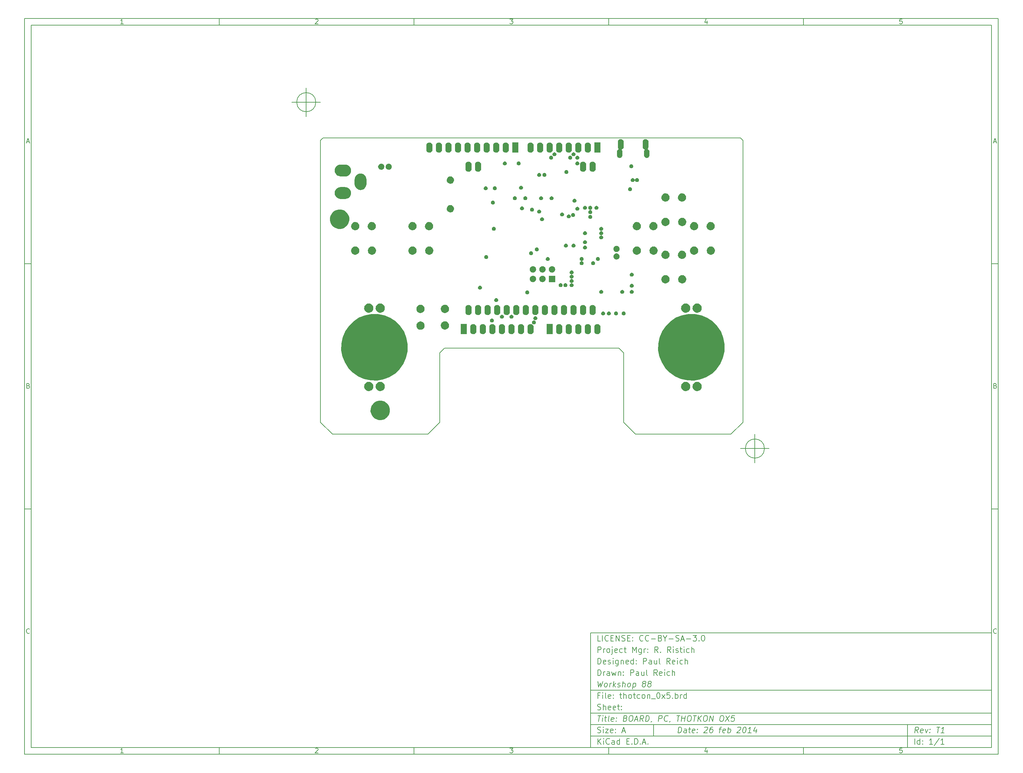
<source format=gbs>
G04 (created by PCBNEW (2013-dec-23)-stable) date Wed 26 Feb 2014 13:07:50 CST*
%MOIN*%
G04 Gerber Fmt 3.4, Leading zero omitted, Abs format*
%FSLAX34Y34*%
G01*
G70*
G90*
G04 APERTURE LIST*
%ADD10C,0.00590551*%
%ADD11C,0.006*%
G04 APERTURE END LIST*
G54D10*
X4000Y-4000D02*
X106000Y-4000D01*
X106000Y-81000D01*
X4000Y-81000D01*
X4000Y-4000D01*
X4700Y-4700D02*
X105300Y-4700D01*
X105300Y-80300D01*
X4700Y-80300D01*
X4700Y-4700D01*
X24400Y-4000D02*
X24400Y-4700D01*
X14342Y-4552D02*
X14057Y-4552D01*
X14200Y-4552D02*
X14200Y-4052D01*
X14152Y-4123D01*
X14104Y-4171D01*
X14057Y-4195D01*
X24400Y-81000D02*
X24400Y-80300D01*
X14342Y-80852D02*
X14057Y-80852D01*
X14200Y-80852D02*
X14200Y-80352D01*
X14152Y-80423D01*
X14104Y-80471D01*
X14057Y-80495D01*
X44800Y-4000D02*
X44800Y-4700D01*
X34457Y-4100D02*
X34480Y-4076D01*
X34528Y-4052D01*
X34647Y-4052D01*
X34695Y-4076D01*
X34719Y-4100D01*
X34742Y-4147D01*
X34742Y-4195D01*
X34719Y-4266D01*
X34433Y-4552D01*
X34742Y-4552D01*
X44800Y-81000D02*
X44800Y-80300D01*
X34457Y-80400D02*
X34480Y-80376D01*
X34528Y-80352D01*
X34647Y-80352D01*
X34695Y-80376D01*
X34719Y-80400D01*
X34742Y-80447D01*
X34742Y-80495D01*
X34719Y-80566D01*
X34433Y-80852D01*
X34742Y-80852D01*
X65200Y-4000D02*
X65200Y-4700D01*
X54833Y-4052D02*
X55142Y-4052D01*
X54976Y-4242D01*
X55047Y-4242D01*
X55095Y-4266D01*
X55119Y-4290D01*
X55142Y-4338D01*
X55142Y-4457D01*
X55119Y-4504D01*
X55095Y-4528D01*
X55047Y-4552D01*
X54904Y-4552D01*
X54857Y-4528D01*
X54833Y-4504D01*
X65200Y-81000D02*
X65200Y-80300D01*
X54833Y-80352D02*
X55142Y-80352D01*
X54976Y-80542D01*
X55047Y-80542D01*
X55095Y-80566D01*
X55119Y-80590D01*
X55142Y-80638D01*
X55142Y-80757D01*
X55119Y-80804D01*
X55095Y-80828D01*
X55047Y-80852D01*
X54904Y-80852D01*
X54857Y-80828D01*
X54833Y-80804D01*
X85600Y-4000D02*
X85600Y-4700D01*
X75495Y-4219D02*
X75495Y-4552D01*
X75376Y-4028D02*
X75257Y-4385D01*
X75566Y-4385D01*
X85600Y-81000D02*
X85600Y-80300D01*
X75495Y-80519D02*
X75495Y-80852D01*
X75376Y-80328D02*
X75257Y-80685D01*
X75566Y-80685D01*
X95919Y-4052D02*
X95680Y-4052D01*
X95657Y-4290D01*
X95680Y-4266D01*
X95728Y-4242D01*
X95847Y-4242D01*
X95895Y-4266D01*
X95919Y-4290D01*
X95942Y-4338D01*
X95942Y-4457D01*
X95919Y-4504D01*
X95895Y-4528D01*
X95847Y-4552D01*
X95728Y-4552D01*
X95680Y-4528D01*
X95657Y-4504D01*
X95919Y-80352D02*
X95680Y-80352D01*
X95657Y-80590D01*
X95680Y-80566D01*
X95728Y-80542D01*
X95847Y-80542D01*
X95895Y-80566D01*
X95919Y-80590D01*
X95942Y-80638D01*
X95942Y-80757D01*
X95919Y-80804D01*
X95895Y-80828D01*
X95847Y-80852D01*
X95728Y-80852D01*
X95680Y-80828D01*
X95657Y-80804D01*
X4000Y-29660D02*
X4700Y-29660D01*
X4230Y-16889D02*
X4469Y-16889D01*
X4183Y-17032D02*
X4350Y-16532D01*
X4516Y-17032D01*
X106000Y-29660D02*
X105300Y-29660D01*
X105530Y-16889D02*
X105769Y-16889D01*
X105483Y-17032D02*
X105650Y-16532D01*
X105816Y-17032D01*
X4000Y-55320D02*
X4700Y-55320D01*
X4385Y-42430D02*
X4457Y-42454D01*
X4480Y-42478D01*
X4504Y-42525D01*
X4504Y-42597D01*
X4480Y-42644D01*
X4457Y-42668D01*
X4409Y-42692D01*
X4219Y-42692D01*
X4219Y-42192D01*
X4385Y-42192D01*
X4433Y-42216D01*
X4457Y-42240D01*
X4480Y-42287D01*
X4480Y-42335D01*
X4457Y-42382D01*
X4433Y-42406D01*
X4385Y-42430D01*
X4219Y-42430D01*
X106000Y-55320D02*
X105300Y-55320D01*
X105685Y-42430D02*
X105757Y-42454D01*
X105780Y-42478D01*
X105804Y-42525D01*
X105804Y-42597D01*
X105780Y-42644D01*
X105757Y-42668D01*
X105709Y-42692D01*
X105519Y-42692D01*
X105519Y-42192D01*
X105685Y-42192D01*
X105733Y-42216D01*
X105757Y-42240D01*
X105780Y-42287D01*
X105780Y-42335D01*
X105757Y-42382D01*
X105733Y-42406D01*
X105685Y-42430D01*
X105519Y-42430D01*
X4504Y-68304D02*
X4480Y-68328D01*
X4409Y-68352D01*
X4361Y-68352D01*
X4290Y-68328D01*
X4242Y-68280D01*
X4219Y-68233D01*
X4195Y-68138D01*
X4195Y-68066D01*
X4219Y-67971D01*
X4242Y-67923D01*
X4290Y-67876D01*
X4361Y-67852D01*
X4409Y-67852D01*
X4480Y-67876D01*
X4504Y-67900D01*
X105804Y-68304D02*
X105780Y-68328D01*
X105709Y-68352D01*
X105661Y-68352D01*
X105590Y-68328D01*
X105542Y-68280D01*
X105519Y-68233D01*
X105495Y-68138D01*
X105495Y-68066D01*
X105519Y-67971D01*
X105542Y-67923D01*
X105590Y-67876D01*
X105661Y-67852D01*
X105709Y-67852D01*
X105780Y-67876D01*
X105804Y-67900D01*
X72450Y-78742D02*
X72525Y-78142D01*
X72667Y-78142D01*
X72750Y-78171D01*
X72800Y-78228D01*
X72821Y-78285D01*
X72835Y-78400D01*
X72825Y-78485D01*
X72782Y-78600D01*
X72746Y-78657D01*
X72682Y-78714D01*
X72592Y-78742D01*
X72450Y-78742D01*
X73307Y-78742D02*
X73346Y-78428D01*
X73325Y-78371D01*
X73271Y-78342D01*
X73157Y-78342D01*
X73096Y-78371D01*
X73310Y-78714D02*
X73250Y-78742D01*
X73107Y-78742D01*
X73053Y-78714D01*
X73032Y-78657D01*
X73039Y-78600D01*
X73075Y-78542D01*
X73135Y-78514D01*
X73278Y-78514D01*
X73339Y-78485D01*
X73557Y-78342D02*
X73785Y-78342D01*
X73667Y-78142D02*
X73603Y-78657D01*
X73625Y-78714D01*
X73678Y-78742D01*
X73735Y-78742D01*
X74167Y-78714D02*
X74107Y-78742D01*
X73992Y-78742D01*
X73939Y-78714D01*
X73917Y-78657D01*
X73946Y-78428D01*
X73982Y-78371D01*
X74042Y-78342D01*
X74157Y-78342D01*
X74210Y-78371D01*
X74232Y-78428D01*
X74225Y-78485D01*
X73932Y-78542D01*
X74457Y-78685D02*
X74482Y-78714D01*
X74450Y-78742D01*
X74425Y-78714D01*
X74457Y-78685D01*
X74450Y-78742D01*
X74496Y-78371D02*
X74521Y-78400D01*
X74489Y-78428D01*
X74464Y-78400D01*
X74496Y-78371D01*
X74489Y-78428D01*
X75232Y-78200D02*
X75264Y-78171D01*
X75325Y-78142D01*
X75467Y-78142D01*
X75521Y-78171D01*
X75546Y-78200D01*
X75567Y-78257D01*
X75560Y-78314D01*
X75521Y-78400D01*
X75135Y-78742D01*
X75507Y-78742D01*
X76096Y-78142D02*
X75982Y-78142D01*
X75921Y-78171D01*
X75889Y-78200D01*
X75821Y-78285D01*
X75778Y-78400D01*
X75750Y-78628D01*
X75771Y-78685D01*
X75796Y-78714D01*
X75850Y-78742D01*
X75964Y-78742D01*
X76025Y-78714D01*
X76057Y-78685D01*
X76092Y-78628D01*
X76110Y-78485D01*
X76089Y-78428D01*
X76064Y-78400D01*
X76010Y-78371D01*
X75896Y-78371D01*
X75835Y-78400D01*
X75803Y-78428D01*
X75767Y-78485D01*
X76757Y-78342D02*
X76985Y-78342D01*
X76792Y-78742D02*
X76857Y-78228D01*
X76892Y-78171D01*
X76953Y-78142D01*
X77010Y-78142D01*
X77367Y-78714D02*
X77307Y-78742D01*
X77192Y-78742D01*
X77139Y-78714D01*
X77117Y-78657D01*
X77146Y-78428D01*
X77182Y-78371D01*
X77242Y-78342D01*
X77357Y-78342D01*
X77410Y-78371D01*
X77432Y-78428D01*
X77425Y-78485D01*
X77132Y-78542D01*
X77650Y-78742D02*
X77725Y-78142D01*
X77696Y-78371D02*
X77757Y-78342D01*
X77871Y-78342D01*
X77925Y-78371D01*
X77950Y-78400D01*
X77971Y-78457D01*
X77950Y-78628D01*
X77914Y-78685D01*
X77882Y-78714D01*
X77821Y-78742D01*
X77707Y-78742D01*
X77653Y-78714D01*
X78689Y-78200D02*
X78721Y-78171D01*
X78782Y-78142D01*
X78925Y-78142D01*
X78978Y-78171D01*
X79003Y-78200D01*
X79025Y-78257D01*
X79017Y-78314D01*
X78978Y-78400D01*
X78592Y-78742D01*
X78964Y-78742D01*
X79410Y-78142D02*
X79467Y-78142D01*
X79521Y-78171D01*
X79546Y-78200D01*
X79567Y-78257D01*
X79582Y-78371D01*
X79564Y-78514D01*
X79521Y-78628D01*
X79485Y-78685D01*
X79453Y-78714D01*
X79392Y-78742D01*
X79335Y-78742D01*
X79282Y-78714D01*
X79257Y-78685D01*
X79235Y-78628D01*
X79221Y-78514D01*
X79239Y-78371D01*
X79282Y-78257D01*
X79317Y-78200D01*
X79350Y-78171D01*
X79410Y-78142D01*
X80107Y-78742D02*
X79764Y-78742D01*
X79935Y-78742D02*
X80010Y-78142D01*
X79942Y-78228D01*
X79878Y-78285D01*
X79817Y-78314D01*
X80671Y-78342D02*
X80621Y-78742D01*
X80557Y-78114D02*
X80360Y-78542D01*
X80732Y-78542D01*
X64042Y-79942D02*
X64042Y-79342D01*
X64385Y-79942D02*
X64128Y-79600D01*
X64385Y-79342D02*
X64042Y-79685D01*
X64642Y-79942D02*
X64642Y-79542D01*
X64642Y-79342D02*
X64614Y-79371D01*
X64642Y-79400D01*
X64671Y-79371D01*
X64642Y-79342D01*
X64642Y-79400D01*
X65271Y-79885D02*
X65242Y-79914D01*
X65157Y-79942D01*
X65100Y-79942D01*
X65014Y-79914D01*
X64957Y-79857D01*
X64928Y-79800D01*
X64900Y-79685D01*
X64900Y-79600D01*
X64928Y-79485D01*
X64957Y-79428D01*
X65014Y-79371D01*
X65100Y-79342D01*
X65157Y-79342D01*
X65242Y-79371D01*
X65271Y-79400D01*
X65785Y-79942D02*
X65785Y-79628D01*
X65757Y-79571D01*
X65700Y-79542D01*
X65585Y-79542D01*
X65528Y-79571D01*
X65785Y-79914D02*
X65728Y-79942D01*
X65585Y-79942D01*
X65528Y-79914D01*
X65500Y-79857D01*
X65500Y-79800D01*
X65528Y-79742D01*
X65585Y-79714D01*
X65728Y-79714D01*
X65785Y-79685D01*
X66328Y-79942D02*
X66328Y-79342D01*
X66328Y-79914D02*
X66271Y-79942D01*
X66157Y-79942D01*
X66100Y-79914D01*
X66071Y-79885D01*
X66042Y-79828D01*
X66042Y-79657D01*
X66071Y-79600D01*
X66100Y-79571D01*
X66157Y-79542D01*
X66271Y-79542D01*
X66328Y-79571D01*
X67071Y-79628D02*
X67271Y-79628D01*
X67357Y-79942D02*
X67071Y-79942D01*
X67071Y-79342D01*
X67357Y-79342D01*
X67614Y-79885D02*
X67642Y-79914D01*
X67614Y-79942D01*
X67585Y-79914D01*
X67614Y-79885D01*
X67614Y-79942D01*
X67899Y-79942D02*
X67899Y-79342D01*
X68042Y-79342D01*
X68128Y-79371D01*
X68185Y-79428D01*
X68214Y-79485D01*
X68242Y-79600D01*
X68242Y-79685D01*
X68214Y-79800D01*
X68185Y-79857D01*
X68128Y-79914D01*
X68042Y-79942D01*
X67899Y-79942D01*
X68499Y-79885D02*
X68528Y-79914D01*
X68499Y-79942D01*
X68471Y-79914D01*
X68499Y-79885D01*
X68499Y-79942D01*
X68757Y-79771D02*
X69042Y-79771D01*
X68699Y-79942D02*
X68899Y-79342D01*
X69099Y-79942D01*
X69299Y-79885D02*
X69328Y-79914D01*
X69299Y-79942D01*
X69271Y-79914D01*
X69299Y-79885D01*
X69299Y-79942D01*
X97592Y-78742D02*
X97428Y-78457D01*
X97250Y-78742D02*
X97325Y-78142D01*
X97553Y-78142D01*
X97607Y-78171D01*
X97632Y-78200D01*
X97653Y-78257D01*
X97642Y-78342D01*
X97607Y-78400D01*
X97575Y-78428D01*
X97514Y-78457D01*
X97285Y-78457D01*
X98082Y-78714D02*
X98021Y-78742D01*
X97907Y-78742D01*
X97853Y-78714D01*
X97832Y-78657D01*
X97860Y-78428D01*
X97896Y-78371D01*
X97957Y-78342D01*
X98071Y-78342D01*
X98125Y-78371D01*
X98146Y-78428D01*
X98139Y-78485D01*
X97846Y-78542D01*
X98357Y-78342D02*
X98450Y-78742D01*
X98642Y-78342D01*
X98828Y-78685D02*
X98853Y-78714D01*
X98821Y-78742D01*
X98796Y-78714D01*
X98828Y-78685D01*
X98821Y-78742D01*
X98867Y-78371D02*
X98892Y-78400D01*
X98860Y-78428D01*
X98835Y-78400D01*
X98867Y-78371D01*
X98860Y-78428D01*
X99553Y-78142D02*
X99896Y-78142D01*
X99650Y-78742D02*
X99725Y-78142D01*
X100335Y-78742D02*
X99992Y-78742D01*
X100164Y-78742D02*
X100239Y-78142D01*
X100171Y-78228D01*
X100107Y-78285D01*
X100046Y-78314D01*
X64014Y-78714D02*
X64100Y-78742D01*
X64242Y-78742D01*
X64300Y-78714D01*
X64328Y-78685D01*
X64357Y-78628D01*
X64357Y-78571D01*
X64328Y-78514D01*
X64300Y-78485D01*
X64242Y-78457D01*
X64128Y-78428D01*
X64071Y-78400D01*
X64042Y-78371D01*
X64014Y-78314D01*
X64014Y-78257D01*
X64042Y-78200D01*
X64071Y-78171D01*
X64128Y-78142D01*
X64271Y-78142D01*
X64357Y-78171D01*
X64614Y-78742D02*
X64614Y-78342D01*
X64614Y-78142D02*
X64585Y-78171D01*
X64614Y-78200D01*
X64642Y-78171D01*
X64614Y-78142D01*
X64614Y-78200D01*
X64842Y-78342D02*
X65157Y-78342D01*
X64842Y-78742D01*
X65157Y-78742D01*
X65614Y-78714D02*
X65557Y-78742D01*
X65442Y-78742D01*
X65385Y-78714D01*
X65357Y-78657D01*
X65357Y-78428D01*
X65385Y-78371D01*
X65442Y-78342D01*
X65557Y-78342D01*
X65614Y-78371D01*
X65642Y-78428D01*
X65642Y-78485D01*
X65357Y-78542D01*
X65900Y-78685D02*
X65928Y-78714D01*
X65900Y-78742D01*
X65871Y-78714D01*
X65900Y-78685D01*
X65900Y-78742D01*
X65900Y-78371D02*
X65928Y-78400D01*
X65900Y-78428D01*
X65871Y-78400D01*
X65900Y-78371D01*
X65900Y-78428D01*
X66614Y-78571D02*
X66900Y-78571D01*
X66557Y-78742D02*
X66757Y-78142D01*
X66957Y-78742D01*
X97242Y-79942D02*
X97242Y-79342D01*
X97785Y-79942D02*
X97785Y-79342D01*
X97785Y-79914D02*
X97728Y-79942D01*
X97614Y-79942D01*
X97557Y-79914D01*
X97528Y-79885D01*
X97500Y-79828D01*
X97500Y-79657D01*
X97528Y-79600D01*
X97557Y-79571D01*
X97614Y-79542D01*
X97728Y-79542D01*
X97785Y-79571D01*
X98071Y-79885D02*
X98100Y-79914D01*
X98071Y-79942D01*
X98042Y-79914D01*
X98071Y-79885D01*
X98071Y-79942D01*
X98071Y-79571D02*
X98100Y-79600D01*
X98071Y-79628D01*
X98042Y-79600D01*
X98071Y-79571D01*
X98071Y-79628D01*
X99128Y-79942D02*
X98785Y-79942D01*
X98957Y-79942D02*
X98957Y-79342D01*
X98899Y-79428D01*
X98842Y-79485D01*
X98785Y-79514D01*
X99814Y-79314D02*
X99300Y-80085D01*
X100328Y-79942D02*
X99985Y-79942D01*
X100157Y-79942D02*
X100157Y-79342D01*
X100099Y-79428D01*
X100042Y-79485D01*
X99985Y-79514D01*
X64039Y-76942D02*
X64382Y-76942D01*
X64135Y-77542D02*
X64210Y-76942D01*
X64507Y-77542D02*
X64557Y-77142D01*
X64582Y-76942D02*
X64550Y-76971D01*
X64575Y-77000D01*
X64607Y-76971D01*
X64582Y-76942D01*
X64575Y-77000D01*
X64757Y-77142D02*
X64985Y-77142D01*
X64867Y-76942D02*
X64803Y-77457D01*
X64825Y-77514D01*
X64878Y-77542D01*
X64935Y-77542D01*
X65221Y-77542D02*
X65167Y-77514D01*
X65146Y-77457D01*
X65210Y-76942D01*
X65682Y-77514D02*
X65621Y-77542D01*
X65507Y-77542D01*
X65453Y-77514D01*
X65432Y-77457D01*
X65460Y-77228D01*
X65496Y-77171D01*
X65557Y-77142D01*
X65671Y-77142D01*
X65725Y-77171D01*
X65746Y-77228D01*
X65739Y-77285D01*
X65446Y-77342D01*
X65971Y-77485D02*
X65996Y-77514D01*
X65964Y-77542D01*
X65939Y-77514D01*
X65971Y-77485D01*
X65964Y-77542D01*
X66010Y-77171D02*
X66035Y-77200D01*
X66003Y-77228D01*
X65978Y-77200D01*
X66010Y-77171D01*
X66003Y-77228D01*
X66946Y-77228D02*
X67028Y-77257D01*
X67053Y-77285D01*
X67075Y-77342D01*
X67064Y-77428D01*
X67028Y-77485D01*
X66996Y-77514D01*
X66935Y-77542D01*
X66707Y-77542D01*
X66782Y-76942D01*
X66982Y-76942D01*
X67035Y-76971D01*
X67060Y-77000D01*
X67082Y-77057D01*
X67075Y-77114D01*
X67039Y-77171D01*
X67007Y-77200D01*
X66946Y-77228D01*
X66746Y-77228D01*
X67496Y-76942D02*
X67610Y-76942D01*
X67664Y-76971D01*
X67714Y-77028D01*
X67728Y-77142D01*
X67703Y-77342D01*
X67660Y-77457D01*
X67596Y-77514D01*
X67535Y-77542D01*
X67421Y-77542D01*
X67367Y-77514D01*
X67317Y-77457D01*
X67303Y-77342D01*
X67328Y-77142D01*
X67371Y-77028D01*
X67435Y-76971D01*
X67496Y-76942D01*
X67928Y-77371D02*
X68214Y-77371D01*
X67850Y-77542D02*
X68125Y-76942D01*
X68250Y-77542D01*
X68792Y-77542D02*
X68628Y-77257D01*
X68450Y-77542D02*
X68525Y-76942D01*
X68753Y-76942D01*
X68807Y-76971D01*
X68832Y-77000D01*
X68853Y-77057D01*
X68842Y-77142D01*
X68807Y-77200D01*
X68775Y-77228D01*
X68714Y-77257D01*
X68485Y-77257D01*
X69050Y-77542D02*
X69125Y-76942D01*
X69267Y-76942D01*
X69350Y-76971D01*
X69400Y-77028D01*
X69421Y-77085D01*
X69435Y-77200D01*
X69425Y-77285D01*
X69382Y-77400D01*
X69346Y-77457D01*
X69282Y-77514D01*
X69192Y-77542D01*
X69050Y-77542D01*
X69682Y-77514D02*
X69678Y-77542D01*
X69642Y-77600D01*
X69610Y-77628D01*
X70392Y-77542D02*
X70467Y-76942D01*
X70696Y-76942D01*
X70749Y-76971D01*
X70775Y-77000D01*
X70796Y-77057D01*
X70785Y-77142D01*
X70750Y-77200D01*
X70717Y-77228D01*
X70657Y-77257D01*
X70428Y-77257D01*
X71342Y-77485D02*
X71310Y-77514D01*
X71221Y-77542D01*
X71164Y-77542D01*
X71082Y-77514D01*
X71032Y-77457D01*
X71010Y-77400D01*
X70996Y-77285D01*
X71007Y-77200D01*
X71050Y-77085D01*
X71085Y-77028D01*
X71149Y-76971D01*
X71239Y-76942D01*
X71296Y-76942D01*
X71378Y-76971D01*
X71403Y-77000D01*
X71625Y-77514D02*
X71621Y-77542D01*
X71585Y-77600D01*
X71553Y-77628D01*
X72325Y-76942D02*
X72667Y-76942D01*
X72421Y-77542D02*
X72496Y-76942D01*
X72792Y-77542D02*
X72867Y-76942D01*
X72832Y-77228D02*
X73175Y-77228D01*
X73135Y-77542D02*
X73210Y-76942D01*
X73610Y-76942D02*
X73725Y-76942D01*
X73778Y-76971D01*
X73828Y-77028D01*
X73842Y-77142D01*
X73817Y-77342D01*
X73774Y-77457D01*
X73710Y-77514D01*
X73650Y-77542D01*
X73535Y-77542D01*
X73482Y-77514D01*
X73432Y-77457D01*
X73417Y-77342D01*
X73442Y-77142D01*
X73485Y-77028D01*
X73549Y-76971D01*
X73610Y-76942D01*
X74039Y-76942D02*
X74382Y-76942D01*
X74135Y-77542D02*
X74210Y-76942D01*
X74507Y-77542D02*
X74582Y-76942D01*
X74849Y-77542D02*
X74635Y-77200D01*
X74924Y-76942D02*
X74539Y-77285D01*
X75296Y-76942D02*
X75410Y-76942D01*
X75464Y-76971D01*
X75514Y-77028D01*
X75528Y-77142D01*
X75503Y-77342D01*
X75460Y-77457D01*
X75396Y-77514D01*
X75335Y-77542D01*
X75221Y-77542D01*
X75167Y-77514D01*
X75117Y-77457D01*
X75103Y-77342D01*
X75128Y-77142D01*
X75171Y-77028D01*
X75235Y-76971D01*
X75296Y-76942D01*
X75735Y-77542D02*
X75810Y-76942D01*
X76078Y-77542D01*
X76153Y-76942D01*
X77010Y-76942D02*
X77124Y-76942D01*
X77178Y-76971D01*
X77228Y-77028D01*
X77242Y-77142D01*
X77217Y-77342D01*
X77174Y-77457D01*
X77110Y-77514D01*
X77049Y-77542D01*
X76935Y-77542D01*
X76882Y-77514D01*
X76832Y-77457D01*
X76817Y-77342D01*
X76842Y-77142D01*
X76885Y-77028D01*
X76949Y-76971D01*
X77010Y-76942D01*
X77467Y-76942D02*
X77792Y-77542D01*
X77867Y-76942D02*
X77392Y-77542D01*
X78382Y-76942D02*
X78096Y-76942D01*
X78032Y-77228D01*
X78064Y-77200D01*
X78124Y-77171D01*
X78267Y-77171D01*
X78321Y-77200D01*
X78346Y-77228D01*
X78367Y-77285D01*
X78349Y-77428D01*
X78314Y-77485D01*
X78282Y-77514D01*
X78221Y-77542D01*
X78078Y-77542D01*
X78024Y-77514D01*
X77999Y-77485D01*
X64242Y-74828D02*
X64042Y-74828D01*
X64042Y-75142D02*
X64042Y-74542D01*
X64328Y-74542D01*
X64557Y-75142D02*
X64557Y-74742D01*
X64557Y-74542D02*
X64528Y-74571D01*
X64557Y-74600D01*
X64585Y-74571D01*
X64557Y-74542D01*
X64557Y-74600D01*
X64928Y-75142D02*
X64871Y-75114D01*
X64842Y-75057D01*
X64842Y-74542D01*
X65385Y-75114D02*
X65328Y-75142D01*
X65214Y-75142D01*
X65157Y-75114D01*
X65128Y-75057D01*
X65128Y-74828D01*
X65157Y-74771D01*
X65214Y-74742D01*
X65328Y-74742D01*
X65385Y-74771D01*
X65414Y-74828D01*
X65414Y-74885D01*
X65128Y-74942D01*
X65671Y-75085D02*
X65700Y-75114D01*
X65671Y-75142D01*
X65642Y-75114D01*
X65671Y-75085D01*
X65671Y-75142D01*
X65671Y-74771D02*
X65700Y-74800D01*
X65671Y-74828D01*
X65642Y-74800D01*
X65671Y-74771D01*
X65671Y-74828D01*
X66328Y-74742D02*
X66557Y-74742D01*
X66414Y-74542D02*
X66414Y-75057D01*
X66442Y-75114D01*
X66500Y-75142D01*
X66557Y-75142D01*
X66757Y-75142D02*
X66757Y-74542D01*
X67014Y-75142D02*
X67014Y-74828D01*
X66985Y-74771D01*
X66928Y-74742D01*
X66842Y-74742D01*
X66785Y-74771D01*
X66757Y-74800D01*
X67385Y-75142D02*
X67328Y-75114D01*
X67300Y-75085D01*
X67271Y-75028D01*
X67271Y-74857D01*
X67300Y-74800D01*
X67328Y-74771D01*
X67385Y-74742D01*
X67471Y-74742D01*
X67528Y-74771D01*
X67557Y-74800D01*
X67585Y-74857D01*
X67585Y-75028D01*
X67557Y-75085D01*
X67528Y-75114D01*
X67471Y-75142D01*
X67385Y-75142D01*
X67757Y-74742D02*
X67985Y-74742D01*
X67842Y-74542D02*
X67842Y-75057D01*
X67871Y-75114D01*
X67928Y-75142D01*
X67985Y-75142D01*
X68442Y-75114D02*
X68385Y-75142D01*
X68271Y-75142D01*
X68214Y-75114D01*
X68185Y-75085D01*
X68157Y-75028D01*
X68157Y-74857D01*
X68185Y-74800D01*
X68214Y-74771D01*
X68271Y-74742D01*
X68385Y-74742D01*
X68442Y-74771D01*
X68785Y-75142D02*
X68728Y-75114D01*
X68700Y-75085D01*
X68671Y-75028D01*
X68671Y-74857D01*
X68700Y-74800D01*
X68728Y-74771D01*
X68785Y-74742D01*
X68871Y-74742D01*
X68928Y-74771D01*
X68957Y-74800D01*
X68985Y-74857D01*
X68985Y-75028D01*
X68957Y-75085D01*
X68928Y-75114D01*
X68871Y-75142D01*
X68785Y-75142D01*
X69242Y-74742D02*
X69242Y-75142D01*
X69242Y-74800D02*
X69271Y-74771D01*
X69328Y-74742D01*
X69414Y-74742D01*
X69471Y-74771D01*
X69500Y-74828D01*
X69500Y-75142D01*
X69642Y-75200D02*
X70100Y-75200D01*
X70357Y-74542D02*
X70414Y-74542D01*
X70471Y-74571D01*
X70500Y-74600D01*
X70528Y-74657D01*
X70557Y-74771D01*
X70557Y-74914D01*
X70528Y-75028D01*
X70500Y-75085D01*
X70471Y-75114D01*
X70414Y-75142D01*
X70357Y-75142D01*
X70300Y-75114D01*
X70271Y-75085D01*
X70242Y-75028D01*
X70214Y-74914D01*
X70214Y-74771D01*
X70242Y-74657D01*
X70271Y-74600D01*
X70300Y-74571D01*
X70357Y-74542D01*
X70757Y-75142D02*
X71071Y-74742D01*
X70757Y-74742D02*
X71071Y-75142D01*
X71585Y-74542D02*
X71300Y-74542D01*
X71271Y-74828D01*
X71300Y-74800D01*
X71357Y-74771D01*
X71500Y-74771D01*
X71557Y-74800D01*
X71585Y-74828D01*
X71614Y-74885D01*
X71614Y-75028D01*
X71585Y-75085D01*
X71557Y-75114D01*
X71500Y-75142D01*
X71357Y-75142D01*
X71300Y-75114D01*
X71271Y-75085D01*
X71871Y-75085D02*
X71900Y-75114D01*
X71871Y-75142D01*
X71842Y-75114D01*
X71871Y-75085D01*
X71871Y-75142D01*
X72157Y-75142D02*
X72157Y-74542D01*
X72157Y-74771D02*
X72214Y-74742D01*
X72328Y-74742D01*
X72385Y-74771D01*
X72414Y-74800D01*
X72442Y-74857D01*
X72442Y-75028D01*
X72414Y-75085D01*
X72385Y-75114D01*
X72328Y-75142D01*
X72214Y-75142D01*
X72157Y-75114D01*
X72700Y-75142D02*
X72700Y-74742D01*
X72700Y-74857D02*
X72728Y-74800D01*
X72757Y-74771D01*
X72814Y-74742D01*
X72871Y-74742D01*
X73328Y-75142D02*
X73328Y-74542D01*
X73328Y-75114D02*
X73271Y-75142D01*
X73157Y-75142D01*
X73100Y-75114D01*
X73071Y-75085D01*
X73042Y-75028D01*
X73042Y-74857D01*
X73071Y-74800D01*
X73100Y-74771D01*
X73157Y-74742D01*
X73271Y-74742D01*
X73328Y-74771D01*
X64014Y-76314D02*
X64100Y-76342D01*
X64242Y-76342D01*
X64300Y-76314D01*
X64328Y-76285D01*
X64357Y-76228D01*
X64357Y-76171D01*
X64328Y-76114D01*
X64300Y-76085D01*
X64242Y-76057D01*
X64128Y-76028D01*
X64071Y-76000D01*
X64042Y-75971D01*
X64014Y-75914D01*
X64014Y-75857D01*
X64042Y-75800D01*
X64071Y-75771D01*
X64128Y-75742D01*
X64271Y-75742D01*
X64357Y-75771D01*
X64614Y-76342D02*
X64614Y-75742D01*
X64871Y-76342D02*
X64871Y-76028D01*
X64842Y-75971D01*
X64785Y-75942D01*
X64700Y-75942D01*
X64642Y-75971D01*
X64614Y-76000D01*
X65385Y-76314D02*
X65328Y-76342D01*
X65214Y-76342D01*
X65157Y-76314D01*
X65128Y-76257D01*
X65128Y-76028D01*
X65157Y-75971D01*
X65214Y-75942D01*
X65328Y-75942D01*
X65385Y-75971D01*
X65414Y-76028D01*
X65414Y-76085D01*
X65128Y-76142D01*
X65900Y-76314D02*
X65842Y-76342D01*
X65728Y-76342D01*
X65671Y-76314D01*
X65642Y-76257D01*
X65642Y-76028D01*
X65671Y-75971D01*
X65728Y-75942D01*
X65842Y-75942D01*
X65900Y-75971D01*
X65928Y-76028D01*
X65928Y-76085D01*
X65642Y-76142D01*
X66100Y-75942D02*
X66328Y-75942D01*
X66185Y-75742D02*
X66185Y-76257D01*
X66214Y-76314D01*
X66271Y-76342D01*
X66328Y-76342D01*
X66528Y-76285D02*
X66557Y-76314D01*
X66528Y-76342D01*
X66500Y-76314D01*
X66528Y-76285D01*
X66528Y-76342D01*
X66528Y-75971D02*
X66557Y-76000D01*
X66528Y-76028D01*
X66500Y-76000D01*
X66528Y-75971D01*
X66528Y-76028D01*
X64067Y-73342D02*
X64135Y-73942D01*
X64303Y-73514D01*
X64364Y-73942D01*
X64582Y-73342D01*
X64821Y-73942D02*
X64767Y-73914D01*
X64742Y-73885D01*
X64721Y-73828D01*
X64742Y-73657D01*
X64778Y-73600D01*
X64810Y-73571D01*
X64871Y-73542D01*
X64957Y-73542D01*
X65010Y-73571D01*
X65035Y-73600D01*
X65057Y-73657D01*
X65035Y-73828D01*
X65000Y-73885D01*
X64967Y-73914D01*
X64907Y-73942D01*
X64821Y-73942D01*
X65278Y-73942D02*
X65328Y-73542D01*
X65314Y-73657D02*
X65350Y-73600D01*
X65382Y-73571D01*
X65442Y-73542D01*
X65500Y-73542D01*
X65650Y-73942D02*
X65725Y-73342D01*
X65735Y-73714D02*
X65878Y-73942D01*
X65928Y-73542D02*
X65671Y-73771D01*
X66110Y-73914D02*
X66164Y-73942D01*
X66278Y-73942D01*
X66339Y-73914D01*
X66375Y-73857D01*
X66378Y-73828D01*
X66357Y-73771D01*
X66303Y-73742D01*
X66217Y-73742D01*
X66164Y-73714D01*
X66142Y-73657D01*
X66146Y-73628D01*
X66182Y-73571D01*
X66242Y-73542D01*
X66328Y-73542D01*
X66382Y-73571D01*
X66621Y-73942D02*
X66696Y-73342D01*
X66878Y-73942D02*
X66917Y-73628D01*
X66896Y-73571D01*
X66842Y-73542D01*
X66757Y-73542D01*
X66696Y-73571D01*
X66664Y-73600D01*
X67249Y-73942D02*
X67196Y-73914D01*
X67171Y-73885D01*
X67150Y-73828D01*
X67171Y-73657D01*
X67207Y-73600D01*
X67239Y-73571D01*
X67299Y-73542D01*
X67385Y-73542D01*
X67439Y-73571D01*
X67464Y-73600D01*
X67485Y-73657D01*
X67464Y-73828D01*
X67428Y-73885D01*
X67396Y-73914D01*
X67335Y-73942D01*
X67249Y-73942D01*
X67757Y-73542D02*
X67682Y-74142D01*
X67753Y-73571D02*
X67814Y-73542D01*
X67928Y-73542D01*
X67982Y-73571D01*
X68007Y-73600D01*
X68028Y-73657D01*
X68007Y-73828D01*
X67971Y-73885D01*
X67939Y-73914D01*
X67878Y-73942D01*
X67764Y-73942D01*
X67710Y-73914D01*
X68835Y-73600D02*
X68782Y-73571D01*
X68757Y-73542D01*
X68735Y-73485D01*
X68739Y-73457D01*
X68774Y-73400D01*
X68807Y-73371D01*
X68867Y-73342D01*
X68982Y-73342D01*
X69035Y-73371D01*
X69060Y-73400D01*
X69082Y-73457D01*
X69078Y-73485D01*
X69042Y-73542D01*
X69010Y-73571D01*
X68949Y-73600D01*
X68835Y-73600D01*
X68775Y-73628D01*
X68742Y-73657D01*
X68707Y-73714D01*
X68692Y-73828D01*
X68714Y-73885D01*
X68739Y-73914D01*
X68792Y-73942D01*
X68907Y-73942D01*
X68967Y-73914D01*
X68999Y-73885D01*
X69035Y-73828D01*
X69049Y-73714D01*
X69028Y-73657D01*
X69003Y-73628D01*
X68949Y-73600D01*
X69407Y-73600D02*
X69353Y-73571D01*
X69328Y-73542D01*
X69307Y-73485D01*
X69310Y-73457D01*
X69346Y-73400D01*
X69378Y-73371D01*
X69439Y-73342D01*
X69553Y-73342D01*
X69607Y-73371D01*
X69632Y-73400D01*
X69653Y-73457D01*
X69650Y-73485D01*
X69614Y-73542D01*
X69582Y-73571D01*
X69521Y-73600D01*
X69407Y-73600D01*
X69346Y-73628D01*
X69314Y-73657D01*
X69278Y-73714D01*
X69264Y-73828D01*
X69285Y-73885D01*
X69310Y-73914D01*
X69364Y-73942D01*
X69478Y-73942D01*
X69539Y-73914D01*
X69571Y-73885D01*
X69607Y-73828D01*
X69621Y-73714D01*
X69599Y-73657D01*
X69575Y-73628D01*
X69521Y-73600D01*
X64042Y-72742D02*
X64042Y-72142D01*
X64185Y-72142D01*
X64271Y-72171D01*
X64328Y-72228D01*
X64357Y-72285D01*
X64385Y-72400D01*
X64385Y-72485D01*
X64357Y-72600D01*
X64328Y-72657D01*
X64271Y-72714D01*
X64185Y-72742D01*
X64042Y-72742D01*
X64642Y-72742D02*
X64642Y-72342D01*
X64642Y-72457D02*
X64671Y-72400D01*
X64700Y-72371D01*
X64757Y-72342D01*
X64814Y-72342D01*
X65271Y-72742D02*
X65271Y-72428D01*
X65242Y-72371D01*
X65185Y-72342D01*
X65071Y-72342D01*
X65014Y-72371D01*
X65271Y-72714D02*
X65214Y-72742D01*
X65071Y-72742D01*
X65014Y-72714D01*
X64985Y-72657D01*
X64985Y-72600D01*
X65014Y-72542D01*
X65071Y-72514D01*
X65214Y-72514D01*
X65271Y-72485D01*
X65500Y-72342D02*
X65614Y-72742D01*
X65728Y-72457D01*
X65842Y-72742D01*
X65957Y-72342D01*
X66185Y-72342D02*
X66185Y-72742D01*
X66185Y-72400D02*
X66214Y-72371D01*
X66271Y-72342D01*
X66357Y-72342D01*
X66414Y-72371D01*
X66442Y-72428D01*
X66442Y-72742D01*
X66728Y-72685D02*
X66757Y-72714D01*
X66728Y-72742D01*
X66700Y-72714D01*
X66728Y-72685D01*
X66728Y-72742D01*
X66728Y-72371D02*
X66757Y-72400D01*
X66728Y-72428D01*
X66700Y-72400D01*
X66728Y-72371D01*
X66728Y-72428D01*
X67471Y-72742D02*
X67471Y-72142D01*
X67700Y-72142D01*
X67757Y-72171D01*
X67785Y-72200D01*
X67814Y-72257D01*
X67814Y-72342D01*
X67785Y-72400D01*
X67757Y-72428D01*
X67700Y-72457D01*
X67471Y-72457D01*
X68328Y-72742D02*
X68328Y-72428D01*
X68300Y-72371D01*
X68242Y-72342D01*
X68128Y-72342D01*
X68071Y-72371D01*
X68328Y-72714D02*
X68271Y-72742D01*
X68128Y-72742D01*
X68071Y-72714D01*
X68042Y-72657D01*
X68042Y-72600D01*
X68071Y-72542D01*
X68128Y-72514D01*
X68271Y-72514D01*
X68328Y-72485D01*
X68871Y-72342D02*
X68871Y-72742D01*
X68614Y-72342D02*
X68614Y-72657D01*
X68642Y-72714D01*
X68699Y-72742D01*
X68785Y-72742D01*
X68842Y-72714D01*
X68871Y-72685D01*
X69242Y-72742D02*
X69185Y-72714D01*
X69157Y-72657D01*
X69157Y-72142D01*
X70271Y-72742D02*
X70071Y-72457D01*
X69928Y-72742D02*
X69928Y-72142D01*
X70157Y-72142D01*
X70214Y-72171D01*
X70242Y-72200D01*
X70271Y-72257D01*
X70271Y-72342D01*
X70242Y-72400D01*
X70214Y-72428D01*
X70157Y-72457D01*
X69928Y-72457D01*
X70757Y-72714D02*
X70700Y-72742D01*
X70585Y-72742D01*
X70528Y-72714D01*
X70500Y-72657D01*
X70500Y-72428D01*
X70528Y-72371D01*
X70585Y-72342D01*
X70700Y-72342D01*
X70757Y-72371D01*
X70785Y-72428D01*
X70785Y-72485D01*
X70500Y-72542D01*
X71042Y-72742D02*
X71042Y-72342D01*
X71042Y-72142D02*
X71014Y-72171D01*
X71042Y-72200D01*
X71071Y-72171D01*
X71042Y-72142D01*
X71042Y-72200D01*
X71585Y-72714D02*
X71528Y-72742D01*
X71414Y-72742D01*
X71357Y-72714D01*
X71328Y-72685D01*
X71300Y-72628D01*
X71300Y-72457D01*
X71328Y-72400D01*
X71357Y-72371D01*
X71414Y-72342D01*
X71528Y-72342D01*
X71585Y-72371D01*
X71842Y-72742D02*
X71842Y-72142D01*
X72100Y-72742D02*
X72100Y-72428D01*
X72071Y-72371D01*
X72014Y-72342D01*
X71928Y-72342D01*
X71871Y-72371D01*
X71842Y-72400D01*
X64042Y-71542D02*
X64042Y-70942D01*
X64185Y-70942D01*
X64271Y-70971D01*
X64328Y-71028D01*
X64357Y-71085D01*
X64385Y-71200D01*
X64385Y-71285D01*
X64357Y-71400D01*
X64328Y-71457D01*
X64271Y-71514D01*
X64185Y-71542D01*
X64042Y-71542D01*
X64871Y-71514D02*
X64814Y-71542D01*
X64700Y-71542D01*
X64642Y-71514D01*
X64614Y-71457D01*
X64614Y-71228D01*
X64642Y-71171D01*
X64700Y-71142D01*
X64814Y-71142D01*
X64871Y-71171D01*
X64900Y-71228D01*
X64900Y-71285D01*
X64614Y-71342D01*
X65128Y-71514D02*
X65185Y-71542D01*
X65300Y-71542D01*
X65357Y-71514D01*
X65385Y-71457D01*
X65385Y-71428D01*
X65357Y-71371D01*
X65300Y-71342D01*
X65214Y-71342D01*
X65157Y-71314D01*
X65128Y-71257D01*
X65128Y-71228D01*
X65157Y-71171D01*
X65214Y-71142D01*
X65300Y-71142D01*
X65357Y-71171D01*
X65642Y-71542D02*
X65642Y-71142D01*
X65642Y-70942D02*
X65614Y-70971D01*
X65642Y-71000D01*
X65671Y-70971D01*
X65642Y-70942D01*
X65642Y-71000D01*
X66185Y-71142D02*
X66185Y-71628D01*
X66157Y-71685D01*
X66128Y-71714D01*
X66071Y-71742D01*
X65985Y-71742D01*
X65928Y-71714D01*
X66185Y-71514D02*
X66128Y-71542D01*
X66014Y-71542D01*
X65957Y-71514D01*
X65928Y-71485D01*
X65900Y-71428D01*
X65900Y-71257D01*
X65928Y-71200D01*
X65957Y-71171D01*
X66014Y-71142D01*
X66128Y-71142D01*
X66185Y-71171D01*
X66471Y-71142D02*
X66471Y-71542D01*
X66471Y-71200D02*
X66500Y-71171D01*
X66557Y-71142D01*
X66642Y-71142D01*
X66700Y-71171D01*
X66728Y-71228D01*
X66728Y-71542D01*
X67242Y-71514D02*
X67185Y-71542D01*
X67071Y-71542D01*
X67014Y-71514D01*
X66985Y-71457D01*
X66985Y-71228D01*
X67014Y-71171D01*
X67071Y-71142D01*
X67185Y-71142D01*
X67242Y-71171D01*
X67271Y-71228D01*
X67271Y-71285D01*
X66985Y-71342D01*
X67785Y-71542D02*
X67785Y-70942D01*
X67785Y-71514D02*
X67728Y-71542D01*
X67614Y-71542D01*
X67557Y-71514D01*
X67528Y-71485D01*
X67500Y-71428D01*
X67500Y-71257D01*
X67528Y-71200D01*
X67557Y-71171D01*
X67614Y-71142D01*
X67728Y-71142D01*
X67785Y-71171D01*
X68071Y-71485D02*
X68100Y-71514D01*
X68071Y-71542D01*
X68042Y-71514D01*
X68071Y-71485D01*
X68071Y-71542D01*
X68071Y-71171D02*
X68100Y-71200D01*
X68071Y-71228D01*
X68042Y-71200D01*
X68071Y-71171D01*
X68071Y-71228D01*
X68814Y-71542D02*
X68814Y-70942D01*
X69042Y-70942D01*
X69099Y-70971D01*
X69128Y-71000D01*
X69157Y-71057D01*
X69157Y-71142D01*
X69128Y-71200D01*
X69099Y-71228D01*
X69042Y-71257D01*
X68814Y-71257D01*
X69671Y-71542D02*
X69671Y-71228D01*
X69642Y-71171D01*
X69585Y-71142D01*
X69471Y-71142D01*
X69414Y-71171D01*
X69671Y-71514D02*
X69614Y-71542D01*
X69471Y-71542D01*
X69414Y-71514D01*
X69385Y-71457D01*
X69385Y-71400D01*
X69414Y-71342D01*
X69471Y-71314D01*
X69614Y-71314D01*
X69671Y-71285D01*
X70214Y-71142D02*
X70214Y-71542D01*
X69957Y-71142D02*
X69957Y-71457D01*
X69985Y-71514D01*
X70042Y-71542D01*
X70128Y-71542D01*
X70185Y-71514D01*
X70214Y-71485D01*
X70585Y-71542D02*
X70528Y-71514D01*
X70499Y-71457D01*
X70499Y-70942D01*
X71614Y-71542D02*
X71414Y-71257D01*
X71271Y-71542D02*
X71271Y-70942D01*
X71500Y-70942D01*
X71557Y-70971D01*
X71585Y-71000D01*
X71614Y-71057D01*
X71614Y-71142D01*
X71585Y-71200D01*
X71557Y-71228D01*
X71500Y-71257D01*
X71271Y-71257D01*
X72100Y-71514D02*
X72042Y-71542D01*
X71928Y-71542D01*
X71871Y-71514D01*
X71842Y-71457D01*
X71842Y-71228D01*
X71871Y-71171D01*
X71928Y-71142D01*
X72042Y-71142D01*
X72100Y-71171D01*
X72128Y-71228D01*
X72128Y-71285D01*
X71842Y-71342D01*
X72385Y-71542D02*
X72385Y-71142D01*
X72385Y-70942D02*
X72357Y-70971D01*
X72385Y-71000D01*
X72414Y-70971D01*
X72385Y-70942D01*
X72385Y-71000D01*
X72928Y-71514D02*
X72871Y-71542D01*
X72757Y-71542D01*
X72700Y-71514D01*
X72671Y-71485D01*
X72642Y-71428D01*
X72642Y-71257D01*
X72671Y-71200D01*
X72700Y-71171D01*
X72757Y-71142D01*
X72871Y-71142D01*
X72928Y-71171D01*
X73185Y-71542D02*
X73185Y-70942D01*
X73442Y-71542D02*
X73442Y-71228D01*
X73414Y-71171D01*
X73357Y-71142D01*
X73271Y-71142D01*
X73214Y-71171D01*
X73185Y-71200D01*
X64042Y-70342D02*
X64042Y-69742D01*
X64271Y-69742D01*
X64328Y-69771D01*
X64357Y-69800D01*
X64385Y-69857D01*
X64385Y-69942D01*
X64357Y-70000D01*
X64328Y-70028D01*
X64271Y-70057D01*
X64042Y-70057D01*
X64642Y-70342D02*
X64642Y-69942D01*
X64642Y-70057D02*
X64671Y-70000D01*
X64700Y-69971D01*
X64757Y-69942D01*
X64814Y-69942D01*
X65100Y-70342D02*
X65042Y-70314D01*
X65014Y-70285D01*
X64985Y-70228D01*
X64985Y-70057D01*
X65014Y-70000D01*
X65042Y-69971D01*
X65100Y-69942D01*
X65185Y-69942D01*
X65242Y-69971D01*
X65271Y-70000D01*
X65300Y-70057D01*
X65300Y-70228D01*
X65271Y-70285D01*
X65242Y-70314D01*
X65185Y-70342D01*
X65100Y-70342D01*
X65557Y-69942D02*
X65557Y-70457D01*
X65528Y-70514D01*
X65471Y-70542D01*
X65442Y-70542D01*
X65557Y-69742D02*
X65528Y-69771D01*
X65557Y-69800D01*
X65585Y-69771D01*
X65557Y-69742D01*
X65557Y-69800D01*
X66071Y-70314D02*
X66014Y-70342D01*
X65900Y-70342D01*
X65842Y-70314D01*
X65814Y-70257D01*
X65814Y-70028D01*
X65842Y-69971D01*
X65900Y-69942D01*
X66014Y-69942D01*
X66071Y-69971D01*
X66100Y-70028D01*
X66100Y-70085D01*
X65814Y-70142D01*
X66614Y-70314D02*
X66557Y-70342D01*
X66442Y-70342D01*
X66385Y-70314D01*
X66357Y-70285D01*
X66328Y-70228D01*
X66328Y-70057D01*
X66357Y-70000D01*
X66385Y-69971D01*
X66442Y-69942D01*
X66557Y-69942D01*
X66614Y-69971D01*
X66785Y-69942D02*
X67014Y-69942D01*
X66871Y-69742D02*
X66871Y-70257D01*
X66900Y-70314D01*
X66957Y-70342D01*
X67014Y-70342D01*
X67671Y-70342D02*
X67671Y-69742D01*
X67871Y-70171D01*
X68071Y-69742D01*
X68071Y-70342D01*
X68614Y-69942D02*
X68614Y-70428D01*
X68585Y-70485D01*
X68557Y-70514D01*
X68500Y-70542D01*
X68414Y-70542D01*
X68357Y-70514D01*
X68614Y-70314D02*
X68557Y-70342D01*
X68442Y-70342D01*
X68385Y-70314D01*
X68357Y-70285D01*
X68328Y-70228D01*
X68328Y-70057D01*
X68357Y-70000D01*
X68385Y-69971D01*
X68442Y-69942D01*
X68557Y-69942D01*
X68614Y-69971D01*
X68900Y-70342D02*
X68900Y-69942D01*
X68900Y-70057D02*
X68928Y-70000D01*
X68957Y-69971D01*
X69014Y-69942D01*
X69071Y-69942D01*
X69271Y-70285D02*
X69300Y-70314D01*
X69271Y-70342D01*
X69242Y-70314D01*
X69271Y-70285D01*
X69271Y-70342D01*
X69271Y-69971D02*
X69300Y-70000D01*
X69271Y-70028D01*
X69242Y-70000D01*
X69271Y-69971D01*
X69271Y-70028D01*
X70357Y-70342D02*
X70157Y-70057D01*
X70014Y-70342D02*
X70014Y-69742D01*
X70242Y-69742D01*
X70300Y-69771D01*
X70328Y-69800D01*
X70357Y-69857D01*
X70357Y-69942D01*
X70328Y-70000D01*
X70300Y-70028D01*
X70242Y-70057D01*
X70014Y-70057D01*
X70614Y-70285D02*
X70642Y-70314D01*
X70614Y-70342D01*
X70585Y-70314D01*
X70614Y-70285D01*
X70614Y-70342D01*
X71700Y-70342D02*
X71500Y-70057D01*
X71357Y-70342D02*
X71357Y-69742D01*
X71585Y-69742D01*
X71642Y-69771D01*
X71671Y-69800D01*
X71700Y-69857D01*
X71700Y-69942D01*
X71671Y-70000D01*
X71642Y-70028D01*
X71585Y-70057D01*
X71357Y-70057D01*
X71957Y-70342D02*
X71957Y-69942D01*
X71957Y-69742D02*
X71928Y-69771D01*
X71957Y-69800D01*
X71985Y-69771D01*
X71957Y-69742D01*
X71957Y-69800D01*
X72214Y-70314D02*
X72271Y-70342D01*
X72385Y-70342D01*
X72442Y-70314D01*
X72471Y-70257D01*
X72471Y-70228D01*
X72442Y-70171D01*
X72385Y-70142D01*
X72300Y-70142D01*
X72242Y-70114D01*
X72214Y-70057D01*
X72214Y-70028D01*
X72242Y-69971D01*
X72300Y-69942D01*
X72385Y-69942D01*
X72442Y-69971D01*
X72642Y-69942D02*
X72871Y-69942D01*
X72728Y-69742D02*
X72728Y-70257D01*
X72757Y-70314D01*
X72814Y-70342D01*
X72871Y-70342D01*
X73071Y-70342D02*
X73071Y-69942D01*
X73071Y-69742D02*
X73042Y-69771D01*
X73071Y-69800D01*
X73100Y-69771D01*
X73071Y-69742D01*
X73071Y-69800D01*
X73614Y-70314D02*
X73557Y-70342D01*
X73442Y-70342D01*
X73385Y-70314D01*
X73357Y-70285D01*
X73328Y-70228D01*
X73328Y-70057D01*
X73357Y-70000D01*
X73385Y-69971D01*
X73442Y-69942D01*
X73557Y-69942D01*
X73614Y-69971D01*
X73871Y-70342D02*
X73871Y-69742D01*
X74128Y-70342D02*
X74128Y-70028D01*
X74100Y-69971D01*
X74042Y-69942D01*
X73957Y-69942D01*
X73900Y-69971D01*
X73871Y-70000D01*
X64328Y-69142D02*
X64042Y-69142D01*
X64042Y-68542D01*
X64528Y-69142D02*
X64528Y-68542D01*
X65157Y-69085D02*
X65128Y-69114D01*
X65042Y-69142D01*
X64985Y-69142D01*
X64899Y-69114D01*
X64842Y-69057D01*
X64814Y-69000D01*
X64785Y-68885D01*
X64785Y-68800D01*
X64814Y-68685D01*
X64842Y-68628D01*
X64899Y-68571D01*
X64985Y-68542D01*
X65042Y-68542D01*
X65128Y-68571D01*
X65157Y-68600D01*
X65414Y-68828D02*
X65614Y-68828D01*
X65699Y-69142D02*
X65414Y-69142D01*
X65414Y-68542D01*
X65699Y-68542D01*
X65957Y-69142D02*
X65957Y-68542D01*
X66299Y-69142D01*
X66299Y-68542D01*
X66557Y-69114D02*
X66642Y-69142D01*
X66785Y-69142D01*
X66842Y-69114D01*
X66871Y-69085D01*
X66899Y-69028D01*
X66899Y-68971D01*
X66871Y-68914D01*
X66842Y-68885D01*
X66785Y-68857D01*
X66671Y-68828D01*
X66614Y-68800D01*
X66585Y-68771D01*
X66557Y-68714D01*
X66557Y-68657D01*
X66585Y-68600D01*
X66614Y-68571D01*
X66671Y-68542D01*
X66814Y-68542D01*
X66899Y-68571D01*
X67157Y-68828D02*
X67357Y-68828D01*
X67442Y-69142D02*
X67157Y-69142D01*
X67157Y-68542D01*
X67442Y-68542D01*
X67699Y-69085D02*
X67728Y-69114D01*
X67699Y-69142D01*
X67671Y-69114D01*
X67699Y-69085D01*
X67699Y-69142D01*
X67699Y-68771D02*
X67728Y-68800D01*
X67699Y-68828D01*
X67671Y-68800D01*
X67699Y-68771D01*
X67699Y-68828D01*
X68785Y-69085D02*
X68757Y-69114D01*
X68671Y-69142D01*
X68614Y-69142D01*
X68528Y-69114D01*
X68471Y-69057D01*
X68442Y-69000D01*
X68414Y-68885D01*
X68414Y-68800D01*
X68442Y-68685D01*
X68471Y-68628D01*
X68528Y-68571D01*
X68614Y-68542D01*
X68671Y-68542D01*
X68757Y-68571D01*
X68785Y-68600D01*
X69385Y-69085D02*
X69357Y-69114D01*
X69271Y-69142D01*
X69214Y-69142D01*
X69128Y-69114D01*
X69071Y-69057D01*
X69042Y-69000D01*
X69014Y-68885D01*
X69014Y-68800D01*
X69042Y-68685D01*
X69071Y-68628D01*
X69128Y-68571D01*
X69214Y-68542D01*
X69271Y-68542D01*
X69357Y-68571D01*
X69385Y-68600D01*
X69642Y-68914D02*
X70099Y-68914D01*
X70585Y-68828D02*
X70671Y-68857D01*
X70699Y-68885D01*
X70728Y-68942D01*
X70728Y-69028D01*
X70699Y-69085D01*
X70671Y-69114D01*
X70614Y-69142D01*
X70385Y-69142D01*
X70385Y-68542D01*
X70585Y-68542D01*
X70642Y-68571D01*
X70671Y-68600D01*
X70699Y-68657D01*
X70699Y-68714D01*
X70671Y-68771D01*
X70642Y-68800D01*
X70585Y-68828D01*
X70385Y-68828D01*
X71099Y-68857D02*
X71099Y-69142D01*
X70899Y-68542D02*
X71099Y-68857D01*
X71299Y-68542D01*
X71499Y-68914D02*
X71957Y-68914D01*
X72214Y-69114D02*
X72299Y-69142D01*
X72442Y-69142D01*
X72499Y-69114D01*
X72528Y-69085D01*
X72557Y-69028D01*
X72557Y-68971D01*
X72528Y-68914D01*
X72499Y-68885D01*
X72442Y-68857D01*
X72328Y-68828D01*
X72271Y-68800D01*
X72242Y-68771D01*
X72214Y-68714D01*
X72214Y-68657D01*
X72242Y-68600D01*
X72271Y-68571D01*
X72328Y-68542D01*
X72471Y-68542D01*
X72557Y-68571D01*
X72785Y-68971D02*
X73071Y-68971D01*
X72728Y-69142D02*
X72928Y-68542D01*
X73128Y-69142D01*
X73328Y-68914D02*
X73785Y-68914D01*
X74014Y-68542D02*
X74385Y-68542D01*
X74185Y-68771D01*
X74271Y-68771D01*
X74328Y-68800D01*
X74357Y-68828D01*
X74385Y-68885D01*
X74385Y-69028D01*
X74357Y-69085D01*
X74328Y-69114D01*
X74271Y-69142D01*
X74100Y-69142D01*
X74042Y-69114D01*
X74014Y-69085D01*
X74642Y-69085D02*
X74671Y-69114D01*
X74642Y-69142D01*
X74614Y-69114D01*
X74642Y-69085D01*
X74642Y-69142D01*
X75042Y-68542D02*
X75100Y-68542D01*
X75157Y-68571D01*
X75185Y-68600D01*
X75214Y-68657D01*
X75242Y-68771D01*
X75242Y-68914D01*
X75214Y-69028D01*
X75185Y-69085D01*
X75157Y-69114D01*
X75100Y-69142D01*
X75042Y-69142D01*
X74985Y-69114D01*
X74957Y-69085D01*
X74928Y-69028D01*
X74900Y-68914D01*
X74900Y-68771D01*
X74928Y-68657D01*
X74957Y-68600D01*
X74985Y-68571D01*
X75042Y-68542D01*
X63300Y-68300D02*
X63300Y-80300D01*
X63300Y-74300D02*
X105300Y-74300D01*
X63300Y-68300D02*
X105300Y-68300D01*
X63300Y-76700D02*
X105300Y-76700D01*
X96500Y-77900D02*
X96500Y-80300D01*
X63300Y-79100D02*
X105300Y-79100D01*
X63300Y-77900D02*
X105300Y-77900D01*
X69900Y-77900D02*
X69900Y-79100D01*
G54D11*
X66250Y-38500D02*
X66750Y-39000D01*
X48000Y-38500D02*
X47500Y-39000D01*
X48000Y-38500D02*
X66250Y-38500D01*
X79250Y-46250D02*
X78000Y-47500D01*
X66750Y-46250D02*
X66750Y-39000D01*
X68000Y-47500D02*
X66750Y-46250D01*
X78000Y-47500D02*
X68000Y-47500D01*
X79250Y-16750D02*
X79250Y-46250D01*
X36250Y-47500D02*
X35000Y-46250D01*
X47500Y-46250D02*
X47500Y-39000D01*
X46250Y-47500D02*
X47500Y-46250D01*
X36250Y-47500D02*
X46250Y-47500D01*
X35000Y-16750D02*
X35000Y-46250D01*
X34500Y-12750D02*
G75*
G03X34500Y-12750I-1000J0D01*
G74*
G01*
X32000Y-12750D02*
X35000Y-12750D01*
X33500Y-11250D02*
X33500Y-14250D01*
X81500Y-49000D02*
G75*
G03X81500Y-49000I-1000J0D01*
G74*
G01*
X79000Y-49000D02*
X82000Y-49000D01*
X80500Y-47500D02*
X80500Y-50500D01*
X79250Y-16750D02*
X79000Y-16500D01*
X35000Y-16750D02*
X35250Y-16500D01*
X79000Y-16500D02*
X35250Y-16500D01*
G54D10*
G36*
X38014Y-24902D02*
X38011Y-25126D01*
X37966Y-25323D01*
X37887Y-25502D01*
X37770Y-25667D01*
X37629Y-25802D01*
X37458Y-25910D01*
X37276Y-25981D01*
X37076Y-26016D01*
X36881Y-26012D01*
X36683Y-25969D01*
X36504Y-25891D01*
X36337Y-25775D01*
X36202Y-25634D01*
X36092Y-25464D01*
X36020Y-25283D01*
X35983Y-25083D01*
X35986Y-24888D01*
X36028Y-24689D01*
X36105Y-24510D01*
X36220Y-24342D01*
X36359Y-24206D01*
X36529Y-24095D01*
X36709Y-24022D01*
X36909Y-23984D01*
X37104Y-23985D01*
X37303Y-24026D01*
X37482Y-24101D01*
X37651Y-24215D01*
X37788Y-24353D01*
X37901Y-24523D01*
X37975Y-24702D01*
X38014Y-24902D01*
X38014Y-24902D01*
G37*
G36*
X38200Y-19904D02*
X38187Y-20024D01*
X38151Y-20140D01*
X38094Y-20247D01*
X38017Y-20340D01*
X37923Y-20416D01*
X37816Y-20473D01*
X37700Y-20508D01*
X37574Y-20521D01*
X37103Y-20521D01*
X37094Y-20520D01*
X37090Y-20520D01*
X37090Y-20520D01*
X36969Y-20506D01*
X36969Y-20506D01*
X36969Y-20506D01*
X36854Y-20470D01*
X36748Y-20411D01*
X36655Y-20334D01*
X36579Y-20239D01*
X36523Y-20132D01*
X36489Y-20016D01*
X36478Y-19895D01*
X36491Y-19775D01*
X36526Y-19659D01*
X36584Y-19552D01*
X36661Y-19459D01*
X36755Y-19383D01*
X36862Y-19326D01*
X36978Y-19291D01*
X37103Y-19278D01*
X37574Y-19278D01*
X37583Y-19279D01*
X37588Y-19279D01*
X37588Y-19279D01*
X37708Y-19293D01*
X37708Y-19293D01*
X37709Y-19293D01*
X37824Y-19329D01*
X37930Y-19388D01*
X38023Y-19465D01*
X38099Y-19560D01*
X38155Y-19667D01*
X38189Y-19783D01*
X38200Y-19904D01*
X38200Y-19904D01*
G37*
G36*
X38200Y-22264D02*
X38187Y-22385D01*
X38151Y-22500D01*
X38094Y-22607D01*
X38017Y-22700D01*
X37923Y-22777D01*
X37816Y-22834D01*
X37700Y-22869D01*
X37574Y-22881D01*
X37103Y-22881D01*
X37094Y-22881D01*
X37090Y-22881D01*
X37090Y-22881D01*
X36969Y-22867D01*
X36969Y-22867D01*
X36969Y-22867D01*
X36854Y-22831D01*
X36748Y-22772D01*
X36655Y-22694D01*
X36579Y-22600D01*
X36523Y-22493D01*
X36489Y-22376D01*
X36478Y-22256D01*
X36491Y-22135D01*
X36526Y-22020D01*
X36584Y-21913D01*
X36661Y-21820D01*
X36755Y-21743D01*
X36862Y-21686D01*
X36978Y-21651D01*
X37103Y-21639D01*
X37574Y-21639D01*
X37583Y-21639D01*
X37588Y-21640D01*
X37588Y-21640D01*
X37708Y-21653D01*
X37708Y-21653D01*
X37709Y-21653D01*
X37824Y-21690D01*
X37930Y-21748D01*
X38023Y-21826D01*
X38099Y-21921D01*
X38155Y-22027D01*
X38189Y-22144D01*
X38200Y-22264D01*
X38200Y-22264D01*
G37*
G36*
X39064Y-25680D02*
X39062Y-25772D01*
X39043Y-25858D01*
X39010Y-25932D01*
X38959Y-26004D01*
X38901Y-26059D01*
X38827Y-26107D01*
X38751Y-26136D01*
X38665Y-26151D01*
X38584Y-26149D01*
X38498Y-26130D01*
X38424Y-26098D01*
X38352Y-26048D01*
X38296Y-25990D01*
X38248Y-25916D01*
X38218Y-25841D01*
X38202Y-25754D01*
X38204Y-25674D01*
X38222Y-25587D01*
X38253Y-25514D01*
X38304Y-25440D01*
X38361Y-25384D01*
X38435Y-25336D01*
X38509Y-25306D01*
X38596Y-25289D01*
X38676Y-25290D01*
X38763Y-25308D01*
X38837Y-25339D01*
X38911Y-25388D01*
X38967Y-25445D01*
X39016Y-25519D01*
X39047Y-25593D01*
X39064Y-25680D01*
X39064Y-25680D01*
G37*
G36*
X39064Y-28239D02*
X39062Y-28331D01*
X39043Y-28417D01*
X39010Y-28491D01*
X38959Y-28563D01*
X38901Y-28619D01*
X38827Y-28666D01*
X38751Y-28695D01*
X38665Y-28710D01*
X38584Y-28708D01*
X38498Y-28690D01*
X38424Y-28657D01*
X38352Y-28607D01*
X38296Y-28549D01*
X38248Y-28475D01*
X38218Y-28400D01*
X38202Y-28313D01*
X38204Y-28233D01*
X38222Y-28146D01*
X38253Y-28073D01*
X38304Y-27999D01*
X38361Y-27944D01*
X38435Y-27895D01*
X38509Y-27865D01*
X38596Y-27848D01*
X38676Y-27849D01*
X38763Y-27867D01*
X38837Y-27898D01*
X38911Y-27947D01*
X38967Y-28004D01*
X39016Y-28078D01*
X39047Y-28152D01*
X39064Y-28239D01*
X39064Y-28239D01*
G37*
G36*
X39810Y-21316D02*
X39810Y-21325D01*
X39810Y-21329D01*
X39810Y-21330D01*
X39796Y-21450D01*
X39796Y-21450D01*
X39796Y-21450D01*
X39760Y-21565D01*
X39701Y-21672D01*
X39624Y-21764D01*
X39529Y-21840D01*
X39422Y-21896D01*
X39305Y-21931D01*
X39185Y-21942D01*
X39064Y-21929D01*
X38949Y-21893D01*
X38842Y-21835D01*
X38749Y-21758D01*
X38672Y-21664D01*
X38616Y-21558D01*
X38581Y-21442D01*
X38568Y-21316D01*
X38568Y-20845D01*
X38568Y-20836D01*
X38569Y-20832D01*
X38569Y-20832D01*
X38582Y-20711D01*
X38582Y-20711D01*
X38582Y-20711D01*
X38619Y-20596D01*
X38677Y-20489D01*
X38755Y-20397D01*
X38850Y-20321D01*
X38957Y-20265D01*
X39073Y-20231D01*
X39193Y-20220D01*
X39314Y-20232D01*
X39430Y-20268D01*
X39536Y-20326D01*
X39630Y-20403D01*
X39706Y-20497D01*
X39763Y-20604D01*
X39798Y-20720D01*
X39810Y-20845D01*
X39810Y-21316D01*
X39810Y-21316D01*
G37*
G36*
X40530Y-34254D02*
X40528Y-34358D01*
X40507Y-34454D01*
X40470Y-34536D01*
X40414Y-34616D01*
X40348Y-34679D01*
X40265Y-34731D01*
X40181Y-34764D01*
X40085Y-34781D01*
X39994Y-34779D01*
X39899Y-34758D01*
X39816Y-34722D01*
X39735Y-34666D01*
X39673Y-34601D01*
X39619Y-34518D01*
X39586Y-34434D01*
X39568Y-34338D01*
X39570Y-34248D01*
X39590Y-34152D01*
X39626Y-34069D01*
X39681Y-33988D01*
X39745Y-33925D01*
X39828Y-33871D01*
X39911Y-33837D01*
X40008Y-33819D01*
X40098Y-33819D01*
X40194Y-33839D01*
X40277Y-33874D01*
X40359Y-33929D01*
X40422Y-33993D01*
X40477Y-34075D01*
X40511Y-34158D01*
X40530Y-34254D01*
X40530Y-34254D01*
G37*
G36*
X40530Y-42454D02*
X40528Y-42558D01*
X40507Y-42654D01*
X40470Y-42736D01*
X40414Y-42816D01*
X40348Y-42879D01*
X40265Y-42931D01*
X40181Y-42964D01*
X40085Y-42981D01*
X39994Y-42979D01*
X39899Y-42958D01*
X39816Y-42922D01*
X39735Y-42866D01*
X39673Y-42801D01*
X39619Y-42718D01*
X39586Y-42634D01*
X39568Y-42538D01*
X39570Y-42448D01*
X39590Y-42352D01*
X39626Y-42269D01*
X39681Y-42188D01*
X39745Y-42125D01*
X39828Y-42071D01*
X39911Y-42037D01*
X40008Y-42019D01*
X40098Y-42019D01*
X40194Y-42039D01*
X40277Y-42074D01*
X40359Y-42129D01*
X40422Y-42193D01*
X40477Y-42275D01*
X40511Y-42358D01*
X40530Y-42454D01*
X40530Y-42454D01*
G37*
G36*
X40796Y-25680D02*
X40795Y-25772D01*
X40775Y-25858D01*
X40742Y-25932D01*
X40692Y-26004D01*
X40633Y-26059D01*
X40559Y-26107D01*
X40484Y-26136D01*
X40397Y-26151D01*
X40316Y-26149D01*
X40230Y-26130D01*
X40156Y-26098D01*
X40084Y-26048D01*
X40028Y-25990D01*
X39980Y-25916D01*
X39951Y-25841D01*
X39935Y-25754D01*
X39936Y-25674D01*
X39954Y-25587D01*
X39986Y-25514D01*
X40036Y-25440D01*
X40093Y-25384D01*
X40167Y-25336D01*
X40241Y-25306D01*
X40329Y-25289D01*
X40409Y-25290D01*
X40496Y-25308D01*
X40569Y-25339D01*
X40643Y-25388D01*
X40699Y-25445D01*
X40748Y-25519D01*
X40779Y-25593D01*
X40796Y-25680D01*
X40796Y-25680D01*
G37*
G36*
X40816Y-28239D02*
X40814Y-28331D01*
X40795Y-28417D01*
X40762Y-28491D01*
X40711Y-28563D01*
X40653Y-28619D01*
X40579Y-28666D01*
X40503Y-28695D01*
X40417Y-28710D01*
X40336Y-28708D01*
X40250Y-28690D01*
X40176Y-28657D01*
X40104Y-28607D01*
X40048Y-28549D01*
X40000Y-28475D01*
X39970Y-28400D01*
X39954Y-28313D01*
X39955Y-28233D01*
X39974Y-28146D01*
X40005Y-28073D01*
X40056Y-27999D01*
X40113Y-27944D01*
X40187Y-27895D01*
X40261Y-27865D01*
X40348Y-27848D01*
X40428Y-27849D01*
X40515Y-27867D01*
X40589Y-27898D01*
X40663Y-27947D01*
X40719Y-28004D01*
X40768Y-28078D01*
X40798Y-28152D01*
X40816Y-28239D01*
X40816Y-28239D01*
G37*
G36*
X41677Y-19470D02*
X41676Y-19538D01*
X41662Y-19603D01*
X41637Y-19658D01*
X41599Y-19712D01*
X41556Y-19753D01*
X41500Y-19789D01*
X41444Y-19810D01*
X41378Y-19822D01*
X41319Y-19821D01*
X41254Y-19806D01*
X41200Y-19783D01*
X41144Y-19744D01*
X41103Y-19702D01*
X41067Y-19645D01*
X41045Y-19591D01*
X41033Y-19524D01*
X41034Y-19466D01*
X41048Y-19400D01*
X41071Y-19346D01*
X41109Y-19290D01*
X41151Y-19249D01*
X41208Y-19212D01*
X41262Y-19190D01*
X41328Y-19177D01*
X41387Y-19178D01*
X41453Y-19191D01*
X41507Y-19214D01*
X41563Y-19252D01*
X41605Y-19293D01*
X41642Y-19350D01*
X41664Y-19404D01*
X41677Y-19470D01*
X41677Y-19470D01*
G37*
G36*
X41730Y-34254D02*
X41728Y-34358D01*
X41707Y-34454D01*
X41670Y-34536D01*
X41614Y-34616D01*
X41548Y-34679D01*
X41465Y-34731D01*
X41381Y-34764D01*
X41285Y-34781D01*
X41194Y-34779D01*
X41099Y-34758D01*
X41016Y-34722D01*
X40935Y-34666D01*
X40873Y-34601D01*
X40819Y-34518D01*
X40786Y-34434D01*
X40768Y-34338D01*
X40770Y-34248D01*
X40790Y-34152D01*
X40826Y-34069D01*
X40881Y-33988D01*
X40945Y-33925D01*
X41028Y-33871D01*
X41111Y-33837D01*
X41208Y-33819D01*
X41298Y-33819D01*
X41394Y-33839D01*
X41477Y-33874D01*
X41559Y-33929D01*
X41622Y-33993D01*
X41677Y-34075D01*
X41711Y-34158D01*
X41730Y-34254D01*
X41730Y-34254D01*
G37*
G36*
X41730Y-42454D02*
X41728Y-42558D01*
X41707Y-42654D01*
X41670Y-42736D01*
X41614Y-42816D01*
X41548Y-42879D01*
X41465Y-42931D01*
X41381Y-42964D01*
X41285Y-42981D01*
X41194Y-42979D01*
X41099Y-42958D01*
X41016Y-42922D01*
X40935Y-42866D01*
X40873Y-42801D01*
X40819Y-42718D01*
X40786Y-42634D01*
X40768Y-42538D01*
X40770Y-42448D01*
X40790Y-42352D01*
X40826Y-42269D01*
X40881Y-42188D01*
X40945Y-42125D01*
X41028Y-42071D01*
X41111Y-42037D01*
X41208Y-42019D01*
X41298Y-42019D01*
X41394Y-42039D01*
X41477Y-42074D01*
X41559Y-42129D01*
X41622Y-42193D01*
X41677Y-42275D01*
X41711Y-42358D01*
X41730Y-42454D01*
X41730Y-42454D01*
G37*
G36*
X42264Y-44902D02*
X42261Y-45126D01*
X42216Y-45323D01*
X42137Y-45502D01*
X42020Y-45667D01*
X41879Y-45802D01*
X41708Y-45910D01*
X41526Y-45981D01*
X41326Y-46016D01*
X41131Y-46012D01*
X40933Y-45969D01*
X40754Y-45891D01*
X40587Y-45775D01*
X40452Y-45634D01*
X40342Y-45464D01*
X40270Y-45283D01*
X40233Y-45083D01*
X40236Y-44888D01*
X40278Y-44689D01*
X40355Y-44510D01*
X40470Y-44342D01*
X40609Y-44206D01*
X40779Y-44095D01*
X40959Y-44022D01*
X41159Y-43984D01*
X41354Y-43985D01*
X41553Y-44026D01*
X41732Y-44101D01*
X41901Y-44215D01*
X42038Y-44353D01*
X42151Y-44523D01*
X42225Y-44702D01*
X42264Y-44902D01*
X42264Y-44902D01*
G37*
G36*
X42465Y-19470D02*
X42464Y-19538D01*
X42450Y-19603D01*
X42425Y-19658D01*
X42387Y-19712D01*
X42344Y-19753D01*
X42288Y-19789D01*
X42232Y-19810D01*
X42166Y-19822D01*
X42107Y-19821D01*
X42042Y-19806D01*
X41988Y-19783D01*
X41932Y-19744D01*
X41891Y-19702D01*
X41855Y-19645D01*
X41833Y-19591D01*
X41821Y-19524D01*
X41822Y-19466D01*
X41836Y-19400D01*
X41859Y-19346D01*
X41897Y-19290D01*
X41939Y-19249D01*
X41996Y-19212D01*
X42050Y-19190D01*
X42116Y-19177D01*
X42175Y-19178D01*
X42241Y-19191D01*
X42295Y-19214D01*
X42351Y-19252D01*
X42393Y-19293D01*
X42430Y-19350D01*
X42452Y-19404D01*
X42465Y-19470D01*
X42465Y-19470D01*
G37*
G36*
X44130Y-38060D02*
X44119Y-38836D01*
X43967Y-39505D01*
X43691Y-40125D01*
X43296Y-40686D01*
X42804Y-41154D01*
X42225Y-41522D01*
X41592Y-41767D01*
X40916Y-41886D01*
X40237Y-41872D01*
X39567Y-41725D01*
X38945Y-41453D01*
X38381Y-41061D01*
X37910Y-40573D01*
X37538Y-39996D01*
X37288Y-39365D01*
X37165Y-38690D01*
X37174Y-38012D01*
X37317Y-37340D01*
X37584Y-36717D01*
X37972Y-36150D01*
X38457Y-35675D01*
X39031Y-35299D01*
X39660Y-35045D01*
X40335Y-34917D01*
X41013Y-34921D01*
X41686Y-35060D01*
X42311Y-35322D01*
X42880Y-35706D01*
X43358Y-36187D01*
X43738Y-36760D01*
X43997Y-37386D01*
X44130Y-38060D01*
X44130Y-38060D01*
G37*
G36*
X45064Y-25680D02*
X45062Y-25772D01*
X45043Y-25858D01*
X45010Y-25932D01*
X44959Y-26004D01*
X44901Y-26059D01*
X44827Y-26107D01*
X44751Y-26136D01*
X44665Y-26151D01*
X44584Y-26149D01*
X44498Y-26130D01*
X44424Y-26098D01*
X44352Y-26048D01*
X44296Y-25990D01*
X44248Y-25916D01*
X44218Y-25841D01*
X44202Y-25754D01*
X44204Y-25674D01*
X44222Y-25587D01*
X44253Y-25514D01*
X44304Y-25440D01*
X44361Y-25384D01*
X44435Y-25336D01*
X44509Y-25306D01*
X44596Y-25289D01*
X44676Y-25290D01*
X44763Y-25308D01*
X44837Y-25339D01*
X44911Y-25388D01*
X44967Y-25445D01*
X45016Y-25519D01*
X45047Y-25593D01*
X45064Y-25680D01*
X45064Y-25680D01*
G37*
G36*
X45064Y-28239D02*
X45062Y-28331D01*
X45043Y-28417D01*
X45010Y-28491D01*
X44959Y-28563D01*
X44901Y-28619D01*
X44827Y-28666D01*
X44751Y-28695D01*
X44665Y-28710D01*
X44584Y-28708D01*
X44498Y-28690D01*
X44424Y-28657D01*
X44352Y-28607D01*
X44296Y-28549D01*
X44248Y-28475D01*
X44218Y-28400D01*
X44202Y-28313D01*
X44204Y-28233D01*
X44222Y-28146D01*
X44253Y-28073D01*
X44304Y-27999D01*
X44361Y-27944D01*
X44435Y-27895D01*
X44509Y-27865D01*
X44596Y-27848D01*
X44676Y-27849D01*
X44763Y-27867D01*
X44837Y-27898D01*
X44911Y-27947D01*
X44967Y-28004D01*
X45016Y-28078D01*
X45047Y-28152D01*
X45064Y-28239D01*
X45064Y-28239D01*
G37*
G36*
X45900Y-34343D02*
X45899Y-34436D01*
X45880Y-34522D01*
X45847Y-34595D01*
X45796Y-34667D01*
X45738Y-34723D01*
X45663Y-34770D01*
X45588Y-34799D01*
X45501Y-34815D01*
X45421Y-34813D01*
X45335Y-34794D01*
X45261Y-34762D01*
X45188Y-34711D01*
X45132Y-34653D01*
X45085Y-34579D01*
X45055Y-34505D01*
X45039Y-34417D01*
X45040Y-34337D01*
X45059Y-34251D01*
X45090Y-34177D01*
X45140Y-34104D01*
X45197Y-34048D01*
X45272Y-33999D01*
X45346Y-33969D01*
X45433Y-33953D01*
X45513Y-33953D01*
X45600Y-33971D01*
X45674Y-34002D01*
X45747Y-34052D01*
X45803Y-34108D01*
X45853Y-34183D01*
X45883Y-34256D01*
X45900Y-34343D01*
X45900Y-34343D01*
G37*
G36*
X45900Y-36095D02*
X45899Y-36188D01*
X45880Y-36273D01*
X45847Y-36347D01*
X45796Y-36419D01*
X45738Y-36475D01*
X45663Y-36522D01*
X45588Y-36551D01*
X45501Y-36566D01*
X45421Y-36565D01*
X45335Y-36546D01*
X45261Y-36514D01*
X45188Y-36463D01*
X45132Y-36405D01*
X45085Y-36331D01*
X45055Y-36256D01*
X45039Y-36169D01*
X45040Y-36089D01*
X45059Y-36003D01*
X45090Y-35929D01*
X45140Y-35856D01*
X45197Y-35800D01*
X45272Y-35751D01*
X45346Y-35721D01*
X45433Y-35705D01*
X45513Y-35705D01*
X45600Y-35723D01*
X45674Y-35754D01*
X45747Y-35804D01*
X45803Y-35860D01*
X45853Y-35935D01*
X45883Y-36008D01*
X45900Y-36095D01*
X45900Y-36095D01*
G37*
G36*
X46730Y-17697D02*
X46730Y-17702D01*
X46729Y-17707D01*
X46729Y-17707D01*
X46722Y-17771D01*
X46722Y-17771D01*
X46722Y-17771D01*
X46703Y-17832D01*
X46672Y-17889D01*
X46631Y-17938D01*
X46580Y-17978D01*
X46523Y-18008D01*
X46461Y-18026D01*
X46397Y-18032D01*
X46333Y-18025D01*
X46272Y-18006D01*
X46215Y-17976D01*
X46165Y-17935D01*
X46125Y-17885D01*
X46094Y-17828D01*
X46076Y-17766D01*
X46069Y-17697D01*
X46069Y-17302D01*
X46069Y-17297D01*
X46070Y-17292D01*
X46070Y-17292D01*
X46077Y-17228D01*
X46077Y-17228D01*
X46077Y-17228D01*
X46096Y-17167D01*
X46127Y-17110D01*
X46168Y-17061D01*
X46219Y-17021D01*
X46276Y-16991D01*
X46338Y-16973D01*
X46402Y-16967D01*
X46466Y-16974D01*
X46527Y-16993D01*
X46584Y-17023D01*
X46634Y-17064D01*
X46674Y-17114D01*
X46705Y-17171D01*
X46723Y-17233D01*
X46730Y-17302D01*
X46730Y-17697D01*
X46730Y-17697D01*
G37*
G36*
X46796Y-25680D02*
X46795Y-25772D01*
X46775Y-25858D01*
X46742Y-25932D01*
X46692Y-26004D01*
X46633Y-26059D01*
X46559Y-26107D01*
X46484Y-26136D01*
X46397Y-26151D01*
X46316Y-26149D01*
X46230Y-26130D01*
X46156Y-26098D01*
X46084Y-26048D01*
X46028Y-25990D01*
X45980Y-25916D01*
X45951Y-25841D01*
X45935Y-25754D01*
X45936Y-25674D01*
X45954Y-25587D01*
X45986Y-25514D01*
X46036Y-25440D01*
X46093Y-25384D01*
X46167Y-25336D01*
X46241Y-25306D01*
X46329Y-25289D01*
X46409Y-25290D01*
X46496Y-25308D01*
X46569Y-25339D01*
X46643Y-25388D01*
X46699Y-25445D01*
X46748Y-25519D01*
X46779Y-25593D01*
X46796Y-25680D01*
X46796Y-25680D01*
G37*
G36*
X46816Y-28239D02*
X46814Y-28331D01*
X46795Y-28417D01*
X46762Y-28491D01*
X46711Y-28563D01*
X46653Y-28619D01*
X46579Y-28666D01*
X46503Y-28695D01*
X46417Y-28710D01*
X46336Y-28708D01*
X46250Y-28690D01*
X46176Y-28657D01*
X46104Y-28607D01*
X46048Y-28549D01*
X46000Y-28475D01*
X45970Y-28400D01*
X45954Y-28313D01*
X45955Y-28233D01*
X45974Y-28146D01*
X46005Y-28073D01*
X46056Y-27999D01*
X46113Y-27944D01*
X46187Y-27895D01*
X46261Y-27865D01*
X46348Y-27848D01*
X46428Y-27849D01*
X46515Y-27867D01*
X46589Y-27898D01*
X46663Y-27947D01*
X46719Y-28004D01*
X46768Y-28078D01*
X46798Y-28152D01*
X46816Y-28239D01*
X46816Y-28239D01*
G37*
G36*
X47730Y-17697D02*
X47730Y-17702D01*
X47729Y-17707D01*
X47729Y-17707D01*
X47722Y-17771D01*
X47722Y-17771D01*
X47722Y-17771D01*
X47703Y-17832D01*
X47672Y-17889D01*
X47631Y-17938D01*
X47580Y-17978D01*
X47523Y-18008D01*
X47461Y-18026D01*
X47397Y-18032D01*
X47333Y-18025D01*
X47272Y-18006D01*
X47215Y-17976D01*
X47165Y-17935D01*
X47125Y-17885D01*
X47094Y-17828D01*
X47076Y-17766D01*
X47069Y-17697D01*
X47069Y-17302D01*
X47069Y-17297D01*
X47070Y-17292D01*
X47070Y-17292D01*
X47077Y-17228D01*
X47077Y-17228D01*
X47077Y-17228D01*
X47096Y-17167D01*
X47127Y-17110D01*
X47168Y-17061D01*
X47219Y-17021D01*
X47276Y-16991D01*
X47338Y-16973D01*
X47402Y-16967D01*
X47466Y-16974D01*
X47527Y-16993D01*
X47584Y-17023D01*
X47634Y-17064D01*
X47674Y-17114D01*
X47705Y-17171D01*
X47723Y-17233D01*
X47730Y-17302D01*
X47730Y-17697D01*
X47730Y-17697D01*
G37*
G36*
X48459Y-34343D02*
X48458Y-34436D01*
X48439Y-34522D01*
X48406Y-34595D01*
X48355Y-34667D01*
X48297Y-34723D01*
X48222Y-34770D01*
X48147Y-34799D01*
X48060Y-34815D01*
X47980Y-34813D01*
X47894Y-34794D01*
X47820Y-34762D01*
X47747Y-34711D01*
X47692Y-34653D01*
X47644Y-34579D01*
X47614Y-34505D01*
X47598Y-34417D01*
X47599Y-34337D01*
X47618Y-34251D01*
X47649Y-34177D01*
X47699Y-34104D01*
X47756Y-34048D01*
X47831Y-33999D01*
X47905Y-33969D01*
X47992Y-33953D01*
X48072Y-33953D01*
X48159Y-33971D01*
X48233Y-34002D01*
X48306Y-34052D01*
X48363Y-34108D01*
X48412Y-34183D01*
X48442Y-34256D01*
X48459Y-34343D01*
X48459Y-34343D01*
G37*
G36*
X48459Y-36075D02*
X48458Y-36168D01*
X48439Y-36254D01*
X48406Y-36328D01*
X48355Y-36399D01*
X48297Y-36455D01*
X48222Y-36502D01*
X48147Y-36531D01*
X48060Y-36547D01*
X47980Y-36545D01*
X47894Y-36526D01*
X47820Y-36494D01*
X47747Y-36444D01*
X47692Y-36386D01*
X47644Y-36311D01*
X47614Y-36237D01*
X47598Y-36150D01*
X47599Y-36070D01*
X47618Y-35983D01*
X47649Y-35909D01*
X47699Y-35836D01*
X47756Y-35780D01*
X47831Y-35731D01*
X47905Y-35702D01*
X47992Y-35685D01*
X48072Y-35685D01*
X48159Y-35703D01*
X48233Y-35734D01*
X48306Y-35784D01*
X48363Y-35841D01*
X48412Y-35915D01*
X48442Y-35988D01*
X48459Y-36075D01*
X48459Y-36075D01*
G37*
G36*
X48730Y-17697D02*
X48730Y-17702D01*
X48729Y-17707D01*
X48729Y-17707D01*
X48722Y-17771D01*
X48722Y-17771D01*
X48722Y-17771D01*
X48703Y-17832D01*
X48672Y-17889D01*
X48631Y-17938D01*
X48580Y-17978D01*
X48523Y-18008D01*
X48461Y-18026D01*
X48397Y-18032D01*
X48333Y-18025D01*
X48272Y-18006D01*
X48215Y-17976D01*
X48165Y-17935D01*
X48125Y-17885D01*
X48094Y-17828D01*
X48076Y-17766D01*
X48069Y-17697D01*
X48069Y-17302D01*
X48069Y-17297D01*
X48070Y-17292D01*
X48070Y-17292D01*
X48077Y-17228D01*
X48077Y-17228D01*
X48077Y-17228D01*
X48096Y-17167D01*
X48127Y-17110D01*
X48168Y-17061D01*
X48219Y-17021D01*
X48276Y-16991D01*
X48338Y-16973D01*
X48402Y-16967D01*
X48466Y-16974D01*
X48527Y-16993D01*
X48584Y-17023D01*
X48634Y-17064D01*
X48674Y-17114D01*
X48705Y-17171D01*
X48723Y-17233D01*
X48730Y-17302D01*
X48730Y-17697D01*
X48730Y-17697D01*
G37*
G36*
X48980Y-20864D02*
X48979Y-20946D01*
X48961Y-21022D01*
X48933Y-21087D01*
X48887Y-21151D01*
X48836Y-21199D01*
X48770Y-21241D01*
X48704Y-21267D01*
X48627Y-21281D01*
X48556Y-21279D01*
X48480Y-21262D01*
X48415Y-21234D01*
X48350Y-21189D01*
X48301Y-21138D01*
X48259Y-21072D01*
X48233Y-21007D01*
X48219Y-20929D01*
X48220Y-20859D01*
X48236Y-20782D01*
X48264Y-20717D01*
X48308Y-20652D01*
X48358Y-20603D01*
X48424Y-20560D01*
X48489Y-20534D01*
X48567Y-20519D01*
X48637Y-20519D01*
X48715Y-20535D01*
X48779Y-20562D01*
X48845Y-20607D01*
X48894Y-20656D01*
X48938Y-20722D01*
X48965Y-20787D01*
X48980Y-20864D01*
X48980Y-20864D01*
G37*
G36*
X48980Y-23864D02*
X48979Y-23946D01*
X48961Y-24022D01*
X48933Y-24087D01*
X48887Y-24151D01*
X48836Y-24199D01*
X48770Y-24241D01*
X48704Y-24267D01*
X48627Y-24281D01*
X48556Y-24279D01*
X48480Y-24262D01*
X48415Y-24234D01*
X48350Y-24189D01*
X48301Y-24138D01*
X48259Y-24072D01*
X48233Y-24007D01*
X48219Y-23929D01*
X48220Y-23859D01*
X48236Y-23782D01*
X48264Y-23717D01*
X48308Y-23652D01*
X48358Y-23603D01*
X48424Y-23560D01*
X48489Y-23534D01*
X48567Y-23519D01*
X48637Y-23519D01*
X48715Y-23535D01*
X48779Y-23562D01*
X48845Y-23607D01*
X48894Y-23656D01*
X48938Y-23722D01*
X48965Y-23787D01*
X48980Y-23864D01*
X48980Y-23864D01*
G37*
G36*
X49730Y-17697D02*
X49730Y-17702D01*
X49729Y-17707D01*
X49729Y-17707D01*
X49722Y-17771D01*
X49722Y-17771D01*
X49722Y-17771D01*
X49703Y-17832D01*
X49672Y-17889D01*
X49631Y-17938D01*
X49580Y-17978D01*
X49523Y-18008D01*
X49461Y-18026D01*
X49397Y-18032D01*
X49333Y-18025D01*
X49272Y-18006D01*
X49215Y-17976D01*
X49165Y-17935D01*
X49125Y-17885D01*
X49094Y-17828D01*
X49076Y-17766D01*
X49069Y-17697D01*
X49069Y-17302D01*
X49069Y-17297D01*
X49070Y-17292D01*
X49070Y-17292D01*
X49077Y-17228D01*
X49077Y-17228D01*
X49077Y-17228D01*
X49096Y-17167D01*
X49127Y-17110D01*
X49168Y-17061D01*
X49219Y-17021D01*
X49276Y-16991D01*
X49338Y-16973D01*
X49402Y-16967D01*
X49466Y-16974D01*
X49527Y-16993D01*
X49584Y-17023D01*
X49634Y-17064D01*
X49674Y-17114D01*
X49705Y-17171D01*
X49723Y-17233D01*
X49730Y-17302D01*
X49730Y-17697D01*
X49730Y-17697D01*
G37*
G36*
X50330Y-37030D02*
X49669Y-37030D01*
X49669Y-35969D01*
X50330Y-35969D01*
X50330Y-37030D01*
X50330Y-37030D01*
G37*
G36*
X50730Y-17697D02*
X50730Y-17702D01*
X50729Y-17707D01*
X50729Y-17707D01*
X50722Y-17771D01*
X50722Y-17771D01*
X50722Y-17771D01*
X50703Y-17832D01*
X50672Y-17889D01*
X50631Y-17938D01*
X50580Y-17978D01*
X50523Y-18008D01*
X50461Y-18026D01*
X50397Y-18032D01*
X50333Y-18025D01*
X50272Y-18006D01*
X50215Y-17976D01*
X50165Y-17935D01*
X50125Y-17885D01*
X50094Y-17828D01*
X50076Y-17766D01*
X50069Y-17697D01*
X50069Y-17302D01*
X50069Y-17297D01*
X50070Y-17292D01*
X50070Y-17292D01*
X50077Y-17228D01*
X50077Y-17228D01*
X50077Y-17228D01*
X50096Y-17167D01*
X50127Y-17110D01*
X50168Y-17061D01*
X50219Y-17021D01*
X50276Y-16991D01*
X50338Y-16973D01*
X50402Y-16967D01*
X50466Y-16974D01*
X50527Y-16993D01*
X50584Y-17023D01*
X50634Y-17064D01*
X50674Y-17114D01*
X50705Y-17171D01*
X50723Y-17233D01*
X50730Y-17302D01*
X50730Y-17697D01*
X50730Y-17697D01*
G37*
G36*
X50830Y-19697D02*
X50830Y-19702D01*
X50829Y-19707D01*
X50829Y-19707D01*
X50822Y-19771D01*
X50822Y-19771D01*
X50822Y-19771D01*
X50803Y-19832D01*
X50772Y-19889D01*
X50731Y-19938D01*
X50680Y-19978D01*
X50623Y-20008D01*
X50561Y-20026D01*
X50497Y-20032D01*
X50433Y-20025D01*
X50372Y-20006D01*
X50315Y-19976D01*
X50265Y-19935D01*
X50225Y-19885D01*
X50194Y-19828D01*
X50176Y-19766D01*
X50169Y-19697D01*
X50169Y-19302D01*
X50169Y-19297D01*
X50170Y-19292D01*
X50170Y-19292D01*
X50177Y-19228D01*
X50177Y-19228D01*
X50177Y-19228D01*
X50196Y-19167D01*
X50227Y-19110D01*
X50268Y-19061D01*
X50319Y-19021D01*
X50376Y-18991D01*
X50438Y-18973D01*
X50502Y-18967D01*
X50566Y-18974D01*
X50627Y-18993D01*
X50684Y-19023D01*
X50734Y-19064D01*
X50774Y-19114D01*
X50805Y-19171D01*
X50823Y-19233D01*
X50830Y-19302D01*
X50830Y-19697D01*
X50830Y-19697D01*
G37*
G36*
X50830Y-34697D02*
X50830Y-34702D01*
X50829Y-34707D01*
X50829Y-34707D01*
X50822Y-34771D01*
X50822Y-34771D01*
X50822Y-34771D01*
X50803Y-34832D01*
X50772Y-34889D01*
X50731Y-34938D01*
X50680Y-34978D01*
X50623Y-35008D01*
X50561Y-35026D01*
X50497Y-35032D01*
X50433Y-35025D01*
X50372Y-35006D01*
X50315Y-34976D01*
X50265Y-34935D01*
X50225Y-34885D01*
X50194Y-34828D01*
X50176Y-34766D01*
X50169Y-34697D01*
X50169Y-34302D01*
X50169Y-34297D01*
X50170Y-34292D01*
X50170Y-34292D01*
X50177Y-34228D01*
X50177Y-34228D01*
X50177Y-34228D01*
X50196Y-34167D01*
X50227Y-34110D01*
X50268Y-34061D01*
X50319Y-34021D01*
X50376Y-33991D01*
X50438Y-33973D01*
X50502Y-33967D01*
X50566Y-33974D01*
X50627Y-33993D01*
X50684Y-34023D01*
X50734Y-34064D01*
X50774Y-34114D01*
X50805Y-34171D01*
X50823Y-34233D01*
X50830Y-34302D01*
X50830Y-34697D01*
X50830Y-34697D01*
G37*
G36*
X51330Y-36697D02*
X51330Y-36702D01*
X51329Y-36707D01*
X51329Y-36707D01*
X51322Y-36771D01*
X51322Y-36771D01*
X51322Y-36771D01*
X51303Y-36832D01*
X51272Y-36889D01*
X51231Y-36938D01*
X51180Y-36978D01*
X51123Y-37008D01*
X51061Y-37026D01*
X50997Y-37032D01*
X50933Y-37025D01*
X50872Y-37006D01*
X50815Y-36976D01*
X50765Y-36935D01*
X50725Y-36885D01*
X50694Y-36828D01*
X50676Y-36766D01*
X50669Y-36697D01*
X50669Y-36302D01*
X50669Y-36297D01*
X50670Y-36292D01*
X50670Y-36292D01*
X50677Y-36228D01*
X50677Y-36228D01*
X50677Y-36228D01*
X50696Y-36167D01*
X50727Y-36110D01*
X50768Y-36061D01*
X50819Y-36021D01*
X50876Y-35991D01*
X50938Y-35973D01*
X51002Y-35967D01*
X51066Y-35974D01*
X51127Y-35993D01*
X51184Y-36023D01*
X51234Y-36064D01*
X51274Y-36114D01*
X51305Y-36171D01*
X51323Y-36233D01*
X51330Y-36302D01*
X51330Y-36697D01*
X51330Y-36697D01*
G37*
G36*
X51730Y-17697D02*
X51730Y-17702D01*
X51729Y-17707D01*
X51729Y-17707D01*
X51722Y-17771D01*
X51722Y-17771D01*
X51722Y-17771D01*
X51703Y-17832D01*
X51672Y-17889D01*
X51631Y-17938D01*
X51580Y-17978D01*
X51523Y-18008D01*
X51461Y-18026D01*
X51397Y-18032D01*
X51333Y-18025D01*
X51272Y-18006D01*
X51215Y-17976D01*
X51165Y-17935D01*
X51125Y-17885D01*
X51094Y-17828D01*
X51076Y-17766D01*
X51069Y-17697D01*
X51069Y-17302D01*
X51069Y-17297D01*
X51070Y-17292D01*
X51070Y-17292D01*
X51077Y-17228D01*
X51077Y-17228D01*
X51077Y-17228D01*
X51096Y-17167D01*
X51127Y-17110D01*
X51168Y-17061D01*
X51219Y-17021D01*
X51276Y-16991D01*
X51338Y-16973D01*
X51402Y-16967D01*
X51466Y-16974D01*
X51527Y-16993D01*
X51584Y-17023D01*
X51634Y-17064D01*
X51674Y-17114D01*
X51705Y-17171D01*
X51723Y-17233D01*
X51730Y-17302D01*
X51730Y-17697D01*
X51730Y-17697D01*
G37*
G36*
X51830Y-19697D02*
X51830Y-19702D01*
X51829Y-19707D01*
X51829Y-19707D01*
X51822Y-19771D01*
X51822Y-19771D01*
X51822Y-19771D01*
X51803Y-19832D01*
X51772Y-19889D01*
X51731Y-19938D01*
X51680Y-19978D01*
X51623Y-20008D01*
X51561Y-20026D01*
X51497Y-20032D01*
X51433Y-20025D01*
X51372Y-20006D01*
X51315Y-19976D01*
X51265Y-19935D01*
X51225Y-19885D01*
X51194Y-19828D01*
X51176Y-19766D01*
X51169Y-19697D01*
X51169Y-19302D01*
X51169Y-19297D01*
X51170Y-19292D01*
X51170Y-19292D01*
X51177Y-19228D01*
X51177Y-19228D01*
X51177Y-19228D01*
X51196Y-19167D01*
X51227Y-19110D01*
X51268Y-19061D01*
X51319Y-19021D01*
X51376Y-18991D01*
X51438Y-18973D01*
X51502Y-18967D01*
X51566Y-18974D01*
X51627Y-18993D01*
X51684Y-19023D01*
X51734Y-19064D01*
X51774Y-19114D01*
X51805Y-19171D01*
X51823Y-19233D01*
X51830Y-19302D01*
X51830Y-19697D01*
X51830Y-19697D01*
G37*
G36*
X51830Y-34697D02*
X51830Y-34702D01*
X51829Y-34707D01*
X51829Y-34707D01*
X51822Y-34771D01*
X51822Y-34771D01*
X51822Y-34771D01*
X51803Y-34832D01*
X51772Y-34889D01*
X51731Y-34938D01*
X51680Y-34978D01*
X51623Y-35008D01*
X51561Y-35026D01*
X51497Y-35032D01*
X51433Y-35025D01*
X51372Y-35006D01*
X51315Y-34976D01*
X51265Y-34935D01*
X51225Y-34885D01*
X51194Y-34828D01*
X51176Y-34766D01*
X51169Y-34697D01*
X51169Y-34302D01*
X51169Y-34297D01*
X51170Y-34292D01*
X51170Y-34292D01*
X51177Y-34228D01*
X51177Y-34228D01*
X51177Y-34228D01*
X51196Y-34167D01*
X51227Y-34110D01*
X51268Y-34061D01*
X51319Y-34021D01*
X51376Y-33991D01*
X51438Y-33973D01*
X51502Y-33967D01*
X51566Y-33974D01*
X51627Y-33993D01*
X51684Y-34023D01*
X51734Y-34064D01*
X51774Y-34114D01*
X51805Y-34171D01*
X51823Y-34233D01*
X51830Y-34302D01*
X51830Y-34697D01*
X51830Y-34697D01*
G37*
G36*
X51905Y-32131D02*
X51904Y-32174D01*
X51895Y-32216D01*
X51880Y-32250D01*
X51854Y-32286D01*
X51828Y-32311D01*
X51791Y-32334D01*
X51757Y-32348D01*
X51713Y-32355D01*
X51677Y-32354D01*
X51634Y-32345D01*
X51601Y-32330D01*
X51564Y-32305D01*
X51539Y-32279D01*
X51515Y-32242D01*
X51502Y-32208D01*
X51494Y-32165D01*
X51494Y-32129D01*
X51504Y-32085D01*
X51518Y-32052D01*
X51543Y-32015D01*
X51569Y-31990D01*
X51606Y-31966D01*
X51639Y-31952D01*
X51683Y-31944D01*
X51719Y-31944D01*
X51763Y-31953D01*
X51796Y-31967D01*
X51833Y-31992D01*
X51858Y-32017D01*
X51883Y-32055D01*
X51896Y-32088D01*
X51905Y-32131D01*
X51905Y-32131D01*
G37*
G36*
X52330Y-36697D02*
X52330Y-36702D01*
X52329Y-36707D01*
X52329Y-36707D01*
X52322Y-36771D01*
X52322Y-36771D01*
X52322Y-36771D01*
X52303Y-36832D01*
X52272Y-36889D01*
X52231Y-36938D01*
X52180Y-36978D01*
X52123Y-37008D01*
X52061Y-37026D01*
X51997Y-37032D01*
X51933Y-37025D01*
X51872Y-37006D01*
X51815Y-36976D01*
X51765Y-36935D01*
X51725Y-36885D01*
X51694Y-36828D01*
X51676Y-36766D01*
X51669Y-36697D01*
X51669Y-36302D01*
X51669Y-36297D01*
X51670Y-36292D01*
X51670Y-36292D01*
X51677Y-36228D01*
X51677Y-36228D01*
X51677Y-36228D01*
X51696Y-36167D01*
X51727Y-36110D01*
X51768Y-36061D01*
X51819Y-36021D01*
X51876Y-35991D01*
X51938Y-35973D01*
X52002Y-35967D01*
X52066Y-35974D01*
X52127Y-35993D01*
X52184Y-36023D01*
X52234Y-36064D01*
X52274Y-36114D01*
X52305Y-36171D01*
X52323Y-36233D01*
X52330Y-36302D01*
X52330Y-36697D01*
X52330Y-36697D01*
G37*
G36*
X52505Y-21731D02*
X52504Y-21774D01*
X52495Y-21816D01*
X52480Y-21850D01*
X52454Y-21886D01*
X52428Y-21911D01*
X52391Y-21934D01*
X52357Y-21948D01*
X52313Y-21955D01*
X52277Y-21954D01*
X52234Y-21945D01*
X52201Y-21930D01*
X52164Y-21905D01*
X52139Y-21879D01*
X52115Y-21842D01*
X52102Y-21808D01*
X52094Y-21765D01*
X52094Y-21729D01*
X52104Y-21685D01*
X52118Y-21652D01*
X52143Y-21615D01*
X52169Y-21590D01*
X52206Y-21566D01*
X52239Y-21552D01*
X52283Y-21544D01*
X52319Y-21544D01*
X52363Y-21553D01*
X52396Y-21567D01*
X52433Y-21592D01*
X52458Y-21617D01*
X52483Y-21655D01*
X52496Y-21688D01*
X52505Y-21731D01*
X52505Y-21731D01*
G37*
G36*
X52555Y-28931D02*
X52554Y-28974D01*
X52545Y-29016D01*
X52530Y-29050D01*
X52504Y-29086D01*
X52478Y-29111D01*
X52441Y-29134D01*
X52407Y-29148D01*
X52363Y-29155D01*
X52327Y-29154D01*
X52284Y-29145D01*
X52251Y-29130D01*
X52214Y-29105D01*
X52189Y-29079D01*
X52165Y-29042D01*
X52152Y-29008D01*
X52144Y-28965D01*
X52144Y-28929D01*
X52154Y-28885D01*
X52168Y-28852D01*
X52193Y-28815D01*
X52219Y-28790D01*
X52256Y-28766D01*
X52289Y-28752D01*
X52333Y-28744D01*
X52369Y-28744D01*
X52413Y-28753D01*
X52446Y-28767D01*
X52483Y-28792D01*
X52508Y-28817D01*
X52533Y-28855D01*
X52546Y-28888D01*
X52555Y-28931D01*
X52555Y-28931D01*
G37*
G36*
X52730Y-17697D02*
X52730Y-17702D01*
X52729Y-17707D01*
X52729Y-17707D01*
X52722Y-17771D01*
X52722Y-17771D01*
X52722Y-17771D01*
X52703Y-17832D01*
X52672Y-17889D01*
X52631Y-17938D01*
X52580Y-17978D01*
X52523Y-18008D01*
X52461Y-18026D01*
X52397Y-18032D01*
X52333Y-18025D01*
X52272Y-18006D01*
X52215Y-17976D01*
X52165Y-17935D01*
X52125Y-17885D01*
X52094Y-17828D01*
X52076Y-17766D01*
X52069Y-17697D01*
X52069Y-17302D01*
X52069Y-17297D01*
X52070Y-17292D01*
X52070Y-17292D01*
X52077Y-17228D01*
X52077Y-17228D01*
X52077Y-17228D01*
X52096Y-17167D01*
X52127Y-17110D01*
X52168Y-17061D01*
X52219Y-17021D01*
X52276Y-16991D01*
X52338Y-16973D01*
X52402Y-16967D01*
X52466Y-16974D01*
X52527Y-16993D01*
X52584Y-17023D01*
X52634Y-17064D01*
X52674Y-17114D01*
X52705Y-17171D01*
X52723Y-17233D01*
X52730Y-17302D01*
X52730Y-17697D01*
X52730Y-17697D01*
G37*
G36*
X52830Y-34697D02*
X52830Y-34702D01*
X52829Y-34707D01*
X52829Y-34707D01*
X52822Y-34771D01*
X52822Y-34771D01*
X52822Y-34771D01*
X52803Y-34832D01*
X52772Y-34889D01*
X52731Y-34938D01*
X52680Y-34978D01*
X52623Y-35008D01*
X52561Y-35026D01*
X52497Y-35032D01*
X52433Y-35025D01*
X52372Y-35006D01*
X52315Y-34976D01*
X52265Y-34935D01*
X52225Y-34885D01*
X52194Y-34828D01*
X52176Y-34766D01*
X52169Y-34697D01*
X52169Y-34302D01*
X52169Y-34297D01*
X52170Y-34292D01*
X52170Y-34292D01*
X52177Y-34228D01*
X52177Y-34228D01*
X52177Y-34228D01*
X52196Y-34167D01*
X52227Y-34110D01*
X52268Y-34061D01*
X52319Y-34021D01*
X52376Y-33991D01*
X52438Y-33973D01*
X52502Y-33967D01*
X52566Y-33974D01*
X52627Y-33993D01*
X52684Y-34023D01*
X52734Y-34064D01*
X52774Y-34114D01*
X52805Y-34171D01*
X52823Y-34233D01*
X52830Y-34302D01*
X52830Y-34697D01*
X52830Y-34697D01*
G37*
G36*
X53155Y-35581D02*
X53154Y-35624D01*
X53145Y-35666D01*
X53130Y-35700D01*
X53104Y-35736D01*
X53078Y-35761D01*
X53041Y-35784D01*
X53007Y-35798D01*
X52963Y-35805D01*
X52927Y-35804D01*
X52884Y-35795D01*
X52851Y-35780D01*
X52814Y-35755D01*
X52789Y-35729D01*
X52765Y-35692D01*
X52752Y-35658D01*
X52744Y-35615D01*
X52744Y-35579D01*
X52754Y-35535D01*
X52768Y-35502D01*
X52793Y-35465D01*
X52819Y-35440D01*
X52856Y-35416D01*
X52889Y-35402D01*
X52933Y-35394D01*
X52969Y-35394D01*
X53013Y-35403D01*
X53046Y-35417D01*
X53083Y-35442D01*
X53108Y-35467D01*
X53133Y-35505D01*
X53146Y-35538D01*
X53155Y-35581D01*
X53155Y-35581D01*
G37*
G36*
X53255Y-23231D02*
X53254Y-23274D01*
X53245Y-23316D01*
X53230Y-23350D01*
X53204Y-23386D01*
X53178Y-23411D01*
X53141Y-23434D01*
X53107Y-23448D01*
X53063Y-23455D01*
X53027Y-23454D01*
X52984Y-23445D01*
X52951Y-23430D01*
X52914Y-23405D01*
X52889Y-23379D01*
X52865Y-23342D01*
X52852Y-23308D01*
X52844Y-23265D01*
X52844Y-23229D01*
X52854Y-23185D01*
X52868Y-23152D01*
X52893Y-23115D01*
X52919Y-23090D01*
X52956Y-23066D01*
X52989Y-23052D01*
X53033Y-23044D01*
X53069Y-23044D01*
X53113Y-23053D01*
X53146Y-23067D01*
X53183Y-23092D01*
X53208Y-23117D01*
X53233Y-23155D01*
X53246Y-23188D01*
X53255Y-23231D01*
X53255Y-23231D01*
G37*
G36*
X53330Y-36697D02*
X53330Y-36702D01*
X53329Y-36707D01*
X53329Y-36707D01*
X53322Y-36771D01*
X53322Y-36771D01*
X53322Y-36771D01*
X53303Y-36832D01*
X53272Y-36889D01*
X53231Y-36938D01*
X53180Y-36978D01*
X53123Y-37008D01*
X53061Y-37026D01*
X52997Y-37032D01*
X52933Y-37025D01*
X52872Y-37006D01*
X52815Y-36976D01*
X52765Y-36935D01*
X52725Y-36885D01*
X52694Y-36828D01*
X52676Y-36766D01*
X52669Y-36697D01*
X52669Y-36302D01*
X52669Y-36297D01*
X52670Y-36292D01*
X52670Y-36292D01*
X52677Y-36228D01*
X52677Y-36228D01*
X52677Y-36228D01*
X52696Y-36167D01*
X52727Y-36110D01*
X52768Y-36061D01*
X52819Y-36021D01*
X52876Y-35991D01*
X52938Y-35973D01*
X53002Y-35967D01*
X53066Y-35974D01*
X53127Y-35993D01*
X53184Y-36023D01*
X53234Y-36064D01*
X53274Y-36114D01*
X53305Y-36171D01*
X53323Y-36233D01*
X53330Y-36302D01*
X53330Y-36697D01*
X53330Y-36697D01*
G37*
G36*
X53355Y-25981D02*
X53354Y-26024D01*
X53345Y-26066D01*
X53330Y-26100D01*
X53304Y-26136D01*
X53278Y-26161D01*
X53241Y-26184D01*
X53207Y-26198D01*
X53163Y-26205D01*
X53127Y-26204D01*
X53084Y-26195D01*
X53051Y-26180D01*
X53014Y-26155D01*
X52989Y-26129D01*
X52965Y-26092D01*
X52952Y-26058D01*
X52944Y-26015D01*
X52944Y-25979D01*
X52954Y-25935D01*
X52968Y-25902D01*
X52993Y-25865D01*
X53019Y-25840D01*
X53056Y-25816D01*
X53089Y-25802D01*
X53133Y-25794D01*
X53169Y-25794D01*
X53213Y-25803D01*
X53246Y-25817D01*
X53283Y-25842D01*
X53308Y-25867D01*
X53333Y-25905D01*
X53346Y-25938D01*
X53355Y-25981D01*
X53355Y-25981D01*
G37*
G36*
X53455Y-21731D02*
X53454Y-21774D01*
X53445Y-21816D01*
X53430Y-21850D01*
X53404Y-21886D01*
X53378Y-21911D01*
X53341Y-21934D01*
X53307Y-21948D01*
X53263Y-21955D01*
X53227Y-21954D01*
X53184Y-21945D01*
X53151Y-21930D01*
X53114Y-21905D01*
X53089Y-21879D01*
X53065Y-21842D01*
X53052Y-21808D01*
X53044Y-21765D01*
X53044Y-21729D01*
X53054Y-21685D01*
X53068Y-21652D01*
X53093Y-21615D01*
X53119Y-21590D01*
X53156Y-21566D01*
X53189Y-21552D01*
X53233Y-21544D01*
X53269Y-21544D01*
X53313Y-21553D01*
X53346Y-21567D01*
X53383Y-21592D01*
X53408Y-21617D01*
X53433Y-21655D01*
X53446Y-21688D01*
X53455Y-21731D01*
X53455Y-21731D01*
G37*
G36*
X53605Y-33431D02*
X53604Y-33474D01*
X53595Y-33516D01*
X53580Y-33550D01*
X53554Y-33586D01*
X53528Y-33611D01*
X53491Y-33634D01*
X53457Y-33648D01*
X53413Y-33655D01*
X53377Y-33654D01*
X53334Y-33645D01*
X53301Y-33630D01*
X53264Y-33605D01*
X53239Y-33579D01*
X53215Y-33542D01*
X53202Y-33508D01*
X53194Y-33465D01*
X53194Y-33429D01*
X53204Y-33385D01*
X53218Y-33352D01*
X53243Y-33315D01*
X53269Y-33290D01*
X53306Y-33266D01*
X53339Y-33252D01*
X53383Y-33244D01*
X53419Y-33244D01*
X53463Y-33253D01*
X53496Y-33267D01*
X53533Y-33292D01*
X53558Y-33317D01*
X53583Y-33355D01*
X53596Y-33388D01*
X53605Y-33431D01*
X53605Y-33431D01*
G37*
G36*
X53730Y-17697D02*
X53730Y-17702D01*
X53729Y-17707D01*
X53729Y-17707D01*
X53722Y-17771D01*
X53722Y-17771D01*
X53722Y-17771D01*
X53703Y-17832D01*
X53672Y-17889D01*
X53631Y-17938D01*
X53580Y-17978D01*
X53523Y-18008D01*
X53461Y-18026D01*
X53397Y-18032D01*
X53333Y-18025D01*
X53272Y-18006D01*
X53215Y-17976D01*
X53165Y-17935D01*
X53125Y-17885D01*
X53094Y-17828D01*
X53076Y-17766D01*
X53069Y-17697D01*
X53069Y-17302D01*
X53069Y-17297D01*
X53070Y-17292D01*
X53070Y-17292D01*
X53077Y-17228D01*
X53077Y-17228D01*
X53077Y-17228D01*
X53096Y-17167D01*
X53127Y-17110D01*
X53168Y-17061D01*
X53219Y-17021D01*
X53276Y-16991D01*
X53338Y-16973D01*
X53402Y-16967D01*
X53466Y-16974D01*
X53527Y-16993D01*
X53584Y-17023D01*
X53634Y-17064D01*
X53674Y-17114D01*
X53705Y-17171D01*
X53723Y-17233D01*
X53730Y-17302D01*
X53730Y-17697D01*
X53730Y-17697D01*
G37*
G36*
X53830Y-34697D02*
X53830Y-34702D01*
X53829Y-34707D01*
X53829Y-34707D01*
X53822Y-34771D01*
X53822Y-34771D01*
X53822Y-34771D01*
X53803Y-34832D01*
X53772Y-34889D01*
X53731Y-34938D01*
X53680Y-34978D01*
X53623Y-35008D01*
X53561Y-35026D01*
X53497Y-35032D01*
X53433Y-35025D01*
X53372Y-35006D01*
X53315Y-34976D01*
X53265Y-34935D01*
X53225Y-34885D01*
X53194Y-34828D01*
X53176Y-34766D01*
X53169Y-34697D01*
X53169Y-34302D01*
X53169Y-34297D01*
X53170Y-34292D01*
X53170Y-34292D01*
X53177Y-34228D01*
X53177Y-34228D01*
X53177Y-34228D01*
X53196Y-34167D01*
X53227Y-34110D01*
X53268Y-34061D01*
X53319Y-34021D01*
X53376Y-33991D01*
X53438Y-33973D01*
X53502Y-33967D01*
X53566Y-33974D01*
X53627Y-33993D01*
X53684Y-34023D01*
X53734Y-34064D01*
X53774Y-34114D01*
X53805Y-34171D01*
X53823Y-34233D01*
X53830Y-34302D01*
X53830Y-34697D01*
X53830Y-34697D01*
G37*
G36*
X54205Y-35181D02*
X54204Y-35224D01*
X54195Y-35266D01*
X54180Y-35300D01*
X54154Y-35336D01*
X54128Y-35361D01*
X54091Y-35384D01*
X54057Y-35398D01*
X54013Y-35405D01*
X53977Y-35404D01*
X53934Y-35395D01*
X53901Y-35380D01*
X53864Y-35355D01*
X53839Y-35329D01*
X53815Y-35292D01*
X53802Y-35258D01*
X53794Y-35215D01*
X53794Y-35179D01*
X53804Y-35135D01*
X53818Y-35102D01*
X53843Y-35065D01*
X53869Y-35040D01*
X53906Y-35016D01*
X53939Y-35002D01*
X53983Y-34994D01*
X54019Y-34994D01*
X54063Y-35003D01*
X54096Y-35017D01*
X54133Y-35042D01*
X54158Y-35067D01*
X54183Y-35105D01*
X54196Y-35138D01*
X54205Y-35181D01*
X54205Y-35181D01*
G37*
G36*
X54330Y-36697D02*
X54330Y-36702D01*
X54329Y-36707D01*
X54329Y-36707D01*
X54322Y-36771D01*
X54322Y-36771D01*
X54322Y-36771D01*
X54303Y-36832D01*
X54272Y-36889D01*
X54231Y-36938D01*
X54180Y-36978D01*
X54123Y-37008D01*
X54061Y-37026D01*
X53997Y-37032D01*
X53933Y-37025D01*
X53872Y-37006D01*
X53815Y-36976D01*
X53765Y-36935D01*
X53725Y-36885D01*
X53694Y-36828D01*
X53676Y-36766D01*
X53669Y-36697D01*
X53669Y-36302D01*
X53669Y-36297D01*
X53670Y-36292D01*
X53670Y-36292D01*
X53677Y-36228D01*
X53677Y-36228D01*
X53677Y-36228D01*
X53696Y-36167D01*
X53727Y-36110D01*
X53768Y-36061D01*
X53819Y-36021D01*
X53876Y-35991D01*
X53938Y-35973D01*
X54002Y-35967D01*
X54066Y-35974D01*
X54127Y-35993D01*
X54184Y-36023D01*
X54234Y-36064D01*
X54274Y-36114D01*
X54305Y-36171D01*
X54323Y-36233D01*
X54330Y-36302D01*
X54330Y-36697D01*
X54330Y-36697D01*
G37*
G36*
X54505Y-19131D02*
X54504Y-19174D01*
X54495Y-19216D01*
X54480Y-19250D01*
X54454Y-19286D01*
X54428Y-19311D01*
X54391Y-19334D01*
X54357Y-19348D01*
X54313Y-19355D01*
X54277Y-19354D01*
X54234Y-19345D01*
X54201Y-19330D01*
X54164Y-19305D01*
X54139Y-19279D01*
X54115Y-19242D01*
X54102Y-19208D01*
X54094Y-19165D01*
X54094Y-19129D01*
X54104Y-19085D01*
X54118Y-19052D01*
X54143Y-19015D01*
X54169Y-18990D01*
X54206Y-18966D01*
X54239Y-18952D01*
X54283Y-18944D01*
X54319Y-18944D01*
X54363Y-18953D01*
X54396Y-18967D01*
X54433Y-18992D01*
X54458Y-19017D01*
X54483Y-19055D01*
X54496Y-19088D01*
X54505Y-19131D01*
X54505Y-19131D01*
G37*
G36*
X54730Y-17697D02*
X54730Y-17702D01*
X54729Y-17707D01*
X54729Y-17707D01*
X54722Y-17771D01*
X54722Y-17771D01*
X54722Y-17771D01*
X54703Y-17832D01*
X54672Y-17889D01*
X54631Y-17938D01*
X54580Y-17978D01*
X54523Y-18008D01*
X54461Y-18026D01*
X54397Y-18032D01*
X54333Y-18025D01*
X54272Y-18006D01*
X54215Y-17976D01*
X54165Y-17935D01*
X54125Y-17885D01*
X54094Y-17828D01*
X54076Y-17766D01*
X54069Y-17697D01*
X54069Y-17302D01*
X54069Y-17297D01*
X54070Y-17292D01*
X54070Y-17292D01*
X54077Y-17228D01*
X54077Y-17228D01*
X54077Y-17228D01*
X54096Y-17167D01*
X54127Y-17110D01*
X54168Y-17061D01*
X54219Y-17021D01*
X54276Y-16991D01*
X54338Y-16973D01*
X54402Y-16967D01*
X54466Y-16974D01*
X54527Y-16993D01*
X54584Y-17023D01*
X54634Y-17064D01*
X54674Y-17114D01*
X54705Y-17171D01*
X54723Y-17233D01*
X54730Y-17302D01*
X54730Y-17697D01*
X54730Y-17697D01*
G37*
G36*
X54830Y-34697D02*
X54830Y-34702D01*
X54829Y-34707D01*
X54829Y-34707D01*
X54822Y-34771D01*
X54822Y-34771D01*
X54822Y-34771D01*
X54803Y-34832D01*
X54772Y-34889D01*
X54731Y-34938D01*
X54680Y-34978D01*
X54623Y-35008D01*
X54561Y-35026D01*
X54497Y-35032D01*
X54433Y-35025D01*
X54372Y-35006D01*
X54315Y-34976D01*
X54265Y-34935D01*
X54225Y-34885D01*
X54194Y-34828D01*
X54176Y-34766D01*
X54169Y-34697D01*
X54169Y-34302D01*
X54169Y-34297D01*
X54170Y-34292D01*
X54170Y-34292D01*
X54177Y-34228D01*
X54177Y-34228D01*
X54177Y-34228D01*
X54196Y-34167D01*
X54227Y-34110D01*
X54268Y-34061D01*
X54319Y-34021D01*
X54376Y-33991D01*
X54438Y-33973D01*
X54502Y-33967D01*
X54566Y-33974D01*
X54627Y-33993D01*
X54684Y-34023D01*
X54734Y-34064D01*
X54774Y-34114D01*
X54805Y-34171D01*
X54823Y-34233D01*
X54830Y-34302D01*
X54830Y-34697D01*
X54830Y-34697D01*
G37*
G36*
X55205Y-35181D02*
X55204Y-35224D01*
X55195Y-35266D01*
X55180Y-35300D01*
X55154Y-35336D01*
X55128Y-35361D01*
X55091Y-35384D01*
X55057Y-35398D01*
X55013Y-35405D01*
X54977Y-35404D01*
X54934Y-35395D01*
X54901Y-35380D01*
X54864Y-35355D01*
X54839Y-35329D01*
X54815Y-35292D01*
X54802Y-35258D01*
X54794Y-35215D01*
X54794Y-35179D01*
X54804Y-35135D01*
X54818Y-35102D01*
X54843Y-35065D01*
X54869Y-35040D01*
X54906Y-35016D01*
X54939Y-35002D01*
X54983Y-34994D01*
X55019Y-34994D01*
X55063Y-35003D01*
X55096Y-35017D01*
X55133Y-35042D01*
X55158Y-35067D01*
X55183Y-35105D01*
X55196Y-35138D01*
X55205Y-35181D01*
X55205Y-35181D01*
G37*
G36*
X55330Y-36697D02*
X55330Y-36702D01*
X55329Y-36707D01*
X55329Y-36707D01*
X55322Y-36771D01*
X55322Y-36771D01*
X55322Y-36771D01*
X55303Y-36832D01*
X55272Y-36889D01*
X55231Y-36938D01*
X55180Y-36978D01*
X55123Y-37008D01*
X55061Y-37026D01*
X54997Y-37032D01*
X54933Y-37025D01*
X54872Y-37006D01*
X54815Y-36976D01*
X54765Y-36935D01*
X54725Y-36885D01*
X54694Y-36828D01*
X54676Y-36766D01*
X54669Y-36697D01*
X54669Y-36302D01*
X54669Y-36297D01*
X54670Y-36292D01*
X54670Y-36292D01*
X54677Y-36228D01*
X54677Y-36228D01*
X54677Y-36228D01*
X54696Y-36167D01*
X54727Y-36110D01*
X54768Y-36061D01*
X54819Y-36021D01*
X54876Y-35991D01*
X54938Y-35973D01*
X55002Y-35967D01*
X55066Y-35974D01*
X55127Y-35993D01*
X55184Y-36023D01*
X55234Y-36064D01*
X55274Y-36114D01*
X55305Y-36171D01*
X55323Y-36233D01*
X55330Y-36302D01*
X55330Y-36697D01*
X55330Y-36697D01*
G37*
G36*
X55555Y-22781D02*
X55554Y-22824D01*
X55545Y-22866D01*
X55530Y-22900D01*
X55504Y-22936D01*
X55478Y-22961D01*
X55441Y-22984D01*
X55407Y-22998D01*
X55363Y-23005D01*
X55327Y-23004D01*
X55284Y-22995D01*
X55251Y-22980D01*
X55214Y-22955D01*
X55189Y-22929D01*
X55165Y-22892D01*
X55152Y-22858D01*
X55144Y-22815D01*
X55144Y-22779D01*
X55154Y-22735D01*
X55168Y-22702D01*
X55193Y-22665D01*
X55219Y-22640D01*
X55256Y-22616D01*
X55289Y-22602D01*
X55333Y-22594D01*
X55369Y-22594D01*
X55413Y-22603D01*
X55446Y-22617D01*
X55483Y-22642D01*
X55508Y-22667D01*
X55533Y-22705D01*
X55546Y-22738D01*
X55555Y-22781D01*
X55555Y-22781D01*
G37*
G36*
X55730Y-18030D02*
X55069Y-18030D01*
X55069Y-16969D01*
X55730Y-16969D01*
X55730Y-18030D01*
X55730Y-18030D01*
G37*
G36*
X55830Y-34697D02*
X55830Y-34702D01*
X55829Y-34707D01*
X55829Y-34707D01*
X55822Y-34771D01*
X55822Y-34771D01*
X55822Y-34771D01*
X55803Y-34832D01*
X55772Y-34889D01*
X55731Y-34938D01*
X55680Y-34978D01*
X55623Y-35008D01*
X55561Y-35026D01*
X55497Y-35032D01*
X55433Y-35025D01*
X55372Y-35006D01*
X55315Y-34976D01*
X55265Y-34935D01*
X55225Y-34885D01*
X55194Y-34828D01*
X55176Y-34766D01*
X55169Y-34697D01*
X55169Y-34302D01*
X55169Y-34297D01*
X55170Y-34292D01*
X55170Y-34292D01*
X55177Y-34228D01*
X55177Y-34228D01*
X55177Y-34228D01*
X55196Y-34167D01*
X55227Y-34110D01*
X55268Y-34061D01*
X55319Y-34021D01*
X55376Y-33991D01*
X55438Y-33973D01*
X55502Y-33967D01*
X55566Y-33974D01*
X55627Y-33993D01*
X55684Y-34023D01*
X55734Y-34064D01*
X55774Y-34114D01*
X55805Y-34171D01*
X55823Y-34233D01*
X55830Y-34302D01*
X55830Y-34697D01*
X55830Y-34697D01*
G37*
G36*
X55955Y-19131D02*
X55954Y-19174D01*
X55945Y-19216D01*
X55930Y-19250D01*
X55904Y-19286D01*
X55878Y-19311D01*
X55841Y-19334D01*
X55807Y-19348D01*
X55763Y-19355D01*
X55727Y-19354D01*
X55684Y-19345D01*
X55651Y-19330D01*
X55614Y-19305D01*
X55589Y-19279D01*
X55565Y-19242D01*
X55552Y-19208D01*
X55544Y-19165D01*
X55544Y-19129D01*
X55554Y-19085D01*
X55568Y-19052D01*
X55593Y-19015D01*
X55619Y-18990D01*
X55656Y-18966D01*
X55689Y-18952D01*
X55733Y-18944D01*
X55769Y-18944D01*
X55813Y-18953D01*
X55846Y-18967D01*
X55883Y-18992D01*
X55908Y-19017D01*
X55933Y-19055D01*
X55946Y-19088D01*
X55955Y-19131D01*
X55955Y-19131D01*
G37*
G36*
X56205Y-21681D02*
X56204Y-21724D01*
X56195Y-21766D01*
X56180Y-21800D01*
X56154Y-21836D01*
X56128Y-21861D01*
X56091Y-21884D01*
X56057Y-21898D01*
X56013Y-21905D01*
X55977Y-21904D01*
X55934Y-21895D01*
X55901Y-21880D01*
X55864Y-21855D01*
X55839Y-21829D01*
X55815Y-21792D01*
X55802Y-21758D01*
X55794Y-21715D01*
X55794Y-21679D01*
X55804Y-21635D01*
X55818Y-21602D01*
X55843Y-21565D01*
X55869Y-21540D01*
X55906Y-21516D01*
X55939Y-21502D01*
X55983Y-21494D01*
X56019Y-21494D01*
X56063Y-21503D01*
X56096Y-21517D01*
X56133Y-21542D01*
X56158Y-21567D01*
X56183Y-21605D01*
X56196Y-21638D01*
X56205Y-21681D01*
X56205Y-21681D01*
G37*
G36*
X56305Y-23831D02*
X56304Y-23874D01*
X56295Y-23916D01*
X56280Y-23950D01*
X56254Y-23986D01*
X56228Y-24011D01*
X56191Y-24034D01*
X56157Y-24048D01*
X56113Y-24055D01*
X56077Y-24054D01*
X56034Y-24045D01*
X56001Y-24030D01*
X55964Y-24005D01*
X55939Y-23979D01*
X55915Y-23942D01*
X55902Y-23908D01*
X55894Y-23865D01*
X55894Y-23829D01*
X55904Y-23785D01*
X55918Y-23752D01*
X55943Y-23715D01*
X55969Y-23690D01*
X56006Y-23666D01*
X56039Y-23652D01*
X56083Y-23644D01*
X56119Y-23644D01*
X56163Y-23653D01*
X56196Y-23667D01*
X56233Y-23692D01*
X56258Y-23717D01*
X56283Y-23755D01*
X56296Y-23788D01*
X56305Y-23831D01*
X56305Y-23831D01*
G37*
G36*
X56330Y-36697D02*
X56330Y-36702D01*
X56329Y-36707D01*
X56329Y-36707D01*
X56322Y-36771D01*
X56322Y-36771D01*
X56322Y-36771D01*
X56303Y-36832D01*
X56272Y-36889D01*
X56231Y-36938D01*
X56180Y-36978D01*
X56123Y-37008D01*
X56061Y-37026D01*
X55997Y-37032D01*
X55933Y-37025D01*
X55872Y-37006D01*
X55815Y-36976D01*
X55765Y-36935D01*
X55725Y-36885D01*
X55694Y-36828D01*
X55676Y-36766D01*
X55669Y-36697D01*
X55669Y-36302D01*
X55669Y-36297D01*
X55670Y-36292D01*
X55670Y-36292D01*
X55677Y-36228D01*
X55677Y-36228D01*
X55677Y-36228D01*
X55696Y-36167D01*
X55727Y-36110D01*
X55768Y-36061D01*
X55819Y-36021D01*
X55876Y-35991D01*
X55938Y-35973D01*
X56002Y-35967D01*
X56066Y-35974D01*
X56127Y-35993D01*
X56184Y-36023D01*
X56234Y-36064D01*
X56274Y-36114D01*
X56305Y-36171D01*
X56323Y-36233D01*
X56330Y-36302D01*
X56330Y-36697D01*
X56330Y-36697D01*
G37*
G36*
X56655Y-22781D02*
X56654Y-22824D01*
X56645Y-22866D01*
X56630Y-22900D01*
X56604Y-22936D01*
X56578Y-22961D01*
X56541Y-22984D01*
X56507Y-22998D01*
X56463Y-23005D01*
X56427Y-23004D01*
X56384Y-22995D01*
X56351Y-22980D01*
X56314Y-22955D01*
X56289Y-22929D01*
X56265Y-22892D01*
X56252Y-22858D01*
X56244Y-22815D01*
X56244Y-22779D01*
X56254Y-22735D01*
X56268Y-22702D01*
X56293Y-22665D01*
X56319Y-22640D01*
X56356Y-22616D01*
X56389Y-22602D01*
X56433Y-22594D01*
X56469Y-22594D01*
X56513Y-22603D01*
X56546Y-22617D01*
X56583Y-22642D01*
X56608Y-22667D01*
X56633Y-22705D01*
X56646Y-22738D01*
X56655Y-22781D01*
X56655Y-22781D01*
G37*
G36*
X56830Y-34697D02*
X56830Y-34702D01*
X56829Y-34707D01*
X56829Y-34707D01*
X56822Y-34771D01*
X56822Y-34771D01*
X56822Y-34771D01*
X56803Y-34832D01*
X56772Y-34889D01*
X56731Y-34938D01*
X56680Y-34978D01*
X56623Y-35008D01*
X56561Y-35026D01*
X56497Y-35032D01*
X56433Y-35025D01*
X56372Y-35006D01*
X56315Y-34976D01*
X56265Y-34935D01*
X56225Y-34885D01*
X56194Y-34828D01*
X56176Y-34766D01*
X56169Y-34697D01*
X56169Y-34302D01*
X56169Y-34297D01*
X56170Y-34292D01*
X56170Y-34292D01*
X56177Y-34228D01*
X56177Y-34228D01*
X56177Y-34228D01*
X56196Y-34167D01*
X56227Y-34110D01*
X56268Y-34061D01*
X56319Y-34021D01*
X56376Y-33991D01*
X56438Y-33973D01*
X56502Y-33967D01*
X56566Y-33974D01*
X56627Y-33993D01*
X56684Y-34023D01*
X56734Y-34064D01*
X56774Y-34114D01*
X56805Y-34171D01*
X56823Y-34233D01*
X56830Y-34302D01*
X56830Y-34697D01*
X56830Y-34697D01*
G37*
G36*
X56855Y-32631D02*
X56854Y-32674D01*
X56845Y-32716D01*
X56830Y-32750D01*
X56804Y-32786D01*
X56778Y-32811D01*
X56741Y-32834D01*
X56707Y-32848D01*
X56663Y-32855D01*
X56627Y-32854D01*
X56584Y-32845D01*
X56551Y-32830D01*
X56514Y-32805D01*
X56489Y-32779D01*
X56465Y-32742D01*
X56452Y-32708D01*
X56444Y-32665D01*
X56444Y-32629D01*
X56454Y-32585D01*
X56468Y-32552D01*
X56493Y-32515D01*
X56519Y-32490D01*
X56556Y-32466D01*
X56589Y-32452D01*
X56633Y-32444D01*
X56669Y-32444D01*
X56713Y-32453D01*
X56746Y-32467D01*
X56783Y-32492D01*
X56808Y-32517D01*
X56833Y-32555D01*
X56846Y-32588D01*
X56855Y-32631D01*
X56855Y-32631D01*
G37*
G36*
X57255Y-28531D02*
X57254Y-28574D01*
X57245Y-28616D01*
X57230Y-28650D01*
X57204Y-28686D01*
X57178Y-28711D01*
X57141Y-28734D01*
X57107Y-28748D01*
X57063Y-28755D01*
X57027Y-28754D01*
X56984Y-28745D01*
X56951Y-28730D01*
X56914Y-28705D01*
X56889Y-28679D01*
X56865Y-28642D01*
X56852Y-28608D01*
X56844Y-28565D01*
X56844Y-28529D01*
X56854Y-28485D01*
X56868Y-28452D01*
X56893Y-28415D01*
X56919Y-28390D01*
X56956Y-28366D01*
X56989Y-28352D01*
X57033Y-28344D01*
X57069Y-28344D01*
X57113Y-28353D01*
X57146Y-28367D01*
X57183Y-28392D01*
X57208Y-28417D01*
X57233Y-28455D01*
X57246Y-28488D01*
X57255Y-28531D01*
X57255Y-28531D01*
G37*
G36*
X57330Y-17697D02*
X57330Y-17702D01*
X57329Y-17707D01*
X57329Y-17707D01*
X57322Y-17771D01*
X57322Y-17771D01*
X57322Y-17771D01*
X57303Y-17832D01*
X57272Y-17889D01*
X57231Y-17938D01*
X57180Y-17978D01*
X57123Y-18008D01*
X57061Y-18026D01*
X56997Y-18032D01*
X56933Y-18025D01*
X56872Y-18006D01*
X56815Y-17976D01*
X56765Y-17935D01*
X56725Y-17885D01*
X56694Y-17828D01*
X56676Y-17766D01*
X56669Y-17697D01*
X56669Y-17302D01*
X56669Y-17297D01*
X56670Y-17292D01*
X56670Y-17292D01*
X56677Y-17228D01*
X56677Y-17228D01*
X56677Y-17228D01*
X56696Y-17167D01*
X56727Y-17110D01*
X56768Y-17061D01*
X56819Y-17021D01*
X56876Y-16991D01*
X56938Y-16973D01*
X57002Y-16967D01*
X57066Y-16974D01*
X57127Y-16993D01*
X57184Y-17023D01*
X57234Y-17064D01*
X57274Y-17114D01*
X57305Y-17171D01*
X57323Y-17233D01*
X57330Y-17302D01*
X57330Y-17697D01*
X57330Y-17697D01*
G37*
G36*
X57330Y-36697D02*
X57330Y-36702D01*
X57329Y-36707D01*
X57329Y-36707D01*
X57322Y-36771D01*
X57322Y-36771D01*
X57322Y-36771D01*
X57303Y-36832D01*
X57272Y-36889D01*
X57231Y-36938D01*
X57180Y-36978D01*
X57123Y-37008D01*
X57061Y-37026D01*
X56997Y-37032D01*
X56933Y-37025D01*
X56872Y-37006D01*
X56815Y-36976D01*
X56765Y-36935D01*
X56725Y-36885D01*
X56694Y-36828D01*
X56676Y-36766D01*
X56669Y-36697D01*
X56669Y-36302D01*
X56669Y-36297D01*
X56670Y-36292D01*
X56670Y-36292D01*
X56677Y-36228D01*
X56677Y-36228D01*
X56677Y-36228D01*
X56696Y-36167D01*
X56727Y-36110D01*
X56768Y-36061D01*
X56819Y-36021D01*
X56876Y-35991D01*
X56938Y-35973D01*
X57002Y-35967D01*
X57066Y-35974D01*
X57127Y-35993D01*
X57184Y-36023D01*
X57234Y-36064D01*
X57274Y-36114D01*
X57305Y-36171D01*
X57323Y-36233D01*
X57330Y-36302D01*
X57330Y-36697D01*
X57330Y-36697D01*
G37*
G36*
X57355Y-23981D02*
X57354Y-24024D01*
X57345Y-24066D01*
X57330Y-24100D01*
X57304Y-24136D01*
X57278Y-24161D01*
X57241Y-24184D01*
X57207Y-24198D01*
X57163Y-24205D01*
X57127Y-24204D01*
X57084Y-24195D01*
X57051Y-24180D01*
X57014Y-24155D01*
X56989Y-24129D01*
X56965Y-24092D01*
X56952Y-24058D01*
X56944Y-24015D01*
X56944Y-23979D01*
X56954Y-23935D01*
X56968Y-23902D01*
X56993Y-23865D01*
X57019Y-23840D01*
X57056Y-23816D01*
X57089Y-23802D01*
X57133Y-23794D01*
X57169Y-23794D01*
X57213Y-23803D01*
X57246Y-23817D01*
X57283Y-23842D01*
X57308Y-23867D01*
X57333Y-23905D01*
X57346Y-23938D01*
X57355Y-23981D01*
X57355Y-23981D01*
G37*
G36*
X57555Y-35781D02*
X57554Y-35824D01*
X57545Y-35866D01*
X57530Y-35900D01*
X57504Y-35936D01*
X57478Y-35961D01*
X57441Y-35984D01*
X57407Y-35998D01*
X57363Y-36005D01*
X57327Y-36004D01*
X57284Y-35995D01*
X57251Y-35980D01*
X57214Y-35955D01*
X57189Y-35929D01*
X57165Y-35892D01*
X57152Y-35858D01*
X57144Y-35815D01*
X57144Y-35779D01*
X57154Y-35735D01*
X57168Y-35702D01*
X57193Y-35665D01*
X57219Y-35640D01*
X57256Y-35616D01*
X57289Y-35602D01*
X57333Y-35594D01*
X57369Y-35594D01*
X57413Y-35603D01*
X57446Y-35617D01*
X57483Y-35642D01*
X57508Y-35667D01*
X57533Y-35705D01*
X57546Y-35738D01*
X57555Y-35781D01*
X57555Y-35781D01*
G37*
G36*
X57580Y-30219D02*
X57579Y-30289D01*
X57564Y-30356D01*
X57539Y-30412D01*
X57499Y-30468D01*
X57455Y-30510D01*
X57397Y-30547D01*
X57341Y-30569D01*
X57273Y-30580D01*
X57212Y-30579D01*
X57145Y-30564D01*
X57089Y-30540D01*
X57033Y-30501D01*
X56991Y-30457D01*
X56953Y-30399D01*
X56931Y-30343D01*
X56919Y-30275D01*
X56920Y-30215D01*
X56934Y-30147D01*
X56958Y-30092D01*
X56997Y-30035D01*
X57040Y-29992D01*
X57098Y-29954D01*
X57154Y-29932D01*
X57222Y-29919D01*
X57282Y-29919D01*
X57350Y-29933D01*
X57405Y-29957D01*
X57463Y-29995D01*
X57505Y-30038D01*
X57544Y-30096D01*
X57566Y-30151D01*
X57580Y-30219D01*
X57580Y-30219D01*
G37*
G36*
X57580Y-31219D02*
X57579Y-31289D01*
X57564Y-31356D01*
X57539Y-31412D01*
X57499Y-31468D01*
X57455Y-31510D01*
X57397Y-31547D01*
X57341Y-31569D01*
X57273Y-31580D01*
X57212Y-31579D01*
X57145Y-31564D01*
X57089Y-31540D01*
X57033Y-31501D01*
X56991Y-31457D01*
X56953Y-31399D01*
X56931Y-31343D01*
X56919Y-31275D01*
X56920Y-31215D01*
X56934Y-31147D01*
X56958Y-31092D01*
X56997Y-31035D01*
X57040Y-30992D01*
X57098Y-30954D01*
X57154Y-30932D01*
X57222Y-30919D01*
X57282Y-30919D01*
X57350Y-30933D01*
X57405Y-30957D01*
X57463Y-30995D01*
X57505Y-31038D01*
X57544Y-31096D01*
X57566Y-31151D01*
X57580Y-31219D01*
X57580Y-31219D01*
G37*
G36*
X57705Y-35331D02*
X57704Y-35374D01*
X57695Y-35416D01*
X57680Y-35450D01*
X57654Y-35486D01*
X57628Y-35511D01*
X57591Y-35534D01*
X57557Y-35548D01*
X57513Y-35555D01*
X57477Y-35554D01*
X57434Y-35545D01*
X57401Y-35530D01*
X57364Y-35505D01*
X57339Y-35479D01*
X57315Y-35442D01*
X57302Y-35408D01*
X57294Y-35365D01*
X57294Y-35329D01*
X57304Y-35285D01*
X57318Y-35252D01*
X57343Y-35215D01*
X57369Y-35190D01*
X57406Y-35166D01*
X57439Y-35152D01*
X57483Y-35144D01*
X57519Y-35144D01*
X57563Y-35153D01*
X57596Y-35167D01*
X57633Y-35192D01*
X57658Y-35217D01*
X57683Y-35255D01*
X57696Y-35288D01*
X57705Y-35331D01*
X57705Y-35331D01*
G37*
G36*
X57830Y-34697D02*
X57830Y-34702D01*
X57829Y-34707D01*
X57829Y-34707D01*
X57822Y-34771D01*
X57822Y-34771D01*
X57822Y-34771D01*
X57803Y-34832D01*
X57772Y-34889D01*
X57731Y-34938D01*
X57680Y-34978D01*
X57623Y-35008D01*
X57561Y-35026D01*
X57497Y-35032D01*
X57433Y-35025D01*
X57372Y-35006D01*
X57315Y-34976D01*
X57265Y-34935D01*
X57225Y-34885D01*
X57194Y-34828D01*
X57176Y-34766D01*
X57169Y-34697D01*
X57169Y-34302D01*
X57169Y-34297D01*
X57170Y-34292D01*
X57170Y-34292D01*
X57177Y-34228D01*
X57177Y-34228D01*
X57177Y-34228D01*
X57196Y-34167D01*
X57227Y-34110D01*
X57268Y-34061D01*
X57319Y-34021D01*
X57376Y-33991D01*
X57438Y-33973D01*
X57502Y-33967D01*
X57566Y-33974D01*
X57627Y-33993D01*
X57684Y-34023D01*
X57734Y-34064D01*
X57774Y-34114D01*
X57805Y-34171D01*
X57823Y-34233D01*
X57830Y-34302D01*
X57830Y-34697D01*
X57830Y-34697D01*
G37*
G36*
X57855Y-28131D02*
X57854Y-28174D01*
X57845Y-28216D01*
X57830Y-28250D01*
X57804Y-28286D01*
X57778Y-28311D01*
X57741Y-28334D01*
X57707Y-28348D01*
X57663Y-28355D01*
X57627Y-28354D01*
X57584Y-28345D01*
X57551Y-28330D01*
X57514Y-28305D01*
X57489Y-28279D01*
X57465Y-28242D01*
X57452Y-28208D01*
X57444Y-28165D01*
X57444Y-28129D01*
X57454Y-28085D01*
X57468Y-28052D01*
X57493Y-28015D01*
X57519Y-27990D01*
X57556Y-27966D01*
X57589Y-27952D01*
X57633Y-27944D01*
X57669Y-27944D01*
X57713Y-27953D01*
X57746Y-27967D01*
X57783Y-27992D01*
X57808Y-28017D01*
X57833Y-28055D01*
X57846Y-28088D01*
X57855Y-28131D01*
X57855Y-28131D01*
G37*
G36*
X58105Y-20331D02*
X58104Y-20374D01*
X58095Y-20416D01*
X58080Y-20450D01*
X58054Y-20486D01*
X58028Y-20511D01*
X57991Y-20534D01*
X57957Y-20548D01*
X57913Y-20555D01*
X57877Y-20554D01*
X57834Y-20545D01*
X57801Y-20530D01*
X57764Y-20505D01*
X57739Y-20479D01*
X57715Y-20442D01*
X57702Y-20408D01*
X57694Y-20365D01*
X57694Y-20329D01*
X57704Y-20285D01*
X57718Y-20252D01*
X57743Y-20215D01*
X57769Y-20190D01*
X57806Y-20166D01*
X57839Y-20152D01*
X57883Y-20144D01*
X57919Y-20144D01*
X57963Y-20153D01*
X57996Y-20167D01*
X58033Y-20192D01*
X58058Y-20217D01*
X58083Y-20255D01*
X58096Y-20288D01*
X58105Y-20331D01*
X58105Y-20331D01*
G37*
G36*
X58105Y-24181D02*
X58104Y-24224D01*
X58095Y-24266D01*
X58080Y-24300D01*
X58054Y-24336D01*
X58028Y-24361D01*
X57991Y-24384D01*
X57957Y-24398D01*
X57913Y-24405D01*
X57877Y-24404D01*
X57834Y-24395D01*
X57801Y-24380D01*
X57764Y-24355D01*
X57739Y-24329D01*
X57715Y-24292D01*
X57702Y-24258D01*
X57694Y-24215D01*
X57694Y-24179D01*
X57704Y-24135D01*
X57718Y-24102D01*
X57743Y-24065D01*
X57769Y-24040D01*
X57806Y-24016D01*
X57839Y-24002D01*
X57883Y-23994D01*
X57919Y-23994D01*
X57963Y-24003D01*
X57996Y-24017D01*
X58033Y-24042D01*
X58058Y-24067D01*
X58083Y-24105D01*
X58096Y-24138D01*
X58105Y-24181D01*
X58105Y-24181D01*
G37*
G36*
X58305Y-22781D02*
X58304Y-22824D01*
X58295Y-22866D01*
X58280Y-22900D01*
X58254Y-22936D01*
X58228Y-22961D01*
X58191Y-22984D01*
X58157Y-22998D01*
X58113Y-23005D01*
X58077Y-23004D01*
X58034Y-22995D01*
X58001Y-22980D01*
X57964Y-22955D01*
X57939Y-22929D01*
X57915Y-22892D01*
X57902Y-22858D01*
X57894Y-22815D01*
X57894Y-22779D01*
X57904Y-22735D01*
X57918Y-22702D01*
X57943Y-22665D01*
X57969Y-22640D01*
X58006Y-22616D01*
X58039Y-22602D01*
X58083Y-22594D01*
X58119Y-22594D01*
X58163Y-22603D01*
X58196Y-22617D01*
X58233Y-22642D01*
X58258Y-22667D01*
X58283Y-22705D01*
X58296Y-22738D01*
X58305Y-22781D01*
X58305Y-22781D01*
G37*
G36*
X58330Y-17697D02*
X58330Y-17702D01*
X58329Y-17707D01*
X58329Y-17707D01*
X58322Y-17771D01*
X58322Y-17771D01*
X58322Y-17771D01*
X58303Y-17832D01*
X58272Y-17889D01*
X58231Y-17938D01*
X58180Y-17978D01*
X58123Y-18008D01*
X58061Y-18026D01*
X57997Y-18032D01*
X57933Y-18025D01*
X57872Y-18006D01*
X57815Y-17976D01*
X57765Y-17935D01*
X57725Y-17885D01*
X57694Y-17828D01*
X57676Y-17766D01*
X57669Y-17697D01*
X57669Y-17302D01*
X57669Y-17297D01*
X57670Y-17292D01*
X57670Y-17292D01*
X57677Y-17228D01*
X57677Y-17228D01*
X57677Y-17228D01*
X57696Y-17167D01*
X57727Y-17110D01*
X57768Y-17061D01*
X57819Y-17021D01*
X57876Y-16991D01*
X57938Y-16973D01*
X58002Y-16967D01*
X58066Y-16974D01*
X58127Y-16993D01*
X58184Y-17023D01*
X58234Y-17064D01*
X58274Y-17114D01*
X58305Y-17171D01*
X58323Y-17233D01*
X58330Y-17302D01*
X58330Y-17697D01*
X58330Y-17697D01*
G37*
G36*
X58405Y-24981D02*
X58404Y-25024D01*
X58395Y-25066D01*
X58380Y-25100D01*
X58354Y-25136D01*
X58328Y-25161D01*
X58291Y-25184D01*
X58257Y-25198D01*
X58213Y-25205D01*
X58177Y-25204D01*
X58134Y-25195D01*
X58101Y-25180D01*
X58064Y-25155D01*
X58039Y-25129D01*
X58015Y-25092D01*
X58002Y-25058D01*
X57994Y-25015D01*
X57994Y-24979D01*
X58004Y-24935D01*
X58018Y-24902D01*
X58043Y-24865D01*
X58069Y-24840D01*
X58106Y-24816D01*
X58139Y-24802D01*
X58183Y-24794D01*
X58219Y-24794D01*
X58263Y-24803D01*
X58296Y-24817D01*
X58333Y-24842D01*
X58358Y-24867D01*
X58383Y-24905D01*
X58396Y-24938D01*
X58405Y-24981D01*
X58405Y-24981D01*
G37*
G36*
X58580Y-30219D02*
X58579Y-30289D01*
X58564Y-30356D01*
X58539Y-30412D01*
X58499Y-30468D01*
X58455Y-30510D01*
X58397Y-30547D01*
X58341Y-30569D01*
X58273Y-30580D01*
X58212Y-30579D01*
X58145Y-30564D01*
X58089Y-30540D01*
X58033Y-30501D01*
X57991Y-30457D01*
X57953Y-30399D01*
X57931Y-30343D01*
X57919Y-30275D01*
X57920Y-30215D01*
X57934Y-30147D01*
X57958Y-30092D01*
X57997Y-30035D01*
X58040Y-29992D01*
X58098Y-29954D01*
X58154Y-29932D01*
X58222Y-29919D01*
X58282Y-29919D01*
X58350Y-29933D01*
X58405Y-29957D01*
X58463Y-29995D01*
X58505Y-30038D01*
X58544Y-30096D01*
X58566Y-30151D01*
X58580Y-30219D01*
X58580Y-30219D01*
G37*
G36*
X58580Y-31219D02*
X58579Y-31289D01*
X58564Y-31356D01*
X58539Y-31412D01*
X58499Y-31468D01*
X58455Y-31510D01*
X58397Y-31547D01*
X58341Y-31569D01*
X58273Y-31580D01*
X58212Y-31579D01*
X58145Y-31564D01*
X58089Y-31540D01*
X58033Y-31501D01*
X57991Y-31457D01*
X57953Y-31399D01*
X57931Y-31343D01*
X57919Y-31275D01*
X57920Y-31215D01*
X57934Y-31147D01*
X57958Y-31092D01*
X57997Y-31035D01*
X58040Y-30992D01*
X58098Y-30954D01*
X58154Y-30932D01*
X58222Y-30919D01*
X58282Y-30919D01*
X58350Y-30933D01*
X58405Y-30957D01*
X58463Y-30995D01*
X58505Y-31038D01*
X58544Y-31096D01*
X58566Y-31151D01*
X58580Y-31219D01*
X58580Y-31219D01*
G37*
G36*
X58655Y-20331D02*
X58654Y-20374D01*
X58645Y-20416D01*
X58630Y-20450D01*
X58604Y-20486D01*
X58578Y-20511D01*
X58541Y-20534D01*
X58507Y-20548D01*
X58463Y-20555D01*
X58427Y-20554D01*
X58384Y-20545D01*
X58351Y-20530D01*
X58314Y-20505D01*
X58289Y-20479D01*
X58265Y-20442D01*
X58252Y-20408D01*
X58244Y-20365D01*
X58244Y-20329D01*
X58254Y-20285D01*
X58268Y-20252D01*
X58293Y-20215D01*
X58319Y-20190D01*
X58356Y-20166D01*
X58389Y-20152D01*
X58433Y-20144D01*
X58469Y-20144D01*
X58513Y-20153D01*
X58546Y-20167D01*
X58583Y-20192D01*
X58608Y-20217D01*
X58633Y-20255D01*
X58646Y-20288D01*
X58655Y-20331D01*
X58655Y-20331D01*
G37*
G36*
X58830Y-34697D02*
X58830Y-34702D01*
X58829Y-34707D01*
X58829Y-34707D01*
X58822Y-34771D01*
X58822Y-34771D01*
X58822Y-34771D01*
X58803Y-34832D01*
X58772Y-34889D01*
X58731Y-34938D01*
X58680Y-34978D01*
X58623Y-35008D01*
X58561Y-35026D01*
X58497Y-35032D01*
X58433Y-35025D01*
X58372Y-35006D01*
X58315Y-34976D01*
X58265Y-34935D01*
X58225Y-34885D01*
X58194Y-34828D01*
X58176Y-34766D01*
X58169Y-34697D01*
X58169Y-34302D01*
X58169Y-34297D01*
X58170Y-34292D01*
X58170Y-34292D01*
X58177Y-34228D01*
X58177Y-34228D01*
X58177Y-34228D01*
X58196Y-34167D01*
X58227Y-34110D01*
X58268Y-34061D01*
X58319Y-34021D01*
X58376Y-33991D01*
X58438Y-33973D01*
X58502Y-33967D01*
X58566Y-33974D01*
X58627Y-33993D01*
X58684Y-34023D01*
X58734Y-34064D01*
X58774Y-34114D01*
X58805Y-34171D01*
X58823Y-34233D01*
X58830Y-34302D01*
X58830Y-34697D01*
X58830Y-34697D01*
G37*
G36*
X59005Y-29131D02*
X59004Y-29174D01*
X58995Y-29216D01*
X58980Y-29250D01*
X58954Y-29286D01*
X58928Y-29311D01*
X58891Y-29334D01*
X58857Y-29348D01*
X58813Y-29355D01*
X58777Y-29354D01*
X58734Y-29345D01*
X58701Y-29330D01*
X58664Y-29305D01*
X58639Y-29279D01*
X58615Y-29242D01*
X58602Y-29208D01*
X58594Y-29165D01*
X58594Y-29129D01*
X58604Y-29085D01*
X58618Y-29052D01*
X58643Y-29015D01*
X58669Y-28990D01*
X58706Y-28966D01*
X58739Y-28952D01*
X58783Y-28944D01*
X58819Y-28944D01*
X58863Y-28953D01*
X58896Y-28967D01*
X58933Y-28992D01*
X58958Y-29017D01*
X58983Y-29055D01*
X58996Y-29088D01*
X59005Y-29131D01*
X59005Y-29131D01*
G37*
G36*
X59330Y-17697D02*
X59330Y-17702D01*
X59329Y-17707D01*
X59329Y-17707D01*
X59322Y-17771D01*
X59322Y-17771D01*
X59322Y-17771D01*
X59303Y-17832D01*
X59272Y-17889D01*
X59231Y-17938D01*
X59180Y-17978D01*
X59123Y-18008D01*
X59061Y-18026D01*
X58997Y-18032D01*
X58933Y-18025D01*
X58872Y-18006D01*
X58815Y-17976D01*
X58765Y-17935D01*
X58725Y-17885D01*
X58694Y-17828D01*
X58676Y-17766D01*
X58669Y-17697D01*
X58669Y-17302D01*
X58669Y-17297D01*
X58670Y-17292D01*
X58670Y-17292D01*
X58677Y-17228D01*
X58677Y-17228D01*
X58677Y-17228D01*
X58696Y-17167D01*
X58727Y-17110D01*
X58768Y-17061D01*
X58819Y-17021D01*
X58876Y-16991D01*
X58938Y-16973D01*
X59002Y-16967D01*
X59066Y-16974D01*
X59127Y-16993D01*
X59184Y-17023D01*
X59234Y-17064D01*
X59274Y-17114D01*
X59305Y-17171D01*
X59323Y-17233D01*
X59330Y-17302D01*
X59330Y-17697D01*
X59330Y-17697D01*
G37*
G36*
X59330Y-37030D02*
X58669Y-37030D01*
X58669Y-35969D01*
X59330Y-35969D01*
X59330Y-37030D01*
X59330Y-37030D01*
G37*
G36*
X59355Y-18531D02*
X59354Y-18574D01*
X59345Y-18616D01*
X59330Y-18650D01*
X59304Y-18686D01*
X59278Y-18711D01*
X59241Y-18734D01*
X59207Y-18748D01*
X59163Y-18755D01*
X59127Y-18754D01*
X59084Y-18745D01*
X59051Y-18730D01*
X59014Y-18705D01*
X58989Y-18679D01*
X58965Y-18642D01*
X58952Y-18608D01*
X58944Y-18565D01*
X58944Y-18529D01*
X58954Y-18485D01*
X58968Y-18452D01*
X58993Y-18415D01*
X59019Y-18390D01*
X59056Y-18366D01*
X59089Y-18352D01*
X59133Y-18344D01*
X59169Y-18344D01*
X59213Y-18353D01*
X59246Y-18367D01*
X59283Y-18392D01*
X59308Y-18417D01*
X59333Y-18455D01*
X59346Y-18488D01*
X59355Y-18531D01*
X59355Y-18531D01*
G37*
G36*
X59405Y-22781D02*
X59404Y-22824D01*
X59395Y-22866D01*
X59380Y-22900D01*
X59354Y-22936D01*
X59328Y-22961D01*
X59291Y-22984D01*
X59257Y-22998D01*
X59213Y-23005D01*
X59177Y-23004D01*
X59134Y-22995D01*
X59101Y-22980D01*
X59064Y-22955D01*
X59039Y-22929D01*
X59015Y-22892D01*
X59002Y-22858D01*
X58994Y-22815D01*
X58994Y-22779D01*
X59004Y-22735D01*
X59018Y-22702D01*
X59043Y-22665D01*
X59069Y-22640D01*
X59106Y-22616D01*
X59139Y-22602D01*
X59183Y-22594D01*
X59219Y-22594D01*
X59263Y-22603D01*
X59296Y-22617D01*
X59333Y-22642D01*
X59358Y-22667D01*
X59383Y-22705D01*
X59396Y-22738D01*
X59405Y-22781D01*
X59405Y-22781D01*
G37*
G36*
X59580Y-30219D02*
X59579Y-30289D01*
X59564Y-30356D01*
X59539Y-30412D01*
X59499Y-30468D01*
X59455Y-30510D01*
X59397Y-30547D01*
X59341Y-30569D01*
X59273Y-30580D01*
X59212Y-30579D01*
X59145Y-30564D01*
X59089Y-30540D01*
X59033Y-30501D01*
X58991Y-30457D01*
X58953Y-30399D01*
X58931Y-30343D01*
X58919Y-30275D01*
X58920Y-30215D01*
X58934Y-30147D01*
X58958Y-30092D01*
X58997Y-30035D01*
X59040Y-29992D01*
X59098Y-29954D01*
X59154Y-29932D01*
X59222Y-29919D01*
X59282Y-29919D01*
X59350Y-29933D01*
X59405Y-29957D01*
X59463Y-29995D01*
X59505Y-30038D01*
X59544Y-30096D01*
X59566Y-30151D01*
X59580Y-30219D01*
X59580Y-30219D01*
G37*
G36*
X59580Y-31580D02*
X58919Y-31580D01*
X58919Y-30919D01*
X59580Y-30919D01*
X59580Y-31580D01*
X59580Y-31580D01*
G37*
G36*
X59705Y-18181D02*
X59704Y-18224D01*
X59695Y-18266D01*
X59680Y-18300D01*
X59654Y-18336D01*
X59628Y-18361D01*
X59591Y-18384D01*
X59557Y-18398D01*
X59513Y-18405D01*
X59477Y-18404D01*
X59434Y-18395D01*
X59401Y-18380D01*
X59364Y-18355D01*
X59339Y-18329D01*
X59315Y-18292D01*
X59302Y-18258D01*
X59294Y-18215D01*
X59294Y-18179D01*
X59304Y-18135D01*
X59318Y-18102D01*
X59343Y-18065D01*
X59369Y-18040D01*
X59406Y-18016D01*
X59439Y-18002D01*
X59483Y-17994D01*
X59519Y-17994D01*
X59563Y-18003D01*
X59596Y-18017D01*
X59633Y-18042D01*
X59658Y-18067D01*
X59683Y-18105D01*
X59696Y-18138D01*
X59705Y-18181D01*
X59705Y-18181D01*
G37*
G36*
X59830Y-34697D02*
X59830Y-34702D01*
X59829Y-34707D01*
X59829Y-34707D01*
X59822Y-34771D01*
X59822Y-34771D01*
X59822Y-34771D01*
X59803Y-34832D01*
X59772Y-34889D01*
X59731Y-34938D01*
X59680Y-34978D01*
X59623Y-35008D01*
X59561Y-35026D01*
X59497Y-35032D01*
X59433Y-35025D01*
X59372Y-35006D01*
X59315Y-34976D01*
X59265Y-34935D01*
X59225Y-34885D01*
X59194Y-34828D01*
X59176Y-34766D01*
X59169Y-34697D01*
X59169Y-34302D01*
X59169Y-34297D01*
X59170Y-34292D01*
X59170Y-34292D01*
X59177Y-34228D01*
X59177Y-34228D01*
X59177Y-34228D01*
X59196Y-34167D01*
X59227Y-34110D01*
X59268Y-34061D01*
X59319Y-34021D01*
X59376Y-33991D01*
X59438Y-33973D01*
X59502Y-33967D01*
X59566Y-33974D01*
X59627Y-33993D01*
X59684Y-34023D01*
X59734Y-34064D01*
X59774Y-34114D01*
X59805Y-34171D01*
X59823Y-34233D01*
X59830Y-34302D01*
X59830Y-34697D01*
X59830Y-34697D01*
G37*
G36*
X60330Y-17697D02*
X60330Y-17702D01*
X60329Y-17707D01*
X60329Y-17707D01*
X60322Y-17771D01*
X60322Y-17771D01*
X60322Y-17771D01*
X60303Y-17832D01*
X60272Y-17889D01*
X60231Y-17938D01*
X60180Y-17978D01*
X60123Y-18008D01*
X60061Y-18026D01*
X59997Y-18032D01*
X59933Y-18025D01*
X59872Y-18006D01*
X59815Y-17976D01*
X59765Y-17935D01*
X59725Y-17885D01*
X59694Y-17828D01*
X59676Y-17766D01*
X59669Y-17697D01*
X59669Y-17302D01*
X59669Y-17297D01*
X59670Y-17292D01*
X59670Y-17292D01*
X59677Y-17228D01*
X59677Y-17228D01*
X59677Y-17228D01*
X59696Y-17167D01*
X59727Y-17110D01*
X59768Y-17061D01*
X59819Y-17021D01*
X59876Y-16991D01*
X59938Y-16973D01*
X60002Y-16967D01*
X60066Y-16974D01*
X60127Y-16993D01*
X60184Y-17023D01*
X60234Y-17064D01*
X60274Y-17114D01*
X60305Y-17171D01*
X60323Y-17233D01*
X60330Y-17302D01*
X60330Y-17697D01*
X60330Y-17697D01*
G37*
G36*
X60330Y-36697D02*
X60330Y-36702D01*
X60329Y-36707D01*
X60329Y-36707D01*
X60322Y-36771D01*
X60322Y-36771D01*
X60322Y-36771D01*
X60303Y-36832D01*
X60272Y-36889D01*
X60231Y-36938D01*
X60180Y-36978D01*
X60123Y-37008D01*
X60061Y-37026D01*
X59997Y-37032D01*
X59933Y-37025D01*
X59872Y-37006D01*
X59815Y-36976D01*
X59765Y-36935D01*
X59725Y-36885D01*
X59694Y-36828D01*
X59676Y-36766D01*
X59669Y-36697D01*
X59669Y-36302D01*
X59669Y-36297D01*
X59670Y-36292D01*
X59670Y-36292D01*
X59677Y-36228D01*
X59677Y-36228D01*
X59677Y-36228D01*
X59696Y-36167D01*
X59727Y-36110D01*
X59768Y-36061D01*
X59819Y-36021D01*
X59876Y-35991D01*
X59938Y-35973D01*
X60002Y-35967D01*
X60066Y-35974D01*
X60127Y-35993D01*
X60184Y-36023D01*
X60234Y-36064D01*
X60274Y-36114D01*
X60305Y-36171D01*
X60323Y-36233D01*
X60330Y-36302D01*
X60330Y-36697D01*
X60330Y-36697D01*
G37*
G36*
X60355Y-31881D02*
X60354Y-31924D01*
X60345Y-31966D01*
X60330Y-32000D01*
X60304Y-32036D01*
X60278Y-32061D01*
X60241Y-32084D01*
X60207Y-32098D01*
X60163Y-32105D01*
X60127Y-32104D01*
X60084Y-32095D01*
X60051Y-32080D01*
X60014Y-32055D01*
X59989Y-32029D01*
X59965Y-31992D01*
X59952Y-31958D01*
X59944Y-31915D01*
X59944Y-31879D01*
X59954Y-31835D01*
X59968Y-31802D01*
X59993Y-31765D01*
X60019Y-31740D01*
X60056Y-31716D01*
X60089Y-31702D01*
X60133Y-31694D01*
X60169Y-31694D01*
X60213Y-31703D01*
X60246Y-31717D01*
X60283Y-31742D01*
X60308Y-31767D01*
X60333Y-31805D01*
X60346Y-31838D01*
X60355Y-31881D01*
X60355Y-31881D01*
G37*
G36*
X60505Y-24481D02*
X60504Y-24524D01*
X60495Y-24566D01*
X60480Y-24600D01*
X60454Y-24636D01*
X60428Y-24661D01*
X60391Y-24684D01*
X60357Y-24698D01*
X60313Y-24705D01*
X60277Y-24704D01*
X60234Y-24695D01*
X60201Y-24680D01*
X60164Y-24655D01*
X60139Y-24629D01*
X60115Y-24592D01*
X60102Y-24558D01*
X60094Y-24515D01*
X60094Y-24479D01*
X60104Y-24435D01*
X60118Y-24402D01*
X60143Y-24365D01*
X60169Y-24340D01*
X60206Y-24316D01*
X60239Y-24302D01*
X60283Y-24294D01*
X60319Y-24294D01*
X60363Y-24303D01*
X60396Y-24317D01*
X60433Y-24342D01*
X60458Y-24367D01*
X60483Y-24405D01*
X60496Y-24438D01*
X60505Y-24481D01*
X60505Y-24481D01*
G37*
G36*
X60830Y-34697D02*
X60830Y-34702D01*
X60829Y-34707D01*
X60829Y-34707D01*
X60822Y-34771D01*
X60822Y-34771D01*
X60822Y-34771D01*
X60803Y-34832D01*
X60772Y-34889D01*
X60731Y-34938D01*
X60680Y-34978D01*
X60623Y-35008D01*
X60561Y-35026D01*
X60497Y-35032D01*
X60433Y-35025D01*
X60372Y-35006D01*
X60315Y-34976D01*
X60265Y-34935D01*
X60225Y-34885D01*
X60194Y-34828D01*
X60176Y-34766D01*
X60169Y-34697D01*
X60169Y-34302D01*
X60169Y-34297D01*
X60170Y-34292D01*
X60170Y-34292D01*
X60177Y-34228D01*
X60177Y-34228D01*
X60177Y-34228D01*
X60196Y-34167D01*
X60227Y-34110D01*
X60268Y-34061D01*
X60319Y-34021D01*
X60376Y-33991D01*
X60438Y-33973D01*
X60502Y-33967D01*
X60566Y-33974D01*
X60627Y-33993D01*
X60684Y-34023D01*
X60734Y-34064D01*
X60774Y-34114D01*
X60805Y-34171D01*
X60823Y-34233D01*
X60830Y-34302D01*
X60830Y-34697D01*
X60830Y-34697D01*
G37*
G36*
X60855Y-31881D02*
X60854Y-31924D01*
X60845Y-31966D01*
X60830Y-32000D01*
X60804Y-32036D01*
X60778Y-32061D01*
X60741Y-32084D01*
X60707Y-32098D01*
X60663Y-32105D01*
X60627Y-32104D01*
X60584Y-32095D01*
X60551Y-32080D01*
X60514Y-32055D01*
X60489Y-32029D01*
X60465Y-31992D01*
X60452Y-31958D01*
X60444Y-31915D01*
X60444Y-31879D01*
X60454Y-31835D01*
X60468Y-31802D01*
X60493Y-31765D01*
X60519Y-31740D01*
X60556Y-31716D01*
X60589Y-31702D01*
X60633Y-31694D01*
X60669Y-31694D01*
X60713Y-31703D01*
X60746Y-31717D01*
X60783Y-31742D01*
X60808Y-31767D01*
X60833Y-31805D01*
X60846Y-31838D01*
X60855Y-31881D01*
X60855Y-31881D01*
G37*
G36*
X60905Y-27731D02*
X60904Y-27774D01*
X60895Y-27816D01*
X60880Y-27850D01*
X60854Y-27886D01*
X60828Y-27911D01*
X60791Y-27934D01*
X60757Y-27948D01*
X60713Y-27955D01*
X60677Y-27954D01*
X60634Y-27945D01*
X60601Y-27930D01*
X60564Y-27905D01*
X60539Y-27879D01*
X60515Y-27842D01*
X60502Y-27808D01*
X60494Y-27765D01*
X60494Y-27729D01*
X60504Y-27685D01*
X60518Y-27652D01*
X60543Y-27615D01*
X60569Y-27590D01*
X60606Y-27566D01*
X60639Y-27552D01*
X60683Y-27544D01*
X60719Y-27544D01*
X60763Y-27553D01*
X60796Y-27567D01*
X60833Y-27592D01*
X60858Y-27617D01*
X60883Y-27655D01*
X60896Y-27688D01*
X60905Y-27731D01*
X60905Y-27731D01*
G37*
G36*
X60955Y-20031D02*
X60954Y-20074D01*
X60945Y-20116D01*
X60930Y-20150D01*
X60904Y-20186D01*
X60878Y-20211D01*
X60841Y-20234D01*
X60807Y-20248D01*
X60763Y-20255D01*
X60727Y-20254D01*
X60684Y-20245D01*
X60651Y-20230D01*
X60614Y-20205D01*
X60589Y-20179D01*
X60565Y-20142D01*
X60552Y-20108D01*
X60544Y-20065D01*
X60544Y-20029D01*
X60554Y-19985D01*
X60568Y-19952D01*
X60593Y-19915D01*
X60619Y-19890D01*
X60656Y-19866D01*
X60689Y-19852D01*
X60733Y-19844D01*
X60769Y-19844D01*
X60813Y-19853D01*
X60846Y-19867D01*
X60883Y-19892D01*
X60908Y-19917D01*
X60933Y-19955D01*
X60946Y-19988D01*
X60955Y-20031D01*
X60955Y-20031D01*
G37*
G36*
X61205Y-24681D02*
X61204Y-24724D01*
X61195Y-24766D01*
X61180Y-24800D01*
X61154Y-24836D01*
X61128Y-24861D01*
X61091Y-24884D01*
X61057Y-24898D01*
X61013Y-24905D01*
X60977Y-24904D01*
X60934Y-24895D01*
X60901Y-24880D01*
X60864Y-24855D01*
X60839Y-24829D01*
X60815Y-24792D01*
X60802Y-24758D01*
X60794Y-24715D01*
X60794Y-24679D01*
X60804Y-24635D01*
X60818Y-24602D01*
X60843Y-24565D01*
X60869Y-24540D01*
X60906Y-24516D01*
X60939Y-24502D01*
X60983Y-24494D01*
X61019Y-24494D01*
X61063Y-24503D01*
X61096Y-24517D01*
X61133Y-24542D01*
X61158Y-24567D01*
X61183Y-24605D01*
X61196Y-24638D01*
X61205Y-24681D01*
X61205Y-24681D01*
G37*
G36*
X61330Y-17697D02*
X61330Y-17702D01*
X61329Y-17707D01*
X61329Y-17707D01*
X61322Y-17771D01*
X61322Y-17771D01*
X61322Y-17771D01*
X61303Y-17832D01*
X61272Y-17889D01*
X61231Y-17938D01*
X61180Y-17978D01*
X61123Y-18008D01*
X61061Y-18026D01*
X60997Y-18032D01*
X60933Y-18025D01*
X60872Y-18006D01*
X60815Y-17976D01*
X60765Y-17935D01*
X60725Y-17885D01*
X60694Y-17828D01*
X60676Y-17766D01*
X60669Y-17697D01*
X60669Y-17302D01*
X60669Y-17297D01*
X60670Y-17292D01*
X60670Y-17292D01*
X60677Y-17228D01*
X60677Y-17228D01*
X60677Y-17228D01*
X60696Y-17167D01*
X60727Y-17110D01*
X60768Y-17061D01*
X60819Y-17021D01*
X60876Y-16991D01*
X60938Y-16973D01*
X61002Y-16967D01*
X61066Y-16974D01*
X61127Y-16993D01*
X61184Y-17023D01*
X61234Y-17064D01*
X61274Y-17114D01*
X61305Y-17171D01*
X61323Y-17233D01*
X61330Y-17302D01*
X61330Y-17697D01*
X61330Y-17697D01*
G37*
G36*
X61330Y-36697D02*
X61330Y-36702D01*
X61329Y-36707D01*
X61329Y-36707D01*
X61322Y-36771D01*
X61322Y-36771D01*
X61322Y-36771D01*
X61303Y-36832D01*
X61272Y-36889D01*
X61231Y-36938D01*
X61180Y-36978D01*
X61123Y-37008D01*
X61061Y-37026D01*
X60997Y-37032D01*
X60933Y-37025D01*
X60872Y-37006D01*
X60815Y-36976D01*
X60765Y-36935D01*
X60725Y-36885D01*
X60694Y-36828D01*
X60676Y-36766D01*
X60669Y-36697D01*
X60669Y-36302D01*
X60669Y-36297D01*
X60670Y-36292D01*
X60670Y-36292D01*
X60677Y-36228D01*
X60677Y-36228D01*
X60677Y-36228D01*
X60696Y-36167D01*
X60727Y-36110D01*
X60768Y-36061D01*
X60819Y-36021D01*
X60876Y-35991D01*
X60938Y-35973D01*
X61002Y-35967D01*
X61066Y-35974D01*
X61127Y-35993D01*
X61184Y-36023D01*
X61234Y-36064D01*
X61274Y-36114D01*
X61305Y-36171D01*
X61323Y-36233D01*
X61330Y-36302D01*
X61330Y-36697D01*
X61330Y-36697D01*
G37*
G36*
X61355Y-18531D02*
X61354Y-18574D01*
X61345Y-18616D01*
X61330Y-18650D01*
X61304Y-18686D01*
X61278Y-18711D01*
X61241Y-18734D01*
X61207Y-18748D01*
X61163Y-18755D01*
X61127Y-18754D01*
X61084Y-18745D01*
X61051Y-18730D01*
X61014Y-18705D01*
X60989Y-18679D01*
X60965Y-18642D01*
X60952Y-18608D01*
X60944Y-18565D01*
X60944Y-18529D01*
X60954Y-18485D01*
X60968Y-18452D01*
X60993Y-18415D01*
X61019Y-18390D01*
X61056Y-18366D01*
X61089Y-18352D01*
X61133Y-18344D01*
X61169Y-18344D01*
X61213Y-18353D01*
X61246Y-18367D01*
X61283Y-18392D01*
X61308Y-18417D01*
X61333Y-18455D01*
X61346Y-18488D01*
X61355Y-18531D01*
X61355Y-18531D01*
G37*
G36*
X61505Y-31881D02*
X61504Y-31924D01*
X61495Y-31966D01*
X61480Y-32000D01*
X61454Y-32036D01*
X61428Y-32061D01*
X61391Y-32084D01*
X61357Y-32098D01*
X61313Y-32105D01*
X61277Y-32104D01*
X61234Y-32095D01*
X61201Y-32080D01*
X61164Y-32055D01*
X61139Y-32029D01*
X61115Y-31992D01*
X61102Y-31958D01*
X61094Y-31915D01*
X61094Y-31879D01*
X61104Y-31835D01*
X61118Y-31802D01*
X61143Y-31765D01*
X61169Y-31740D01*
X61206Y-31716D01*
X61239Y-31702D01*
X61256Y-31699D01*
X61266Y-31695D01*
X61272Y-31688D01*
X61276Y-31679D01*
X61276Y-31670D01*
X61272Y-31661D01*
X61266Y-31654D01*
X61256Y-31650D01*
X61234Y-31645D01*
X61201Y-31630D01*
X61164Y-31605D01*
X61139Y-31579D01*
X61115Y-31542D01*
X61102Y-31508D01*
X61094Y-31465D01*
X61094Y-31429D01*
X61104Y-31385D01*
X61118Y-31352D01*
X61143Y-31315D01*
X61169Y-31290D01*
X61206Y-31266D01*
X61239Y-31252D01*
X61256Y-31249D01*
X61266Y-31245D01*
X61272Y-31238D01*
X61276Y-31229D01*
X61276Y-31220D01*
X61272Y-31211D01*
X61266Y-31204D01*
X61256Y-31200D01*
X61234Y-31195D01*
X61201Y-31180D01*
X61164Y-31155D01*
X61139Y-31129D01*
X61115Y-31092D01*
X61102Y-31058D01*
X61094Y-31015D01*
X61094Y-30979D01*
X61104Y-30935D01*
X61118Y-30902D01*
X61143Y-30865D01*
X61169Y-30840D01*
X61206Y-30816D01*
X61239Y-30802D01*
X61256Y-30799D01*
X61266Y-30795D01*
X61272Y-30788D01*
X61276Y-30779D01*
X61276Y-30770D01*
X61272Y-30761D01*
X61266Y-30754D01*
X61256Y-30750D01*
X61234Y-30745D01*
X61201Y-30730D01*
X61164Y-30705D01*
X61139Y-30679D01*
X61115Y-30642D01*
X61102Y-30608D01*
X61094Y-30565D01*
X61094Y-30529D01*
X61104Y-30485D01*
X61118Y-30452D01*
X61143Y-30415D01*
X61169Y-30390D01*
X61206Y-30366D01*
X61239Y-30352D01*
X61283Y-30344D01*
X61319Y-30344D01*
X61363Y-30353D01*
X61396Y-30367D01*
X61433Y-30392D01*
X61458Y-30417D01*
X61483Y-30455D01*
X61496Y-30488D01*
X61505Y-30531D01*
X61504Y-30574D01*
X61495Y-30616D01*
X61480Y-30650D01*
X61454Y-30686D01*
X61428Y-30711D01*
X61391Y-30734D01*
X61357Y-30748D01*
X61343Y-30750D01*
X61334Y-30754D01*
X61327Y-30761D01*
X61323Y-30770D01*
X61323Y-30779D01*
X61327Y-30788D01*
X61334Y-30795D01*
X61343Y-30799D01*
X61363Y-30803D01*
X61396Y-30817D01*
X61433Y-30842D01*
X61458Y-30867D01*
X61483Y-30905D01*
X61496Y-30938D01*
X61505Y-30981D01*
X61504Y-31024D01*
X61495Y-31066D01*
X61480Y-31100D01*
X61454Y-31136D01*
X61428Y-31161D01*
X61391Y-31184D01*
X61357Y-31198D01*
X61343Y-31200D01*
X61334Y-31204D01*
X61327Y-31211D01*
X61323Y-31220D01*
X61323Y-31229D01*
X61327Y-31238D01*
X61334Y-31245D01*
X61343Y-31249D01*
X61363Y-31253D01*
X61396Y-31267D01*
X61433Y-31292D01*
X61458Y-31317D01*
X61483Y-31355D01*
X61496Y-31388D01*
X61505Y-31431D01*
X61504Y-31474D01*
X61495Y-31516D01*
X61480Y-31550D01*
X61454Y-31586D01*
X61428Y-31611D01*
X61391Y-31634D01*
X61357Y-31648D01*
X61343Y-31650D01*
X61334Y-31654D01*
X61327Y-31661D01*
X61323Y-31670D01*
X61323Y-31679D01*
X61327Y-31688D01*
X61334Y-31695D01*
X61343Y-31699D01*
X61363Y-31703D01*
X61396Y-31717D01*
X61433Y-31742D01*
X61458Y-31767D01*
X61483Y-31805D01*
X61496Y-31838D01*
X61505Y-31881D01*
X61505Y-31881D01*
G37*
G36*
X61655Y-24531D02*
X61654Y-24574D01*
X61645Y-24616D01*
X61630Y-24650D01*
X61604Y-24686D01*
X61578Y-24711D01*
X61541Y-24734D01*
X61507Y-24748D01*
X61463Y-24755D01*
X61427Y-24754D01*
X61384Y-24745D01*
X61351Y-24730D01*
X61314Y-24705D01*
X61289Y-24679D01*
X61265Y-24642D01*
X61252Y-24608D01*
X61244Y-24565D01*
X61244Y-24529D01*
X61254Y-24485D01*
X61268Y-24452D01*
X61293Y-24415D01*
X61319Y-24390D01*
X61356Y-24366D01*
X61389Y-24352D01*
X61433Y-24344D01*
X61469Y-24344D01*
X61513Y-24353D01*
X61546Y-24367D01*
X61583Y-24392D01*
X61608Y-24417D01*
X61633Y-24455D01*
X61646Y-24488D01*
X61655Y-24531D01*
X61655Y-24531D01*
G37*
G36*
X61705Y-18181D02*
X61704Y-18224D01*
X61695Y-18266D01*
X61680Y-18300D01*
X61654Y-18336D01*
X61628Y-18361D01*
X61591Y-18384D01*
X61557Y-18398D01*
X61513Y-18405D01*
X61477Y-18404D01*
X61434Y-18395D01*
X61401Y-18380D01*
X61364Y-18355D01*
X61339Y-18329D01*
X61315Y-18292D01*
X61302Y-18258D01*
X61294Y-18215D01*
X61294Y-18179D01*
X61304Y-18135D01*
X61318Y-18102D01*
X61343Y-18065D01*
X61369Y-18040D01*
X61406Y-18016D01*
X61439Y-18002D01*
X61483Y-17994D01*
X61519Y-17994D01*
X61563Y-18003D01*
X61596Y-18017D01*
X61633Y-18042D01*
X61658Y-18067D01*
X61683Y-18105D01*
X61696Y-18138D01*
X61705Y-18181D01*
X61705Y-18181D01*
G37*
G36*
X61705Y-27731D02*
X61704Y-27774D01*
X61695Y-27816D01*
X61680Y-27850D01*
X61654Y-27886D01*
X61628Y-27911D01*
X61591Y-27934D01*
X61557Y-27948D01*
X61513Y-27955D01*
X61477Y-27954D01*
X61434Y-27945D01*
X61401Y-27930D01*
X61364Y-27905D01*
X61339Y-27879D01*
X61315Y-27842D01*
X61302Y-27808D01*
X61294Y-27765D01*
X61294Y-27729D01*
X61304Y-27685D01*
X61318Y-27652D01*
X61343Y-27615D01*
X61369Y-27590D01*
X61406Y-27566D01*
X61439Y-27552D01*
X61483Y-27544D01*
X61519Y-27544D01*
X61563Y-27553D01*
X61596Y-27567D01*
X61633Y-27592D01*
X61658Y-27617D01*
X61683Y-27655D01*
X61696Y-27688D01*
X61705Y-27731D01*
X61705Y-27731D01*
G37*
G36*
X61805Y-23031D02*
X61804Y-23074D01*
X61795Y-23116D01*
X61780Y-23150D01*
X61754Y-23186D01*
X61728Y-23211D01*
X61691Y-23234D01*
X61657Y-23248D01*
X61613Y-23255D01*
X61577Y-23254D01*
X61534Y-23245D01*
X61501Y-23230D01*
X61464Y-23205D01*
X61439Y-23179D01*
X61415Y-23142D01*
X61402Y-23108D01*
X61394Y-23065D01*
X61394Y-23029D01*
X61404Y-22985D01*
X61418Y-22952D01*
X61443Y-22915D01*
X61469Y-22890D01*
X61506Y-22866D01*
X61539Y-22852D01*
X61583Y-22844D01*
X61619Y-22844D01*
X61663Y-22853D01*
X61696Y-22867D01*
X61733Y-22892D01*
X61758Y-22917D01*
X61783Y-22955D01*
X61796Y-22988D01*
X61805Y-23031D01*
X61805Y-23031D01*
G37*
G36*
X61830Y-34697D02*
X61830Y-34702D01*
X61829Y-34707D01*
X61829Y-34707D01*
X61822Y-34771D01*
X61822Y-34771D01*
X61822Y-34771D01*
X61803Y-34832D01*
X61772Y-34889D01*
X61731Y-34938D01*
X61680Y-34978D01*
X61623Y-35008D01*
X61561Y-35026D01*
X61497Y-35032D01*
X61433Y-35025D01*
X61372Y-35006D01*
X61315Y-34976D01*
X61265Y-34935D01*
X61225Y-34885D01*
X61194Y-34828D01*
X61176Y-34766D01*
X61169Y-34697D01*
X61169Y-34302D01*
X61169Y-34297D01*
X61170Y-34292D01*
X61170Y-34292D01*
X61177Y-34228D01*
X61177Y-34228D01*
X61177Y-34228D01*
X61196Y-34167D01*
X61227Y-34110D01*
X61268Y-34061D01*
X61319Y-34021D01*
X61376Y-33991D01*
X61438Y-33973D01*
X61502Y-33967D01*
X61566Y-33974D01*
X61627Y-33993D01*
X61684Y-34023D01*
X61734Y-34064D01*
X61774Y-34114D01*
X61805Y-34171D01*
X61823Y-34233D01*
X61830Y-34302D01*
X61830Y-34697D01*
X61830Y-34697D01*
G37*
G36*
X62105Y-18531D02*
X62104Y-18574D01*
X62095Y-18616D01*
X62080Y-18650D01*
X62054Y-18686D01*
X62028Y-18711D01*
X61991Y-18734D01*
X61957Y-18748D01*
X61913Y-18755D01*
X61877Y-18754D01*
X61834Y-18745D01*
X61801Y-18730D01*
X61764Y-18705D01*
X61739Y-18679D01*
X61715Y-18642D01*
X61702Y-18608D01*
X61694Y-18565D01*
X61694Y-18529D01*
X61704Y-18485D01*
X61718Y-18452D01*
X61743Y-18415D01*
X61769Y-18390D01*
X61806Y-18366D01*
X61839Y-18352D01*
X61883Y-18344D01*
X61919Y-18344D01*
X61963Y-18353D01*
X61996Y-18367D01*
X62033Y-18392D01*
X62058Y-18417D01*
X62083Y-18455D01*
X62096Y-18488D01*
X62105Y-18531D01*
X62105Y-18531D01*
G37*
G36*
X62105Y-19131D02*
X62104Y-19174D01*
X62095Y-19216D01*
X62080Y-19250D01*
X62054Y-19286D01*
X62028Y-19311D01*
X61991Y-19334D01*
X61957Y-19348D01*
X61913Y-19355D01*
X61877Y-19354D01*
X61834Y-19345D01*
X61801Y-19330D01*
X61764Y-19305D01*
X61739Y-19279D01*
X61715Y-19242D01*
X61702Y-19208D01*
X61694Y-19165D01*
X61694Y-19129D01*
X61704Y-19085D01*
X61718Y-19052D01*
X61743Y-19015D01*
X61769Y-18990D01*
X61806Y-18966D01*
X61839Y-18952D01*
X61883Y-18944D01*
X61919Y-18944D01*
X61963Y-18953D01*
X61996Y-18967D01*
X62033Y-18992D01*
X62058Y-19017D01*
X62083Y-19055D01*
X62096Y-19088D01*
X62105Y-19131D01*
X62105Y-19131D01*
G37*
G36*
X62105Y-23881D02*
X62104Y-23924D01*
X62095Y-23966D01*
X62080Y-24000D01*
X62054Y-24036D01*
X62028Y-24061D01*
X61991Y-24084D01*
X61957Y-24098D01*
X61913Y-24105D01*
X61877Y-24104D01*
X61834Y-24095D01*
X61801Y-24080D01*
X61764Y-24055D01*
X61739Y-24029D01*
X61715Y-23992D01*
X61702Y-23958D01*
X61694Y-23915D01*
X61694Y-23879D01*
X61704Y-23835D01*
X61718Y-23802D01*
X61743Y-23765D01*
X61769Y-23740D01*
X61806Y-23716D01*
X61839Y-23702D01*
X61883Y-23694D01*
X61919Y-23694D01*
X61963Y-23703D01*
X61996Y-23717D01*
X62033Y-23742D01*
X62058Y-23767D01*
X62083Y-23805D01*
X62096Y-23838D01*
X62105Y-23881D01*
X62105Y-23881D01*
G37*
G36*
X62330Y-17697D02*
X62330Y-17702D01*
X62329Y-17707D01*
X62329Y-17707D01*
X62322Y-17771D01*
X62322Y-17771D01*
X62322Y-17771D01*
X62303Y-17832D01*
X62272Y-17889D01*
X62231Y-17938D01*
X62180Y-17978D01*
X62123Y-18008D01*
X62061Y-18026D01*
X61997Y-18032D01*
X61933Y-18025D01*
X61872Y-18006D01*
X61815Y-17976D01*
X61765Y-17935D01*
X61725Y-17885D01*
X61694Y-17828D01*
X61676Y-17766D01*
X61669Y-17697D01*
X61669Y-17302D01*
X61669Y-17297D01*
X61670Y-17292D01*
X61670Y-17292D01*
X61677Y-17228D01*
X61677Y-17228D01*
X61677Y-17228D01*
X61696Y-17167D01*
X61727Y-17110D01*
X61768Y-17061D01*
X61819Y-17021D01*
X61876Y-16991D01*
X61938Y-16973D01*
X62002Y-16967D01*
X62066Y-16974D01*
X62127Y-16993D01*
X62184Y-17023D01*
X62234Y-17064D01*
X62274Y-17114D01*
X62305Y-17171D01*
X62323Y-17233D01*
X62330Y-17302D01*
X62330Y-17697D01*
X62330Y-17697D01*
G37*
G36*
X62330Y-36697D02*
X62330Y-36702D01*
X62329Y-36707D01*
X62329Y-36707D01*
X62322Y-36771D01*
X62322Y-36771D01*
X62322Y-36771D01*
X62303Y-36832D01*
X62272Y-36889D01*
X62231Y-36938D01*
X62180Y-36978D01*
X62123Y-37008D01*
X62061Y-37026D01*
X61997Y-37032D01*
X61933Y-37025D01*
X61872Y-37006D01*
X61815Y-36976D01*
X61765Y-36935D01*
X61725Y-36885D01*
X61694Y-36828D01*
X61676Y-36766D01*
X61669Y-36697D01*
X61669Y-36302D01*
X61669Y-36297D01*
X61670Y-36292D01*
X61670Y-36292D01*
X61677Y-36228D01*
X61677Y-36228D01*
X61677Y-36228D01*
X61696Y-36167D01*
X61727Y-36110D01*
X61768Y-36061D01*
X61819Y-36021D01*
X61876Y-35991D01*
X61938Y-35973D01*
X62002Y-35967D01*
X62066Y-35974D01*
X62127Y-35993D01*
X62184Y-36023D01*
X62234Y-36064D01*
X62274Y-36114D01*
X62305Y-36171D01*
X62323Y-36233D01*
X62330Y-36302D01*
X62330Y-36697D01*
X62330Y-36697D01*
G37*
G36*
X62555Y-29581D02*
X62554Y-29624D01*
X62545Y-29666D01*
X62530Y-29700D01*
X62504Y-29736D01*
X62478Y-29761D01*
X62441Y-29784D01*
X62407Y-29798D01*
X62363Y-29805D01*
X62327Y-29804D01*
X62284Y-29795D01*
X62251Y-29780D01*
X62214Y-29755D01*
X62189Y-29729D01*
X62165Y-29692D01*
X62152Y-29658D01*
X62144Y-29615D01*
X62144Y-29579D01*
X62154Y-29535D01*
X62168Y-29502D01*
X62193Y-29465D01*
X62219Y-29440D01*
X62256Y-29416D01*
X62289Y-29402D01*
X62306Y-29399D01*
X62316Y-29395D01*
X62322Y-29388D01*
X62326Y-29379D01*
X62326Y-29370D01*
X62322Y-29361D01*
X62316Y-29354D01*
X62306Y-29350D01*
X62284Y-29345D01*
X62251Y-29330D01*
X62214Y-29305D01*
X62189Y-29279D01*
X62165Y-29242D01*
X62152Y-29208D01*
X62144Y-29165D01*
X62144Y-29129D01*
X62154Y-29085D01*
X62168Y-29052D01*
X62193Y-29015D01*
X62219Y-28990D01*
X62256Y-28966D01*
X62289Y-28952D01*
X62333Y-28944D01*
X62369Y-28944D01*
X62413Y-28953D01*
X62446Y-28967D01*
X62483Y-28992D01*
X62508Y-29017D01*
X62533Y-29055D01*
X62546Y-29088D01*
X62555Y-29131D01*
X62554Y-29174D01*
X62545Y-29216D01*
X62530Y-29250D01*
X62504Y-29286D01*
X62478Y-29311D01*
X62441Y-29334D01*
X62407Y-29348D01*
X62393Y-29350D01*
X62384Y-29354D01*
X62377Y-29361D01*
X62373Y-29370D01*
X62373Y-29379D01*
X62377Y-29388D01*
X62384Y-29395D01*
X62393Y-29399D01*
X62413Y-29403D01*
X62446Y-29417D01*
X62483Y-29442D01*
X62508Y-29467D01*
X62533Y-29505D01*
X62546Y-29538D01*
X62555Y-29581D01*
X62555Y-29581D01*
G37*
G36*
X62830Y-19697D02*
X62830Y-19702D01*
X62829Y-19707D01*
X62829Y-19707D01*
X62822Y-19771D01*
X62822Y-19771D01*
X62822Y-19771D01*
X62803Y-19832D01*
X62772Y-19889D01*
X62731Y-19938D01*
X62680Y-19978D01*
X62623Y-20008D01*
X62561Y-20026D01*
X62497Y-20032D01*
X62433Y-20025D01*
X62372Y-20006D01*
X62315Y-19976D01*
X62265Y-19935D01*
X62225Y-19885D01*
X62194Y-19828D01*
X62176Y-19766D01*
X62169Y-19697D01*
X62169Y-19302D01*
X62169Y-19297D01*
X62170Y-19292D01*
X62170Y-19292D01*
X62177Y-19228D01*
X62177Y-19228D01*
X62177Y-19228D01*
X62196Y-19167D01*
X62227Y-19110D01*
X62268Y-19061D01*
X62319Y-19021D01*
X62376Y-18991D01*
X62438Y-18973D01*
X62502Y-18967D01*
X62566Y-18974D01*
X62627Y-18993D01*
X62684Y-19023D01*
X62734Y-19064D01*
X62774Y-19114D01*
X62805Y-19171D01*
X62823Y-19233D01*
X62830Y-19302D01*
X62830Y-19697D01*
X62830Y-19697D01*
G37*
G36*
X62830Y-34697D02*
X62830Y-34702D01*
X62829Y-34707D01*
X62829Y-34707D01*
X62822Y-34771D01*
X62822Y-34771D01*
X62822Y-34771D01*
X62803Y-34832D01*
X62772Y-34889D01*
X62731Y-34938D01*
X62680Y-34978D01*
X62623Y-35008D01*
X62561Y-35026D01*
X62497Y-35032D01*
X62433Y-35025D01*
X62372Y-35006D01*
X62315Y-34976D01*
X62265Y-34935D01*
X62225Y-34885D01*
X62194Y-34828D01*
X62176Y-34766D01*
X62169Y-34697D01*
X62169Y-34302D01*
X62169Y-34297D01*
X62170Y-34292D01*
X62170Y-34292D01*
X62177Y-34228D01*
X62177Y-34228D01*
X62177Y-34228D01*
X62196Y-34167D01*
X62227Y-34110D01*
X62268Y-34061D01*
X62319Y-34021D01*
X62376Y-33991D01*
X62438Y-33973D01*
X62502Y-33967D01*
X62566Y-33974D01*
X62627Y-33993D01*
X62684Y-34023D01*
X62734Y-34064D01*
X62774Y-34114D01*
X62805Y-34171D01*
X62823Y-34233D01*
X62830Y-34302D01*
X62830Y-34697D01*
X62830Y-34697D01*
G37*
G36*
X62905Y-23781D02*
X62904Y-23824D01*
X62895Y-23866D01*
X62880Y-23900D01*
X62854Y-23936D01*
X62828Y-23961D01*
X62791Y-23984D01*
X62757Y-23998D01*
X62713Y-24005D01*
X62677Y-24004D01*
X62634Y-23995D01*
X62601Y-23980D01*
X62564Y-23955D01*
X62539Y-23929D01*
X62515Y-23892D01*
X62502Y-23858D01*
X62494Y-23815D01*
X62494Y-23779D01*
X62504Y-23735D01*
X62518Y-23702D01*
X62543Y-23665D01*
X62569Y-23640D01*
X62606Y-23616D01*
X62639Y-23602D01*
X62683Y-23594D01*
X62719Y-23594D01*
X62763Y-23603D01*
X62796Y-23617D01*
X62833Y-23642D01*
X62858Y-23667D01*
X62883Y-23705D01*
X62896Y-23738D01*
X62905Y-23781D01*
X62905Y-23781D01*
G37*
G36*
X62905Y-26431D02*
X62904Y-26474D01*
X62895Y-26516D01*
X62880Y-26550D01*
X62854Y-26586D01*
X62828Y-26611D01*
X62791Y-26634D01*
X62757Y-26648D01*
X62713Y-26655D01*
X62677Y-26654D01*
X62634Y-26645D01*
X62601Y-26630D01*
X62564Y-26605D01*
X62539Y-26579D01*
X62515Y-26542D01*
X62502Y-26508D01*
X62494Y-26465D01*
X62494Y-26429D01*
X62504Y-26385D01*
X62518Y-26352D01*
X62543Y-26315D01*
X62569Y-26290D01*
X62606Y-26266D01*
X62639Y-26252D01*
X62683Y-26244D01*
X62719Y-26244D01*
X62763Y-26253D01*
X62796Y-26267D01*
X62833Y-26292D01*
X62858Y-26317D01*
X62883Y-26355D01*
X62896Y-26388D01*
X62905Y-26431D01*
X62905Y-26431D01*
G37*
G36*
X62905Y-27381D02*
X62904Y-27424D01*
X62895Y-27466D01*
X62880Y-27500D01*
X62854Y-27536D01*
X62828Y-27561D01*
X62791Y-27584D01*
X62757Y-27598D01*
X62713Y-27605D01*
X62677Y-27604D01*
X62634Y-27595D01*
X62601Y-27580D01*
X62564Y-27555D01*
X62539Y-27529D01*
X62515Y-27492D01*
X62502Y-27458D01*
X62494Y-27415D01*
X62494Y-27379D01*
X62504Y-27335D01*
X62518Y-27302D01*
X62543Y-27265D01*
X62569Y-27240D01*
X62606Y-27216D01*
X62639Y-27202D01*
X62683Y-27194D01*
X62719Y-27194D01*
X62763Y-27203D01*
X62796Y-27217D01*
X62833Y-27242D01*
X62858Y-27267D01*
X62883Y-27305D01*
X62896Y-27338D01*
X62905Y-27381D01*
X62905Y-27381D01*
G37*
G36*
X62905Y-27931D02*
X62904Y-27974D01*
X62895Y-28016D01*
X62880Y-28050D01*
X62854Y-28086D01*
X62828Y-28111D01*
X62791Y-28134D01*
X62757Y-28148D01*
X62713Y-28155D01*
X62677Y-28154D01*
X62634Y-28145D01*
X62601Y-28130D01*
X62564Y-28105D01*
X62539Y-28079D01*
X62515Y-28042D01*
X62502Y-28008D01*
X62494Y-27965D01*
X62494Y-27929D01*
X62504Y-27885D01*
X62518Y-27852D01*
X62543Y-27815D01*
X62569Y-27790D01*
X62606Y-27766D01*
X62639Y-27752D01*
X62683Y-27744D01*
X62719Y-27744D01*
X62763Y-27753D01*
X62796Y-27767D01*
X62833Y-27792D01*
X62858Y-27817D01*
X62883Y-27855D01*
X62896Y-27888D01*
X62905Y-27931D01*
X62905Y-27931D01*
G37*
G36*
X63330Y-17697D02*
X63330Y-17702D01*
X63329Y-17707D01*
X63329Y-17707D01*
X63322Y-17771D01*
X63322Y-17771D01*
X63322Y-17771D01*
X63303Y-17832D01*
X63272Y-17889D01*
X63231Y-17938D01*
X63180Y-17978D01*
X63123Y-18008D01*
X63061Y-18026D01*
X62997Y-18032D01*
X62933Y-18025D01*
X62872Y-18006D01*
X62815Y-17976D01*
X62765Y-17935D01*
X62725Y-17885D01*
X62694Y-17828D01*
X62676Y-17766D01*
X62669Y-17697D01*
X62669Y-17302D01*
X62669Y-17297D01*
X62670Y-17292D01*
X62670Y-17292D01*
X62677Y-17228D01*
X62677Y-17228D01*
X62677Y-17228D01*
X62696Y-17167D01*
X62727Y-17110D01*
X62768Y-17061D01*
X62819Y-17021D01*
X62876Y-16991D01*
X62938Y-16973D01*
X63002Y-16967D01*
X63066Y-16974D01*
X63127Y-16993D01*
X63184Y-17023D01*
X63234Y-17064D01*
X63274Y-17114D01*
X63305Y-17171D01*
X63323Y-17233D01*
X63330Y-17302D01*
X63330Y-17697D01*
X63330Y-17697D01*
G37*
G36*
X63330Y-36697D02*
X63330Y-36702D01*
X63329Y-36707D01*
X63329Y-36707D01*
X63322Y-36771D01*
X63322Y-36771D01*
X63322Y-36771D01*
X63303Y-36832D01*
X63272Y-36889D01*
X63231Y-36938D01*
X63180Y-36978D01*
X63123Y-37008D01*
X63061Y-37026D01*
X62997Y-37032D01*
X62933Y-37025D01*
X62872Y-37006D01*
X62815Y-36976D01*
X62765Y-36935D01*
X62725Y-36885D01*
X62694Y-36828D01*
X62676Y-36766D01*
X62669Y-36697D01*
X62669Y-36302D01*
X62669Y-36297D01*
X62670Y-36292D01*
X62670Y-36292D01*
X62677Y-36228D01*
X62677Y-36228D01*
X62677Y-36228D01*
X62696Y-36167D01*
X62727Y-36110D01*
X62768Y-36061D01*
X62819Y-36021D01*
X62876Y-35991D01*
X62938Y-35973D01*
X63002Y-35967D01*
X63066Y-35974D01*
X63127Y-35993D01*
X63184Y-36023D01*
X63234Y-36064D01*
X63274Y-36114D01*
X63305Y-36171D01*
X63323Y-36233D01*
X63330Y-36302D01*
X63330Y-36697D01*
X63330Y-36697D01*
G37*
G36*
X63455Y-24231D02*
X63454Y-24274D01*
X63445Y-24316D01*
X63430Y-24350D01*
X63404Y-24386D01*
X63378Y-24411D01*
X63341Y-24434D01*
X63307Y-24448D01*
X63263Y-24455D01*
X63227Y-24454D01*
X63184Y-24445D01*
X63151Y-24430D01*
X63114Y-24405D01*
X63089Y-24379D01*
X63065Y-24342D01*
X63052Y-24308D01*
X63044Y-24265D01*
X63044Y-24229D01*
X63054Y-24185D01*
X63068Y-24152D01*
X63093Y-24115D01*
X63119Y-24090D01*
X63156Y-24066D01*
X63189Y-24052D01*
X63206Y-24049D01*
X63216Y-24045D01*
X63222Y-24038D01*
X63226Y-24029D01*
X63226Y-24020D01*
X63222Y-24011D01*
X63216Y-24004D01*
X63206Y-24000D01*
X63184Y-23995D01*
X63151Y-23980D01*
X63114Y-23955D01*
X63089Y-23929D01*
X63065Y-23892D01*
X63052Y-23858D01*
X63044Y-23815D01*
X63044Y-23779D01*
X63054Y-23735D01*
X63068Y-23702D01*
X63093Y-23665D01*
X63119Y-23640D01*
X63156Y-23616D01*
X63189Y-23602D01*
X63233Y-23594D01*
X63269Y-23594D01*
X63313Y-23603D01*
X63346Y-23617D01*
X63383Y-23642D01*
X63408Y-23667D01*
X63433Y-23705D01*
X63446Y-23738D01*
X63455Y-23781D01*
X63454Y-23824D01*
X63445Y-23866D01*
X63430Y-23900D01*
X63404Y-23936D01*
X63378Y-23961D01*
X63341Y-23984D01*
X63307Y-23998D01*
X63293Y-24000D01*
X63284Y-24004D01*
X63277Y-24011D01*
X63273Y-24020D01*
X63273Y-24029D01*
X63277Y-24038D01*
X63284Y-24045D01*
X63293Y-24049D01*
X63313Y-24053D01*
X63346Y-24067D01*
X63383Y-24092D01*
X63408Y-24117D01*
X63433Y-24155D01*
X63446Y-24188D01*
X63455Y-24231D01*
X63455Y-24231D01*
G37*
G36*
X63455Y-24731D02*
X63454Y-24774D01*
X63445Y-24816D01*
X63430Y-24850D01*
X63404Y-24886D01*
X63378Y-24911D01*
X63341Y-24934D01*
X63307Y-24948D01*
X63263Y-24955D01*
X63227Y-24954D01*
X63184Y-24945D01*
X63151Y-24930D01*
X63114Y-24905D01*
X63089Y-24879D01*
X63065Y-24842D01*
X63052Y-24808D01*
X63044Y-24765D01*
X63044Y-24729D01*
X63054Y-24685D01*
X63068Y-24652D01*
X63093Y-24615D01*
X63119Y-24590D01*
X63156Y-24566D01*
X63189Y-24552D01*
X63233Y-24544D01*
X63269Y-24544D01*
X63313Y-24553D01*
X63346Y-24567D01*
X63383Y-24592D01*
X63408Y-24617D01*
X63433Y-24655D01*
X63446Y-24688D01*
X63455Y-24731D01*
X63455Y-24731D01*
G37*
G36*
X63755Y-29581D02*
X63754Y-29624D01*
X63745Y-29666D01*
X63730Y-29700D01*
X63704Y-29736D01*
X63678Y-29761D01*
X63641Y-29784D01*
X63607Y-29798D01*
X63563Y-29805D01*
X63527Y-29804D01*
X63484Y-29795D01*
X63451Y-29780D01*
X63414Y-29755D01*
X63389Y-29729D01*
X63365Y-29692D01*
X63352Y-29658D01*
X63344Y-29615D01*
X63344Y-29579D01*
X63354Y-29535D01*
X63368Y-29502D01*
X63393Y-29465D01*
X63419Y-29440D01*
X63456Y-29416D01*
X63489Y-29402D01*
X63533Y-29394D01*
X63569Y-29394D01*
X63613Y-29403D01*
X63646Y-29417D01*
X63683Y-29442D01*
X63708Y-29467D01*
X63733Y-29505D01*
X63746Y-29538D01*
X63755Y-29581D01*
X63755Y-29581D01*
G37*
G36*
X63830Y-19697D02*
X63830Y-19702D01*
X63829Y-19707D01*
X63829Y-19707D01*
X63822Y-19771D01*
X63822Y-19771D01*
X63822Y-19771D01*
X63803Y-19832D01*
X63772Y-19889D01*
X63731Y-19938D01*
X63680Y-19978D01*
X63623Y-20008D01*
X63561Y-20026D01*
X63497Y-20032D01*
X63433Y-20025D01*
X63372Y-20006D01*
X63315Y-19976D01*
X63265Y-19935D01*
X63225Y-19885D01*
X63194Y-19828D01*
X63176Y-19766D01*
X63169Y-19697D01*
X63169Y-19302D01*
X63169Y-19297D01*
X63170Y-19292D01*
X63170Y-19292D01*
X63177Y-19228D01*
X63177Y-19228D01*
X63177Y-19228D01*
X63196Y-19167D01*
X63227Y-19110D01*
X63268Y-19061D01*
X63319Y-19021D01*
X63376Y-18991D01*
X63438Y-18973D01*
X63502Y-18967D01*
X63566Y-18974D01*
X63627Y-18993D01*
X63684Y-19023D01*
X63734Y-19064D01*
X63774Y-19114D01*
X63805Y-19171D01*
X63823Y-19233D01*
X63830Y-19302D01*
X63830Y-19697D01*
X63830Y-19697D01*
G37*
G36*
X63830Y-34697D02*
X63830Y-34702D01*
X63829Y-34707D01*
X63829Y-34707D01*
X63822Y-34771D01*
X63822Y-34771D01*
X63822Y-34771D01*
X63803Y-34832D01*
X63772Y-34889D01*
X63731Y-34938D01*
X63680Y-34978D01*
X63623Y-35008D01*
X63561Y-35026D01*
X63497Y-35032D01*
X63433Y-35025D01*
X63372Y-35006D01*
X63315Y-34976D01*
X63265Y-34935D01*
X63225Y-34885D01*
X63194Y-34828D01*
X63176Y-34766D01*
X63169Y-34697D01*
X63169Y-34302D01*
X63169Y-34297D01*
X63170Y-34292D01*
X63170Y-34292D01*
X63177Y-34228D01*
X63177Y-34228D01*
X63177Y-34228D01*
X63196Y-34167D01*
X63227Y-34110D01*
X63268Y-34061D01*
X63319Y-34021D01*
X63376Y-33991D01*
X63438Y-33973D01*
X63502Y-33967D01*
X63566Y-33974D01*
X63627Y-33993D01*
X63684Y-34023D01*
X63734Y-34064D01*
X63774Y-34114D01*
X63805Y-34171D01*
X63823Y-34233D01*
X63830Y-34302D01*
X63830Y-34697D01*
X63830Y-34697D01*
G37*
G36*
X64105Y-23781D02*
X64104Y-23824D01*
X64095Y-23866D01*
X64080Y-23900D01*
X64054Y-23936D01*
X64028Y-23961D01*
X63991Y-23984D01*
X63957Y-23998D01*
X63913Y-24005D01*
X63877Y-24004D01*
X63834Y-23995D01*
X63801Y-23980D01*
X63764Y-23955D01*
X63739Y-23929D01*
X63715Y-23892D01*
X63702Y-23858D01*
X63694Y-23815D01*
X63694Y-23779D01*
X63704Y-23735D01*
X63718Y-23702D01*
X63743Y-23665D01*
X63769Y-23640D01*
X63806Y-23616D01*
X63839Y-23602D01*
X63883Y-23594D01*
X63919Y-23594D01*
X63963Y-23603D01*
X63996Y-23617D01*
X64033Y-23642D01*
X64058Y-23667D01*
X64083Y-23705D01*
X64096Y-23738D01*
X64105Y-23781D01*
X64105Y-23781D01*
G37*
G36*
X64255Y-29131D02*
X64254Y-29174D01*
X64245Y-29216D01*
X64230Y-29250D01*
X64204Y-29286D01*
X64178Y-29311D01*
X64141Y-29334D01*
X64107Y-29348D01*
X64063Y-29355D01*
X64027Y-29354D01*
X63984Y-29345D01*
X63951Y-29330D01*
X63914Y-29305D01*
X63889Y-29279D01*
X63865Y-29242D01*
X63852Y-29208D01*
X63844Y-29165D01*
X63844Y-29129D01*
X63854Y-29085D01*
X63868Y-29052D01*
X63893Y-29015D01*
X63919Y-28990D01*
X63956Y-28966D01*
X63989Y-28952D01*
X64033Y-28944D01*
X64069Y-28944D01*
X64113Y-28953D01*
X64146Y-28967D01*
X64183Y-28992D01*
X64208Y-29017D01*
X64233Y-29055D01*
X64246Y-29088D01*
X64255Y-29131D01*
X64255Y-29131D01*
G37*
G36*
X64330Y-18030D02*
X63669Y-18030D01*
X63669Y-16969D01*
X64330Y-16969D01*
X64330Y-18030D01*
X64330Y-18030D01*
G37*
G36*
X64330Y-36697D02*
X64330Y-36702D01*
X64329Y-36707D01*
X64329Y-36707D01*
X64322Y-36771D01*
X64322Y-36771D01*
X64322Y-36771D01*
X64303Y-36832D01*
X64272Y-36889D01*
X64231Y-36938D01*
X64180Y-36978D01*
X64123Y-37008D01*
X64061Y-37026D01*
X63997Y-37032D01*
X63933Y-37025D01*
X63872Y-37006D01*
X63815Y-36976D01*
X63765Y-36935D01*
X63725Y-36885D01*
X63694Y-36828D01*
X63676Y-36766D01*
X63669Y-36697D01*
X63669Y-36302D01*
X63669Y-36297D01*
X63670Y-36292D01*
X63670Y-36292D01*
X63677Y-36228D01*
X63677Y-36228D01*
X63677Y-36228D01*
X63696Y-36167D01*
X63727Y-36110D01*
X63768Y-36061D01*
X63819Y-36021D01*
X63876Y-35991D01*
X63938Y-35973D01*
X64002Y-35967D01*
X64066Y-35974D01*
X64127Y-35993D01*
X64184Y-36023D01*
X64234Y-36064D01*
X64274Y-36114D01*
X64305Y-36171D01*
X64323Y-36233D01*
X64330Y-36302D01*
X64330Y-36697D01*
X64330Y-36697D01*
G37*
G36*
X64605Y-26881D02*
X64604Y-26924D01*
X64595Y-26966D01*
X64580Y-27000D01*
X64554Y-27036D01*
X64528Y-27061D01*
X64491Y-27084D01*
X64457Y-27098D01*
X64413Y-27105D01*
X64377Y-27104D01*
X64334Y-27095D01*
X64301Y-27080D01*
X64264Y-27055D01*
X64239Y-27029D01*
X64215Y-26992D01*
X64202Y-26958D01*
X64194Y-26915D01*
X64194Y-26879D01*
X64204Y-26835D01*
X64218Y-26802D01*
X64243Y-26765D01*
X64269Y-26740D01*
X64306Y-26716D01*
X64339Y-26702D01*
X64356Y-26699D01*
X64366Y-26695D01*
X64372Y-26688D01*
X64376Y-26679D01*
X64376Y-26670D01*
X64372Y-26661D01*
X64366Y-26654D01*
X64356Y-26650D01*
X64334Y-26645D01*
X64301Y-26630D01*
X64264Y-26605D01*
X64239Y-26579D01*
X64215Y-26542D01*
X64202Y-26508D01*
X64194Y-26465D01*
X64194Y-26429D01*
X64204Y-26385D01*
X64218Y-26352D01*
X64243Y-26315D01*
X64269Y-26290D01*
X64306Y-26266D01*
X64339Y-26252D01*
X64356Y-26249D01*
X64366Y-26245D01*
X64372Y-26238D01*
X64376Y-26229D01*
X64376Y-26220D01*
X64372Y-26211D01*
X64366Y-26204D01*
X64356Y-26200D01*
X64334Y-26195D01*
X64301Y-26180D01*
X64264Y-26155D01*
X64239Y-26129D01*
X64215Y-26092D01*
X64202Y-26058D01*
X64194Y-26015D01*
X64194Y-25979D01*
X64204Y-25935D01*
X64218Y-25902D01*
X64243Y-25865D01*
X64269Y-25840D01*
X64306Y-25816D01*
X64339Y-25802D01*
X64383Y-25794D01*
X64419Y-25794D01*
X64463Y-25803D01*
X64496Y-25817D01*
X64533Y-25842D01*
X64558Y-25867D01*
X64583Y-25905D01*
X64596Y-25938D01*
X64605Y-25981D01*
X64604Y-26024D01*
X64595Y-26066D01*
X64580Y-26100D01*
X64554Y-26136D01*
X64528Y-26161D01*
X64491Y-26184D01*
X64457Y-26198D01*
X64443Y-26200D01*
X64434Y-26204D01*
X64427Y-26211D01*
X64423Y-26220D01*
X64423Y-26229D01*
X64427Y-26238D01*
X64434Y-26245D01*
X64443Y-26249D01*
X64463Y-26253D01*
X64496Y-26267D01*
X64533Y-26292D01*
X64558Y-26317D01*
X64583Y-26355D01*
X64596Y-26388D01*
X64605Y-26431D01*
X64604Y-26474D01*
X64595Y-26516D01*
X64580Y-26550D01*
X64554Y-26586D01*
X64528Y-26611D01*
X64491Y-26634D01*
X64457Y-26648D01*
X64443Y-26650D01*
X64434Y-26654D01*
X64427Y-26661D01*
X64423Y-26670D01*
X64423Y-26679D01*
X64427Y-26688D01*
X64434Y-26695D01*
X64443Y-26699D01*
X64463Y-26703D01*
X64496Y-26717D01*
X64533Y-26742D01*
X64558Y-26767D01*
X64583Y-26805D01*
X64596Y-26838D01*
X64605Y-26881D01*
X64605Y-26881D01*
G37*
G36*
X64605Y-32581D02*
X64604Y-32624D01*
X64595Y-32666D01*
X64580Y-32700D01*
X64554Y-32736D01*
X64528Y-32761D01*
X64491Y-32784D01*
X64457Y-32798D01*
X64413Y-32805D01*
X64377Y-32804D01*
X64334Y-32795D01*
X64301Y-32780D01*
X64264Y-32755D01*
X64239Y-32729D01*
X64215Y-32692D01*
X64202Y-32658D01*
X64194Y-32615D01*
X64194Y-32579D01*
X64204Y-32535D01*
X64218Y-32502D01*
X64243Y-32465D01*
X64269Y-32440D01*
X64306Y-32416D01*
X64339Y-32402D01*
X64383Y-32394D01*
X64419Y-32394D01*
X64463Y-32403D01*
X64496Y-32417D01*
X64533Y-32442D01*
X64558Y-32467D01*
X64583Y-32505D01*
X64596Y-32538D01*
X64605Y-32581D01*
X64605Y-32581D01*
G37*
G36*
X64805Y-34831D02*
X64804Y-34874D01*
X64795Y-34916D01*
X64780Y-34950D01*
X64754Y-34986D01*
X64728Y-35011D01*
X64691Y-35034D01*
X64657Y-35048D01*
X64613Y-35055D01*
X64577Y-35054D01*
X64534Y-35045D01*
X64501Y-35030D01*
X64464Y-35005D01*
X64439Y-34979D01*
X64415Y-34942D01*
X64402Y-34908D01*
X64394Y-34865D01*
X64394Y-34829D01*
X64404Y-34785D01*
X64418Y-34752D01*
X64443Y-34715D01*
X64469Y-34690D01*
X64506Y-34666D01*
X64539Y-34652D01*
X64583Y-34644D01*
X64619Y-34644D01*
X64663Y-34653D01*
X64696Y-34667D01*
X64733Y-34692D01*
X64758Y-34717D01*
X64783Y-34755D01*
X64796Y-34788D01*
X64805Y-34831D01*
X64805Y-34831D01*
G37*
G36*
X65405Y-34831D02*
X65404Y-34874D01*
X65395Y-34916D01*
X65380Y-34950D01*
X65354Y-34986D01*
X65328Y-35011D01*
X65291Y-35034D01*
X65257Y-35048D01*
X65213Y-35055D01*
X65177Y-35054D01*
X65134Y-35045D01*
X65101Y-35030D01*
X65064Y-35005D01*
X65039Y-34979D01*
X65015Y-34942D01*
X65002Y-34908D01*
X64994Y-34865D01*
X64994Y-34829D01*
X65004Y-34785D01*
X65018Y-34752D01*
X65043Y-34715D01*
X65069Y-34690D01*
X65106Y-34666D01*
X65139Y-34652D01*
X65183Y-34644D01*
X65219Y-34644D01*
X65263Y-34653D01*
X65296Y-34667D01*
X65333Y-34692D01*
X65358Y-34717D01*
X65383Y-34755D01*
X65396Y-34788D01*
X65405Y-34831D01*
X65405Y-34831D01*
G37*
G36*
X66155Y-34831D02*
X66154Y-34874D01*
X66145Y-34916D01*
X66130Y-34950D01*
X66104Y-34986D01*
X66078Y-35011D01*
X66041Y-35034D01*
X66007Y-35048D01*
X65963Y-35055D01*
X65927Y-35054D01*
X65884Y-35045D01*
X65851Y-35030D01*
X65814Y-35005D01*
X65789Y-34979D01*
X65765Y-34942D01*
X65752Y-34908D01*
X65744Y-34865D01*
X65744Y-34829D01*
X65754Y-34785D01*
X65768Y-34752D01*
X65793Y-34715D01*
X65819Y-34690D01*
X65856Y-34666D01*
X65889Y-34652D01*
X65933Y-34644D01*
X65969Y-34644D01*
X66013Y-34653D01*
X66046Y-34667D01*
X66083Y-34692D01*
X66108Y-34717D01*
X66133Y-34755D01*
X66146Y-34788D01*
X66155Y-34831D01*
X66155Y-34831D01*
G37*
G36*
X66321Y-28076D02*
X66320Y-28144D01*
X66306Y-28209D01*
X66281Y-28264D01*
X66243Y-28318D01*
X66200Y-28359D01*
X66144Y-28395D01*
X66088Y-28416D01*
X66022Y-28428D01*
X65963Y-28427D01*
X65898Y-28412D01*
X65844Y-28389D01*
X65788Y-28350D01*
X65747Y-28308D01*
X65711Y-28251D01*
X65689Y-28197D01*
X65677Y-28130D01*
X65678Y-28072D01*
X65692Y-28006D01*
X65715Y-27952D01*
X65753Y-27896D01*
X65795Y-27855D01*
X65852Y-27818D01*
X65906Y-27796D01*
X65972Y-27783D01*
X66031Y-27784D01*
X66097Y-27797D01*
X66151Y-27820D01*
X66207Y-27858D01*
X66249Y-27899D01*
X66286Y-27956D01*
X66308Y-28010D01*
X66321Y-28076D01*
X66321Y-28076D01*
G37*
G36*
X66321Y-28864D02*
X66320Y-28932D01*
X66306Y-28997D01*
X66281Y-29052D01*
X66243Y-29106D01*
X66200Y-29147D01*
X66144Y-29183D01*
X66088Y-29204D01*
X66022Y-29216D01*
X65963Y-29215D01*
X65898Y-29200D01*
X65844Y-29177D01*
X65788Y-29138D01*
X65747Y-29096D01*
X65711Y-29039D01*
X65689Y-28985D01*
X65677Y-28918D01*
X65678Y-28860D01*
X65692Y-28794D01*
X65715Y-28740D01*
X65753Y-28684D01*
X65795Y-28643D01*
X65852Y-28606D01*
X65906Y-28584D01*
X65972Y-28571D01*
X66031Y-28572D01*
X66097Y-28585D01*
X66151Y-28608D01*
X66207Y-28646D01*
X66249Y-28687D01*
X66286Y-28744D01*
X66308Y-28798D01*
X66321Y-28864D01*
X66321Y-28864D01*
G37*
G36*
X66762Y-17397D02*
X66762Y-17402D01*
X66762Y-17406D01*
X66762Y-17406D01*
X66755Y-17467D01*
X66755Y-17467D01*
X66755Y-17467D01*
X66737Y-17525D01*
X66707Y-17578D01*
X66668Y-17625D01*
X66621Y-17663D01*
X66567Y-17691D01*
X66559Y-17693D01*
X66550Y-17697D01*
X66543Y-17704D01*
X66539Y-17713D01*
X66539Y-17723D01*
X66543Y-17732D01*
X66564Y-17757D01*
X66589Y-17805D01*
X66605Y-17857D01*
X66611Y-17916D01*
X66611Y-18305D01*
X66611Y-18309D01*
X66610Y-18313D01*
X66610Y-18313D01*
X66604Y-18367D01*
X66604Y-18367D01*
X66604Y-18368D01*
X66588Y-18419D01*
X66561Y-18467D01*
X66527Y-18508D01*
X66484Y-18542D01*
X66437Y-18567D01*
X66384Y-18583D01*
X66330Y-18587D01*
X66276Y-18582D01*
X66225Y-18566D01*
X66177Y-18540D01*
X66135Y-18505D01*
X66101Y-18463D01*
X66075Y-18415D01*
X66059Y-18363D01*
X66054Y-18305D01*
X66054Y-17916D01*
X66054Y-17912D01*
X66054Y-17907D01*
X66054Y-17907D01*
X66060Y-17853D01*
X66060Y-17853D01*
X66060Y-17853D01*
X66077Y-17802D01*
X66103Y-17754D01*
X66137Y-17712D01*
X66180Y-17678D01*
X66222Y-17656D01*
X66229Y-17649D01*
X66233Y-17640D01*
X66233Y-17630D01*
X66229Y-17621D01*
X66191Y-17575D01*
X66162Y-17521D01*
X66145Y-17463D01*
X66138Y-17397D01*
X66138Y-16933D01*
X66138Y-16928D01*
X66139Y-16924D01*
X66139Y-16924D01*
X66146Y-16864D01*
X66146Y-16864D01*
X66146Y-16863D01*
X66164Y-16806D01*
X66193Y-16752D01*
X66232Y-16706D01*
X66280Y-16667D01*
X66333Y-16639D01*
X66392Y-16622D01*
X66452Y-16617D01*
X66513Y-16623D01*
X66571Y-16641D01*
X66625Y-16670D01*
X66671Y-16709D01*
X66710Y-16756D01*
X66738Y-16809D01*
X66756Y-16868D01*
X66762Y-16933D01*
X66762Y-17397D01*
X66762Y-17397D01*
G37*
G36*
X66805Y-32581D02*
X66804Y-32624D01*
X66795Y-32666D01*
X66780Y-32700D01*
X66754Y-32736D01*
X66728Y-32761D01*
X66691Y-32784D01*
X66657Y-32798D01*
X66613Y-32805D01*
X66577Y-32804D01*
X66534Y-32795D01*
X66501Y-32780D01*
X66464Y-32755D01*
X66439Y-32729D01*
X66415Y-32692D01*
X66402Y-32658D01*
X66394Y-32615D01*
X66394Y-32579D01*
X66404Y-32535D01*
X66418Y-32502D01*
X66443Y-32465D01*
X66469Y-32440D01*
X66506Y-32416D01*
X66539Y-32402D01*
X66583Y-32394D01*
X66619Y-32394D01*
X66663Y-32403D01*
X66696Y-32417D01*
X66733Y-32442D01*
X66758Y-32467D01*
X66783Y-32505D01*
X66796Y-32538D01*
X66805Y-32581D01*
X66805Y-32581D01*
G37*
G36*
X66955Y-34831D02*
X66954Y-34874D01*
X66945Y-34916D01*
X66930Y-34950D01*
X66904Y-34986D01*
X66878Y-35011D01*
X66841Y-35034D01*
X66807Y-35048D01*
X66763Y-35055D01*
X66727Y-35054D01*
X66684Y-35045D01*
X66651Y-35030D01*
X66614Y-35005D01*
X66589Y-34979D01*
X66565Y-34942D01*
X66552Y-34908D01*
X66544Y-34865D01*
X66544Y-34829D01*
X66554Y-34785D01*
X66568Y-34752D01*
X66593Y-34715D01*
X66619Y-34690D01*
X66656Y-34666D01*
X66689Y-34652D01*
X66733Y-34644D01*
X66769Y-34644D01*
X66813Y-34653D01*
X66846Y-34667D01*
X66883Y-34692D01*
X66908Y-34717D01*
X66933Y-34755D01*
X66946Y-34788D01*
X66955Y-34831D01*
X66955Y-34831D01*
G37*
G36*
X67625Y-21831D02*
X67624Y-21874D01*
X67615Y-21916D01*
X67600Y-21950D01*
X67574Y-21986D01*
X67548Y-22011D01*
X67511Y-22034D01*
X67477Y-22048D01*
X67433Y-22055D01*
X67397Y-22054D01*
X67354Y-22045D01*
X67321Y-22030D01*
X67284Y-22005D01*
X67259Y-21979D01*
X67235Y-21942D01*
X67222Y-21908D01*
X67214Y-21865D01*
X67214Y-21829D01*
X67224Y-21785D01*
X67238Y-21752D01*
X67263Y-21715D01*
X67289Y-21690D01*
X67326Y-21666D01*
X67359Y-21652D01*
X67403Y-21644D01*
X67439Y-21644D01*
X67483Y-21653D01*
X67516Y-21667D01*
X67553Y-21692D01*
X67578Y-21717D01*
X67603Y-21755D01*
X67616Y-21788D01*
X67625Y-21831D01*
X67625Y-21831D01*
G37*
G36*
X67755Y-19431D02*
X67754Y-19474D01*
X67745Y-19516D01*
X67730Y-19550D01*
X67704Y-19586D01*
X67678Y-19611D01*
X67641Y-19634D01*
X67607Y-19648D01*
X67563Y-19655D01*
X67527Y-19654D01*
X67484Y-19645D01*
X67451Y-19630D01*
X67414Y-19605D01*
X67389Y-19579D01*
X67365Y-19542D01*
X67352Y-19508D01*
X67344Y-19465D01*
X67344Y-19429D01*
X67354Y-19385D01*
X67368Y-19352D01*
X67393Y-19315D01*
X67419Y-19290D01*
X67456Y-19266D01*
X67489Y-19252D01*
X67533Y-19244D01*
X67569Y-19244D01*
X67613Y-19253D01*
X67646Y-19267D01*
X67683Y-19292D01*
X67708Y-19317D01*
X67733Y-19355D01*
X67746Y-19388D01*
X67755Y-19431D01*
X67755Y-19431D01*
G37*
G36*
X67805Y-30781D02*
X67804Y-30824D01*
X67795Y-30866D01*
X67780Y-30900D01*
X67754Y-30936D01*
X67728Y-30961D01*
X67691Y-30984D01*
X67657Y-30998D01*
X67613Y-31005D01*
X67577Y-31004D01*
X67534Y-30995D01*
X67501Y-30980D01*
X67464Y-30955D01*
X67439Y-30929D01*
X67415Y-30892D01*
X67402Y-30858D01*
X67394Y-30815D01*
X67394Y-30779D01*
X67404Y-30735D01*
X67418Y-30702D01*
X67443Y-30665D01*
X67469Y-30640D01*
X67506Y-30616D01*
X67539Y-30602D01*
X67583Y-30594D01*
X67619Y-30594D01*
X67663Y-30603D01*
X67696Y-30617D01*
X67733Y-30642D01*
X67758Y-30667D01*
X67783Y-30705D01*
X67796Y-30738D01*
X67805Y-30781D01*
X67805Y-30781D01*
G37*
G36*
X67805Y-31931D02*
X67804Y-31974D01*
X67795Y-32016D01*
X67780Y-32050D01*
X67754Y-32086D01*
X67728Y-32111D01*
X67691Y-32134D01*
X67657Y-32148D01*
X67613Y-32155D01*
X67577Y-32154D01*
X67534Y-32145D01*
X67501Y-32130D01*
X67464Y-32105D01*
X67439Y-32079D01*
X67415Y-32042D01*
X67402Y-32008D01*
X67394Y-31965D01*
X67394Y-31929D01*
X67404Y-31885D01*
X67418Y-31852D01*
X67443Y-31815D01*
X67469Y-31790D01*
X67506Y-31766D01*
X67539Y-31752D01*
X67583Y-31744D01*
X67619Y-31744D01*
X67663Y-31753D01*
X67696Y-31767D01*
X67733Y-31792D01*
X67758Y-31817D01*
X67783Y-31855D01*
X67796Y-31888D01*
X67805Y-31931D01*
X67805Y-31931D01*
G37*
G36*
X67805Y-32581D02*
X67804Y-32624D01*
X67795Y-32666D01*
X67780Y-32700D01*
X67754Y-32736D01*
X67728Y-32761D01*
X67691Y-32784D01*
X67657Y-32798D01*
X67613Y-32805D01*
X67577Y-32804D01*
X67534Y-32795D01*
X67501Y-32780D01*
X67464Y-32755D01*
X67439Y-32729D01*
X67415Y-32692D01*
X67402Y-32658D01*
X67394Y-32615D01*
X67394Y-32579D01*
X67404Y-32535D01*
X67418Y-32502D01*
X67443Y-32465D01*
X67469Y-32440D01*
X67506Y-32416D01*
X67539Y-32402D01*
X67583Y-32394D01*
X67619Y-32394D01*
X67663Y-32403D01*
X67696Y-32417D01*
X67733Y-32442D01*
X67758Y-32467D01*
X67783Y-32505D01*
X67796Y-32538D01*
X67805Y-32581D01*
X67805Y-32581D01*
G37*
G36*
X68355Y-20881D02*
X68354Y-20924D01*
X68345Y-20966D01*
X68330Y-21000D01*
X68304Y-21036D01*
X68278Y-21061D01*
X68241Y-21084D01*
X68207Y-21098D01*
X68163Y-21105D01*
X68127Y-21104D01*
X68084Y-21095D01*
X68051Y-21080D01*
X68014Y-21055D01*
X67989Y-21029D01*
X67965Y-20992D01*
X67952Y-20958D01*
X67949Y-20943D01*
X67945Y-20934D01*
X67938Y-20927D01*
X67929Y-20923D01*
X67920Y-20923D01*
X67911Y-20927D01*
X67904Y-20934D01*
X67900Y-20943D01*
X67895Y-20966D01*
X67880Y-21000D01*
X67854Y-21036D01*
X67828Y-21061D01*
X67791Y-21084D01*
X67757Y-21098D01*
X67713Y-21105D01*
X67677Y-21104D01*
X67634Y-21095D01*
X67601Y-21080D01*
X67564Y-21055D01*
X67539Y-21029D01*
X67515Y-20992D01*
X67502Y-20958D01*
X67494Y-20915D01*
X67494Y-20879D01*
X67504Y-20835D01*
X67518Y-20802D01*
X67543Y-20765D01*
X67569Y-20740D01*
X67606Y-20716D01*
X67639Y-20702D01*
X67683Y-20694D01*
X67719Y-20694D01*
X67763Y-20703D01*
X67796Y-20717D01*
X67833Y-20742D01*
X67858Y-20767D01*
X67883Y-20805D01*
X67896Y-20838D01*
X67900Y-20857D01*
X67904Y-20866D01*
X67911Y-20872D01*
X67920Y-20876D01*
X67929Y-20876D01*
X67938Y-20872D01*
X67945Y-20866D01*
X67949Y-20857D01*
X67954Y-20835D01*
X67968Y-20802D01*
X67993Y-20765D01*
X68019Y-20740D01*
X68056Y-20716D01*
X68089Y-20702D01*
X68133Y-20694D01*
X68169Y-20694D01*
X68213Y-20703D01*
X68246Y-20717D01*
X68283Y-20742D01*
X68308Y-20767D01*
X68333Y-20805D01*
X68346Y-20838D01*
X68355Y-20881D01*
X68355Y-20881D01*
G37*
G36*
X68564Y-25680D02*
X68562Y-25772D01*
X68543Y-25858D01*
X68510Y-25932D01*
X68459Y-26004D01*
X68401Y-26059D01*
X68327Y-26107D01*
X68251Y-26136D01*
X68165Y-26151D01*
X68084Y-26149D01*
X67998Y-26130D01*
X67924Y-26098D01*
X67852Y-26048D01*
X67796Y-25990D01*
X67748Y-25916D01*
X67718Y-25841D01*
X67702Y-25754D01*
X67704Y-25674D01*
X67722Y-25587D01*
X67753Y-25514D01*
X67804Y-25440D01*
X67861Y-25384D01*
X67935Y-25336D01*
X68009Y-25306D01*
X68096Y-25289D01*
X68176Y-25290D01*
X68263Y-25308D01*
X68337Y-25339D01*
X68411Y-25388D01*
X68467Y-25445D01*
X68516Y-25519D01*
X68547Y-25593D01*
X68564Y-25680D01*
X68564Y-25680D01*
G37*
G36*
X68564Y-28239D02*
X68562Y-28331D01*
X68543Y-28417D01*
X68510Y-28491D01*
X68459Y-28563D01*
X68401Y-28619D01*
X68327Y-28666D01*
X68251Y-28695D01*
X68165Y-28710D01*
X68084Y-28708D01*
X67998Y-28690D01*
X67924Y-28657D01*
X67852Y-28607D01*
X67796Y-28549D01*
X67748Y-28475D01*
X67718Y-28400D01*
X67702Y-28313D01*
X67704Y-28233D01*
X67722Y-28146D01*
X67753Y-28073D01*
X67804Y-27999D01*
X67861Y-27944D01*
X67935Y-27895D01*
X68009Y-27865D01*
X68096Y-27848D01*
X68176Y-27849D01*
X68263Y-27867D01*
X68337Y-27898D01*
X68411Y-27947D01*
X68467Y-28004D01*
X68516Y-28078D01*
X68547Y-28152D01*
X68564Y-28239D01*
X68564Y-28239D01*
G37*
G36*
X69445Y-18305D02*
X69445Y-18309D01*
X69445Y-18313D01*
X69445Y-18313D01*
X69439Y-18367D01*
X69439Y-18367D01*
X69439Y-18368D01*
X69422Y-18419D01*
X69396Y-18467D01*
X69362Y-18508D01*
X69319Y-18542D01*
X69271Y-18567D01*
X69219Y-18583D01*
X69165Y-18587D01*
X69111Y-18582D01*
X69059Y-18566D01*
X69011Y-18540D01*
X68970Y-18505D01*
X68935Y-18463D01*
X68910Y-18415D01*
X68894Y-18363D01*
X68888Y-18305D01*
X68888Y-17916D01*
X68888Y-17912D01*
X68889Y-17907D01*
X68889Y-17907D01*
X68895Y-17853D01*
X68895Y-17853D01*
X68895Y-17853D01*
X68911Y-17802D01*
X68938Y-17754D01*
X68956Y-17732D01*
X68960Y-17723D01*
X68960Y-17713D01*
X68956Y-17704D01*
X68949Y-17697D01*
X68940Y-17693D01*
X68928Y-17689D01*
X68874Y-17660D01*
X68828Y-17622D01*
X68789Y-17575D01*
X68761Y-17521D01*
X68743Y-17463D01*
X68737Y-17397D01*
X68737Y-16933D01*
X68737Y-16928D01*
X68737Y-16924D01*
X68737Y-16924D01*
X68744Y-16864D01*
X68744Y-16864D01*
X68744Y-16863D01*
X68762Y-16806D01*
X68792Y-16752D01*
X68831Y-16706D01*
X68878Y-16667D01*
X68932Y-16639D01*
X68991Y-16622D01*
X69051Y-16617D01*
X69111Y-16623D01*
X69169Y-16641D01*
X69223Y-16670D01*
X69270Y-16709D01*
X69308Y-16756D01*
X69337Y-16809D01*
X69354Y-16868D01*
X69361Y-16933D01*
X69361Y-17397D01*
X69361Y-17402D01*
X69360Y-17406D01*
X69360Y-17406D01*
X69353Y-17467D01*
X69353Y-17467D01*
X69353Y-17467D01*
X69335Y-17525D01*
X69306Y-17578D01*
X69270Y-17621D01*
X69266Y-17630D01*
X69266Y-17640D01*
X69270Y-17649D01*
X69277Y-17656D01*
X69322Y-17680D01*
X69364Y-17715D01*
X69398Y-17757D01*
X69424Y-17805D01*
X69440Y-17857D01*
X69445Y-17916D01*
X69445Y-18305D01*
X69445Y-18305D01*
G37*
G36*
X70296Y-25680D02*
X70295Y-25772D01*
X70275Y-25858D01*
X70242Y-25932D01*
X70192Y-26004D01*
X70133Y-26059D01*
X70059Y-26107D01*
X69984Y-26136D01*
X69897Y-26151D01*
X69816Y-26149D01*
X69730Y-26130D01*
X69656Y-26098D01*
X69584Y-26048D01*
X69528Y-25990D01*
X69480Y-25916D01*
X69451Y-25841D01*
X69435Y-25754D01*
X69436Y-25674D01*
X69454Y-25587D01*
X69486Y-25514D01*
X69536Y-25440D01*
X69593Y-25384D01*
X69667Y-25336D01*
X69741Y-25306D01*
X69829Y-25289D01*
X69909Y-25290D01*
X69996Y-25308D01*
X70069Y-25339D01*
X70143Y-25388D01*
X70199Y-25445D01*
X70248Y-25519D01*
X70279Y-25593D01*
X70296Y-25680D01*
X70296Y-25680D01*
G37*
G36*
X70316Y-28239D02*
X70314Y-28331D01*
X70295Y-28417D01*
X70262Y-28491D01*
X70211Y-28563D01*
X70153Y-28619D01*
X70079Y-28666D01*
X70003Y-28695D01*
X69917Y-28710D01*
X69836Y-28708D01*
X69750Y-28690D01*
X69676Y-28657D01*
X69604Y-28607D01*
X69548Y-28549D01*
X69500Y-28475D01*
X69470Y-28400D01*
X69454Y-28313D01*
X69455Y-28233D01*
X69474Y-28146D01*
X69505Y-28073D01*
X69556Y-27999D01*
X69613Y-27944D01*
X69687Y-27895D01*
X69761Y-27865D01*
X69848Y-27848D01*
X69928Y-27849D01*
X70015Y-27867D01*
X70089Y-27898D01*
X70163Y-27947D01*
X70219Y-28004D01*
X70268Y-28078D01*
X70298Y-28152D01*
X70316Y-28239D01*
X70316Y-28239D01*
G37*
G36*
X71564Y-22680D02*
X71562Y-22772D01*
X71543Y-22858D01*
X71510Y-22932D01*
X71459Y-23004D01*
X71401Y-23059D01*
X71327Y-23107D01*
X71251Y-23136D01*
X71165Y-23151D01*
X71084Y-23149D01*
X70998Y-23130D01*
X70924Y-23098D01*
X70852Y-23048D01*
X70796Y-22990D01*
X70748Y-22916D01*
X70718Y-22841D01*
X70702Y-22754D01*
X70704Y-22674D01*
X70722Y-22587D01*
X70753Y-22514D01*
X70804Y-22440D01*
X70861Y-22384D01*
X70935Y-22336D01*
X71009Y-22306D01*
X71096Y-22289D01*
X71176Y-22290D01*
X71263Y-22308D01*
X71337Y-22339D01*
X71411Y-22388D01*
X71467Y-22445D01*
X71516Y-22519D01*
X71547Y-22593D01*
X71564Y-22680D01*
X71564Y-22680D01*
G37*
G36*
X71564Y-25239D02*
X71562Y-25331D01*
X71543Y-25417D01*
X71510Y-25491D01*
X71459Y-25563D01*
X71401Y-25619D01*
X71327Y-25666D01*
X71251Y-25695D01*
X71165Y-25710D01*
X71084Y-25708D01*
X70998Y-25690D01*
X70924Y-25657D01*
X70852Y-25607D01*
X70796Y-25549D01*
X70748Y-25475D01*
X70718Y-25400D01*
X70702Y-25313D01*
X70704Y-25233D01*
X70722Y-25146D01*
X70753Y-25073D01*
X70804Y-24999D01*
X70861Y-24944D01*
X70935Y-24895D01*
X71009Y-24865D01*
X71096Y-24848D01*
X71176Y-24849D01*
X71263Y-24867D01*
X71337Y-24898D01*
X71411Y-24947D01*
X71467Y-25004D01*
X71516Y-25078D01*
X71547Y-25152D01*
X71564Y-25239D01*
X71564Y-25239D01*
G37*
G36*
X71564Y-28680D02*
X71562Y-28772D01*
X71543Y-28858D01*
X71510Y-28932D01*
X71459Y-29004D01*
X71401Y-29059D01*
X71327Y-29107D01*
X71251Y-29136D01*
X71165Y-29151D01*
X71084Y-29149D01*
X70998Y-29130D01*
X70924Y-29098D01*
X70852Y-29048D01*
X70796Y-28990D01*
X70748Y-28916D01*
X70718Y-28841D01*
X70702Y-28754D01*
X70704Y-28674D01*
X70722Y-28587D01*
X70753Y-28514D01*
X70804Y-28440D01*
X70861Y-28384D01*
X70935Y-28336D01*
X71009Y-28306D01*
X71096Y-28289D01*
X71176Y-28290D01*
X71263Y-28308D01*
X71337Y-28339D01*
X71411Y-28388D01*
X71467Y-28445D01*
X71516Y-28519D01*
X71547Y-28593D01*
X71564Y-28680D01*
X71564Y-28680D01*
G37*
G36*
X71564Y-31239D02*
X71562Y-31331D01*
X71543Y-31417D01*
X71510Y-31491D01*
X71459Y-31563D01*
X71401Y-31619D01*
X71327Y-31666D01*
X71251Y-31695D01*
X71165Y-31710D01*
X71084Y-31708D01*
X70998Y-31690D01*
X70924Y-31657D01*
X70852Y-31607D01*
X70796Y-31549D01*
X70748Y-31475D01*
X70718Y-31400D01*
X70702Y-31313D01*
X70704Y-31233D01*
X70722Y-31146D01*
X70753Y-31073D01*
X70804Y-30999D01*
X70861Y-30944D01*
X70935Y-30895D01*
X71009Y-30865D01*
X71096Y-30848D01*
X71176Y-30849D01*
X71263Y-30867D01*
X71337Y-30898D01*
X71411Y-30947D01*
X71467Y-31004D01*
X71516Y-31078D01*
X71547Y-31152D01*
X71564Y-31239D01*
X71564Y-31239D01*
G37*
G36*
X73296Y-22680D02*
X73295Y-22772D01*
X73275Y-22858D01*
X73242Y-22932D01*
X73192Y-23004D01*
X73133Y-23059D01*
X73059Y-23107D01*
X72984Y-23136D01*
X72897Y-23151D01*
X72816Y-23149D01*
X72730Y-23130D01*
X72656Y-23098D01*
X72584Y-23048D01*
X72528Y-22990D01*
X72480Y-22916D01*
X72451Y-22841D01*
X72435Y-22754D01*
X72436Y-22674D01*
X72454Y-22587D01*
X72486Y-22514D01*
X72536Y-22440D01*
X72593Y-22384D01*
X72667Y-22336D01*
X72741Y-22306D01*
X72829Y-22289D01*
X72909Y-22290D01*
X72996Y-22308D01*
X73069Y-22339D01*
X73143Y-22388D01*
X73199Y-22445D01*
X73248Y-22519D01*
X73279Y-22593D01*
X73296Y-22680D01*
X73296Y-22680D01*
G37*
G36*
X73296Y-28680D02*
X73295Y-28772D01*
X73275Y-28858D01*
X73242Y-28932D01*
X73192Y-29004D01*
X73133Y-29059D01*
X73059Y-29107D01*
X72984Y-29136D01*
X72897Y-29151D01*
X72816Y-29149D01*
X72730Y-29130D01*
X72656Y-29098D01*
X72584Y-29048D01*
X72528Y-28990D01*
X72480Y-28916D01*
X72451Y-28841D01*
X72435Y-28754D01*
X72436Y-28674D01*
X72454Y-28587D01*
X72486Y-28514D01*
X72536Y-28440D01*
X72593Y-28384D01*
X72667Y-28336D01*
X72741Y-28306D01*
X72829Y-28289D01*
X72909Y-28290D01*
X72996Y-28308D01*
X73069Y-28339D01*
X73143Y-28388D01*
X73199Y-28445D01*
X73248Y-28519D01*
X73279Y-28593D01*
X73296Y-28680D01*
X73296Y-28680D01*
G37*
G36*
X73316Y-25239D02*
X73314Y-25331D01*
X73295Y-25417D01*
X73262Y-25491D01*
X73211Y-25563D01*
X73153Y-25619D01*
X73079Y-25666D01*
X73003Y-25695D01*
X72917Y-25710D01*
X72836Y-25708D01*
X72750Y-25690D01*
X72676Y-25657D01*
X72604Y-25607D01*
X72548Y-25549D01*
X72500Y-25475D01*
X72470Y-25400D01*
X72454Y-25313D01*
X72455Y-25233D01*
X72474Y-25146D01*
X72505Y-25073D01*
X72556Y-24999D01*
X72613Y-24944D01*
X72687Y-24895D01*
X72761Y-24865D01*
X72848Y-24848D01*
X72928Y-24849D01*
X73015Y-24867D01*
X73089Y-24898D01*
X73163Y-24947D01*
X73219Y-25004D01*
X73268Y-25078D01*
X73298Y-25152D01*
X73316Y-25239D01*
X73316Y-25239D01*
G37*
G36*
X73316Y-31239D02*
X73314Y-31331D01*
X73295Y-31417D01*
X73262Y-31491D01*
X73211Y-31563D01*
X73153Y-31619D01*
X73079Y-31666D01*
X73003Y-31695D01*
X72917Y-31710D01*
X72836Y-31708D01*
X72750Y-31690D01*
X72676Y-31657D01*
X72604Y-31607D01*
X72548Y-31549D01*
X72500Y-31475D01*
X72470Y-31400D01*
X72454Y-31313D01*
X72455Y-31233D01*
X72474Y-31146D01*
X72505Y-31073D01*
X72556Y-30999D01*
X72613Y-30944D01*
X72687Y-30895D01*
X72761Y-30865D01*
X72848Y-30848D01*
X72928Y-30849D01*
X73015Y-30867D01*
X73089Y-30898D01*
X73163Y-30947D01*
X73219Y-31004D01*
X73268Y-31078D01*
X73298Y-31152D01*
X73316Y-31239D01*
X73316Y-31239D01*
G37*
G36*
X73730Y-34254D02*
X73728Y-34358D01*
X73707Y-34454D01*
X73670Y-34536D01*
X73614Y-34616D01*
X73548Y-34679D01*
X73465Y-34731D01*
X73381Y-34764D01*
X73285Y-34781D01*
X73194Y-34779D01*
X73099Y-34758D01*
X73016Y-34722D01*
X72935Y-34666D01*
X72873Y-34601D01*
X72819Y-34518D01*
X72786Y-34434D01*
X72768Y-34338D01*
X72770Y-34248D01*
X72790Y-34152D01*
X72826Y-34069D01*
X72881Y-33988D01*
X72945Y-33925D01*
X73028Y-33871D01*
X73111Y-33837D01*
X73208Y-33819D01*
X73298Y-33819D01*
X73394Y-33839D01*
X73477Y-33874D01*
X73559Y-33929D01*
X73622Y-33993D01*
X73677Y-34075D01*
X73711Y-34158D01*
X73730Y-34254D01*
X73730Y-34254D01*
G37*
G36*
X73730Y-42454D02*
X73728Y-42558D01*
X73707Y-42654D01*
X73670Y-42736D01*
X73614Y-42816D01*
X73548Y-42879D01*
X73465Y-42931D01*
X73381Y-42964D01*
X73285Y-42981D01*
X73194Y-42979D01*
X73099Y-42958D01*
X73016Y-42922D01*
X72935Y-42866D01*
X72873Y-42801D01*
X72819Y-42718D01*
X72786Y-42634D01*
X72768Y-42538D01*
X72770Y-42448D01*
X72790Y-42352D01*
X72826Y-42269D01*
X72881Y-42188D01*
X72945Y-42125D01*
X73028Y-42071D01*
X73111Y-42037D01*
X73208Y-42019D01*
X73298Y-42019D01*
X73394Y-42039D01*
X73477Y-42074D01*
X73559Y-42129D01*
X73622Y-42193D01*
X73677Y-42275D01*
X73711Y-42358D01*
X73730Y-42454D01*
X73730Y-42454D01*
G37*
G36*
X74564Y-25680D02*
X74562Y-25772D01*
X74543Y-25858D01*
X74510Y-25932D01*
X74459Y-26004D01*
X74401Y-26059D01*
X74327Y-26107D01*
X74251Y-26136D01*
X74165Y-26151D01*
X74084Y-26149D01*
X73998Y-26130D01*
X73924Y-26098D01*
X73852Y-26048D01*
X73796Y-25990D01*
X73748Y-25916D01*
X73718Y-25841D01*
X73702Y-25754D01*
X73704Y-25674D01*
X73722Y-25587D01*
X73753Y-25514D01*
X73804Y-25440D01*
X73861Y-25384D01*
X73935Y-25336D01*
X74009Y-25306D01*
X74096Y-25289D01*
X74176Y-25290D01*
X74263Y-25308D01*
X74337Y-25339D01*
X74411Y-25388D01*
X74467Y-25445D01*
X74516Y-25519D01*
X74547Y-25593D01*
X74564Y-25680D01*
X74564Y-25680D01*
G37*
G36*
X74564Y-28239D02*
X74562Y-28331D01*
X74543Y-28417D01*
X74510Y-28491D01*
X74459Y-28563D01*
X74401Y-28619D01*
X74327Y-28666D01*
X74251Y-28695D01*
X74165Y-28710D01*
X74084Y-28708D01*
X73998Y-28690D01*
X73924Y-28657D01*
X73852Y-28607D01*
X73796Y-28549D01*
X73748Y-28475D01*
X73718Y-28400D01*
X73702Y-28313D01*
X73704Y-28233D01*
X73722Y-28146D01*
X73753Y-28073D01*
X73804Y-27999D01*
X73861Y-27944D01*
X73935Y-27895D01*
X74009Y-27865D01*
X74096Y-27848D01*
X74176Y-27849D01*
X74263Y-27867D01*
X74337Y-27898D01*
X74411Y-27947D01*
X74467Y-28004D01*
X74516Y-28078D01*
X74547Y-28152D01*
X74564Y-28239D01*
X74564Y-28239D01*
G37*
G36*
X74930Y-34254D02*
X74928Y-34358D01*
X74907Y-34454D01*
X74870Y-34536D01*
X74814Y-34616D01*
X74748Y-34679D01*
X74665Y-34731D01*
X74581Y-34764D01*
X74485Y-34781D01*
X74394Y-34779D01*
X74299Y-34758D01*
X74216Y-34722D01*
X74135Y-34666D01*
X74073Y-34601D01*
X74019Y-34518D01*
X73986Y-34434D01*
X73968Y-34338D01*
X73970Y-34248D01*
X73990Y-34152D01*
X74026Y-34069D01*
X74081Y-33988D01*
X74145Y-33925D01*
X74228Y-33871D01*
X74311Y-33837D01*
X74408Y-33819D01*
X74498Y-33819D01*
X74594Y-33839D01*
X74677Y-33874D01*
X74759Y-33929D01*
X74822Y-33993D01*
X74877Y-34075D01*
X74911Y-34158D01*
X74930Y-34254D01*
X74930Y-34254D01*
G37*
G36*
X74930Y-42454D02*
X74928Y-42558D01*
X74907Y-42654D01*
X74870Y-42736D01*
X74814Y-42816D01*
X74748Y-42879D01*
X74665Y-42931D01*
X74581Y-42964D01*
X74485Y-42981D01*
X74394Y-42979D01*
X74299Y-42958D01*
X74216Y-42922D01*
X74135Y-42866D01*
X74073Y-42801D01*
X74019Y-42718D01*
X73986Y-42634D01*
X73968Y-42538D01*
X73970Y-42448D01*
X73990Y-42352D01*
X74026Y-42269D01*
X74081Y-42188D01*
X74145Y-42125D01*
X74228Y-42071D01*
X74311Y-42037D01*
X74408Y-42019D01*
X74498Y-42019D01*
X74594Y-42039D01*
X74677Y-42074D01*
X74759Y-42129D01*
X74822Y-42193D01*
X74877Y-42275D01*
X74911Y-42358D01*
X74930Y-42454D01*
X74930Y-42454D01*
G37*
G36*
X76296Y-25680D02*
X76295Y-25772D01*
X76275Y-25858D01*
X76242Y-25932D01*
X76192Y-26004D01*
X76133Y-26059D01*
X76059Y-26107D01*
X75984Y-26136D01*
X75897Y-26151D01*
X75816Y-26149D01*
X75730Y-26130D01*
X75656Y-26098D01*
X75584Y-26048D01*
X75528Y-25990D01*
X75480Y-25916D01*
X75451Y-25841D01*
X75435Y-25754D01*
X75436Y-25674D01*
X75454Y-25587D01*
X75486Y-25514D01*
X75536Y-25440D01*
X75593Y-25384D01*
X75667Y-25336D01*
X75741Y-25306D01*
X75829Y-25289D01*
X75909Y-25290D01*
X75996Y-25308D01*
X76069Y-25339D01*
X76143Y-25388D01*
X76199Y-25445D01*
X76248Y-25519D01*
X76279Y-25593D01*
X76296Y-25680D01*
X76296Y-25680D01*
G37*
G36*
X76316Y-28239D02*
X76314Y-28331D01*
X76295Y-28417D01*
X76262Y-28491D01*
X76211Y-28563D01*
X76153Y-28619D01*
X76079Y-28666D01*
X76003Y-28695D01*
X75917Y-28710D01*
X75836Y-28708D01*
X75750Y-28690D01*
X75676Y-28657D01*
X75604Y-28607D01*
X75548Y-28549D01*
X75500Y-28475D01*
X75470Y-28400D01*
X75454Y-28313D01*
X75455Y-28233D01*
X75474Y-28146D01*
X75505Y-28073D01*
X75556Y-27999D01*
X75613Y-27944D01*
X75687Y-27895D01*
X75761Y-27865D01*
X75848Y-27848D01*
X75928Y-27849D01*
X76015Y-27867D01*
X76089Y-27898D01*
X76163Y-27947D01*
X76219Y-28004D01*
X76268Y-28078D01*
X76298Y-28152D01*
X76316Y-28239D01*
X76316Y-28239D01*
G37*
G36*
X77330Y-38060D02*
X77319Y-38836D01*
X77167Y-39505D01*
X76891Y-40125D01*
X76496Y-40686D01*
X76004Y-41154D01*
X75425Y-41522D01*
X74792Y-41767D01*
X74116Y-41886D01*
X73437Y-41872D01*
X72767Y-41725D01*
X72145Y-41453D01*
X71581Y-41061D01*
X71110Y-40573D01*
X70738Y-39996D01*
X70488Y-39365D01*
X70365Y-38690D01*
X70374Y-38012D01*
X70517Y-37340D01*
X70784Y-36717D01*
X71172Y-36150D01*
X71657Y-35675D01*
X72231Y-35299D01*
X72860Y-35045D01*
X73535Y-34917D01*
X74213Y-34921D01*
X74886Y-35060D01*
X75511Y-35322D01*
X76080Y-35706D01*
X76558Y-36187D01*
X76938Y-36760D01*
X77197Y-37386D01*
X77330Y-38060D01*
X77330Y-38060D01*
G37*
M02*

</source>
